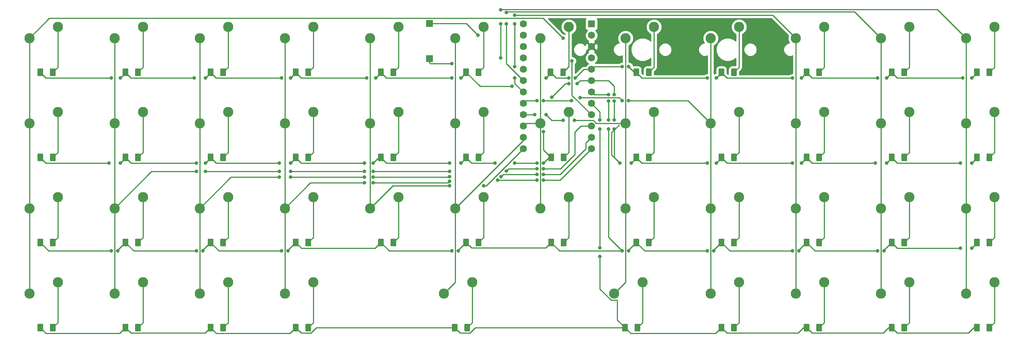
<source format=gbr>
G04 #@! TF.GenerationSoftware,KiCad,Pcbnew,(5.0.1-3-g963ef8bb5)*
G04 #@! TF.CreationDate,2019-04-11T19:17:33+08:00*
G04 #@! TF.ProjectId,keyboard_arduino,6B6579626F6172645F61726475696E6F,a*
G04 #@! TF.SameCoordinates,Original*
G04 #@! TF.FileFunction,Copper,L2,Bot,Signal*
G04 #@! TF.FilePolarity,Positive*
%FSLAX46Y46*%
G04 Gerber Fmt 4.6, Leading zero omitted, Abs format (unit mm)*
G04 Created by KiCad (PCBNEW (5.0.1-3-g963ef8bb5)) date 2019年04月11日 星期四 07:17:33*
%MOMM*%
%LPD*%
G01*
G04 APERTURE LIST*
G04 #@! TA.AperFunction,ComponentPad*
%ADD10C,2.286000*%
G04 #@! TD*
G04 #@! TA.AperFunction,ComponentPad*
%ADD11R,1.600000X1.600000*%
G04 #@! TD*
G04 #@! TA.AperFunction,ComponentPad*
%ADD12C,1.600000*%
G04 #@! TD*
G04 #@! TA.AperFunction,Conductor*
%ADD13C,0.100000*%
G04 #@! TD*
G04 #@! TA.AperFunction,SMDPad,CuDef*
%ADD14C,1.250000*%
G04 #@! TD*
G04 #@! TA.AperFunction,SMDPad,CuDef*
%ADD15R,1.500000X1.500000*%
G04 #@! TD*
G04 #@! TA.AperFunction,ViaPad*
%ADD16C,0.800000*%
G04 #@! TD*
G04 #@! TA.AperFunction,Conductor*
%ADD17C,0.250000*%
G04 #@! TD*
G04 #@! TA.AperFunction,Conductor*
%ADD18C,0.254000*%
G04 #@! TD*
G04 APERTURE END LIST*
D10*
G04 #@! TO.P,K26,2*
G04 #@! TO.N,/col6*
X137795000Y-60325000D03*
G04 #@! TO.P,K26,1*
G04 #@! TO.N,Net-(D26-Pad1)*
X144145000Y-57785000D03*
G04 #@! TD*
D11*
G04 #@! TO.P,UProMicro1,1*
G04 #@! TO.N,Net-(UProMicro1-Pad1)*
X168275000Y-38100000D03*
D12*
G04 #@! TO.P,UProMicro1,2*
G04 #@! TO.N,Net-(UProMicro1-Pad2)*
X168275000Y-40640000D03*
G04 #@! TO.P,UProMicro1,3*
G04 #@! TO.N,GND*
X168275000Y-43180000D03*
G04 #@! TO.P,UProMicro1,4*
G04 #@! TO.N,Net-(UProMicro1-Pad4)*
X168275000Y-45720000D03*
G04 #@! TO.P,UProMicro1,5*
G04 #@! TO.N,/row1*
X168275000Y-48260000D03*
G04 #@! TO.P,UProMicro1,6*
G04 #@! TO.N,/row2*
X168275000Y-50800000D03*
G04 #@! TO.P,UProMicro1,7*
G04 #@! TO.N,/row3*
X168275000Y-53340000D03*
G04 #@! TO.P,UProMicro1,8*
G04 #@! TO.N,/row4*
X168275000Y-55880000D03*
G04 #@! TO.P,UProMicro1,9*
G04 #@! TO.N,/col1*
X168275000Y-58420000D03*
G04 #@! TO.P,UProMicro1,10*
G04 #@! TO.N,/col2*
X168275000Y-60960000D03*
G04 #@! TO.P,UProMicro1,11*
G04 #@! TO.N,/col3*
X168275000Y-63500000D03*
G04 #@! TO.P,UProMicro1,12*
G04 #@! TO.N,/col4*
X168275000Y-66040000D03*
G04 #@! TO.P,UProMicro1,13*
G04 #@! TO.N,/col5*
X153035000Y-66040000D03*
G04 #@! TO.P,UProMicro1,14*
G04 #@! TO.N,/col6*
X153035000Y-63500000D03*
G04 #@! TO.P,UProMicro1,15*
G04 #@! TO.N,/col7*
X153035000Y-60960000D03*
G04 #@! TO.P,UProMicro1,16*
G04 #@! TO.N,/col8*
X153035000Y-58420000D03*
G04 #@! TO.P,UProMicro1,17*
G04 #@! TO.N,/col9*
X153035000Y-55880000D03*
G04 #@! TO.P,UProMicro1,18*
G04 #@! TO.N,/col10*
X153035000Y-53340000D03*
G04 #@! TO.P,UProMicro1,19*
G04 #@! TO.N,/col11*
X153035000Y-50800000D03*
G04 #@! TO.P,UProMicro1,20*
G04 #@! TO.N,/col12*
X153035000Y-48260000D03*
G04 #@! TO.P,UProMicro1,21*
G04 #@! TO.N,Net-(UProMicro1-Pad21)*
X153035000Y-45720000D03*
G04 #@! TO.P,UProMicro1,22*
G04 #@! TO.N,Net-(SW1-Pad2)*
X153035000Y-43180000D03*
G04 #@! TO.P,UProMicro1,23*
G04 #@! TO.N,Net-(SW1-Pad1)*
X153035000Y-40640000D03*
G04 #@! TO.P,UProMicro1,24*
G04 #@! TO.N,Net-(UProMicro1-Pad24)*
X153035000Y-38100000D03*
G04 #@! TD*
D13*
G04 #@! TO.N,/row1*
G04 #@! TO.C,D11*
G36*
X45354504Y-48021204D02*
X45378773Y-48024804D01*
X45402571Y-48030765D01*
X45425671Y-48039030D01*
X45447849Y-48049520D01*
X45468893Y-48062133D01*
X45488598Y-48076747D01*
X45506777Y-48093223D01*
X45523253Y-48111402D01*
X45537867Y-48131107D01*
X45550480Y-48152151D01*
X45560970Y-48174329D01*
X45569235Y-48197429D01*
X45575196Y-48221227D01*
X45578796Y-48245496D01*
X45580000Y-48270000D01*
X45580000Y-49520000D01*
X45578796Y-49544504D01*
X45575196Y-49568773D01*
X45569235Y-49592571D01*
X45560970Y-49615671D01*
X45550480Y-49637849D01*
X45537867Y-49658893D01*
X45523253Y-49678598D01*
X45506777Y-49696777D01*
X45488598Y-49713253D01*
X45468893Y-49727867D01*
X45447849Y-49740480D01*
X45425671Y-49750970D01*
X45402571Y-49759235D01*
X45378773Y-49765196D01*
X45354504Y-49768796D01*
X45330000Y-49770000D01*
X44580000Y-49770000D01*
X44555496Y-49768796D01*
X44531227Y-49765196D01*
X44507429Y-49759235D01*
X44484329Y-49750970D01*
X44462151Y-49740480D01*
X44441107Y-49727867D01*
X44421402Y-49713253D01*
X44403223Y-49696777D01*
X44386747Y-49678598D01*
X44372133Y-49658893D01*
X44359520Y-49637849D01*
X44349030Y-49615671D01*
X44340765Y-49592571D01*
X44334804Y-49568773D01*
X44331204Y-49544504D01*
X44330000Y-49520000D01*
X44330000Y-48270000D01*
X44331204Y-48245496D01*
X44334804Y-48221227D01*
X44340765Y-48197429D01*
X44349030Y-48174329D01*
X44359520Y-48152151D01*
X44372133Y-48131107D01*
X44386747Y-48111402D01*
X44403223Y-48093223D01*
X44421402Y-48076747D01*
X44441107Y-48062133D01*
X44462151Y-48049520D01*
X44484329Y-48039030D01*
X44507429Y-48030765D01*
X44531227Y-48024804D01*
X44555496Y-48021204D01*
X44580000Y-48020000D01*
X45330000Y-48020000D01*
X45354504Y-48021204D01*
X45354504Y-48021204D01*
G37*
D14*
G04 #@! TD*
G04 #@! TO.P,D11,2*
G04 #@! TO.N,/row1*
X44955000Y-48895000D03*
D13*
G04 #@! TO.N,Net-(D11-Pad1)*
G04 #@! TO.C,D11*
G36*
X48154504Y-48021204D02*
X48178773Y-48024804D01*
X48202571Y-48030765D01*
X48225671Y-48039030D01*
X48247849Y-48049520D01*
X48268893Y-48062133D01*
X48288598Y-48076747D01*
X48306777Y-48093223D01*
X48323253Y-48111402D01*
X48337867Y-48131107D01*
X48350480Y-48152151D01*
X48360970Y-48174329D01*
X48369235Y-48197429D01*
X48375196Y-48221227D01*
X48378796Y-48245496D01*
X48380000Y-48270000D01*
X48380000Y-49520000D01*
X48378796Y-49544504D01*
X48375196Y-49568773D01*
X48369235Y-49592571D01*
X48360970Y-49615671D01*
X48350480Y-49637849D01*
X48337867Y-49658893D01*
X48323253Y-49678598D01*
X48306777Y-49696777D01*
X48288598Y-49713253D01*
X48268893Y-49727867D01*
X48247849Y-49740480D01*
X48225671Y-49750970D01*
X48202571Y-49759235D01*
X48178773Y-49765196D01*
X48154504Y-49768796D01*
X48130000Y-49770000D01*
X47380000Y-49770000D01*
X47355496Y-49768796D01*
X47331227Y-49765196D01*
X47307429Y-49759235D01*
X47284329Y-49750970D01*
X47262151Y-49740480D01*
X47241107Y-49727867D01*
X47221402Y-49713253D01*
X47203223Y-49696777D01*
X47186747Y-49678598D01*
X47172133Y-49658893D01*
X47159520Y-49637849D01*
X47149030Y-49615671D01*
X47140765Y-49592571D01*
X47134804Y-49568773D01*
X47131204Y-49544504D01*
X47130000Y-49520000D01*
X47130000Y-48270000D01*
X47131204Y-48245496D01*
X47134804Y-48221227D01*
X47140765Y-48197429D01*
X47149030Y-48174329D01*
X47159520Y-48152151D01*
X47172133Y-48131107D01*
X47186747Y-48111402D01*
X47203223Y-48093223D01*
X47221402Y-48076747D01*
X47241107Y-48062133D01*
X47262151Y-48049520D01*
X47284329Y-48039030D01*
X47307429Y-48030765D01*
X47331227Y-48024804D01*
X47355496Y-48021204D01*
X47380000Y-48020000D01*
X48130000Y-48020000D01*
X48154504Y-48021204D01*
X48154504Y-48021204D01*
G37*
D14*
G04 #@! TD*
G04 #@! TO.P,D11,1*
G04 #@! TO.N,Net-(D11-Pad1)*
X47755000Y-48895000D03*
D13*
G04 #@! TO.N,/row1*
G04 #@! TO.C,D12*
G36*
X64404504Y-48021204D02*
X64428773Y-48024804D01*
X64452571Y-48030765D01*
X64475671Y-48039030D01*
X64497849Y-48049520D01*
X64518893Y-48062133D01*
X64538598Y-48076747D01*
X64556777Y-48093223D01*
X64573253Y-48111402D01*
X64587867Y-48131107D01*
X64600480Y-48152151D01*
X64610970Y-48174329D01*
X64619235Y-48197429D01*
X64625196Y-48221227D01*
X64628796Y-48245496D01*
X64630000Y-48270000D01*
X64630000Y-49520000D01*
X64628796Y-49544504D01*
X64625196Y-49568773D01*
X64619235Y-49592571D01*
X64610970Y-49615671D01*
X64600480Y-49637849D01*
X64587867Y-49658893D01*
X64573253Y-49678598D01*
X64556777Y-49696777D01*
X64538598Y-49713253D01*
X64518893Y-49727867D01*
X64497849Y-49740480D01*
X64475671Y-49750970D01*
X64452571Y-49759235D01*
X64428773Y-49765196D01*
X64404504Y-49768796D01*
X64380000Y-49770000D01*
X63630000Y-49770000D01*
X63605496Y-49768796D01*
X63581227Y-49765196D01*
X63557429Y-49759235D01*
X63534329Y-49750970D01*
X63512151Y-49740480D01*
X63491107Y-49727867D01*
X63471402Y-49713253D01*
X63453223Y-49696777D01*
X63436747Y-49678598D01*
X63422133Y-49658893D01*
X63409520Y-49637849D01*
X63399030Y-49615671D01*
X63390765Y-49592571D01*
X63384804Y-49568773D01*
X63381204Y-49544504D01*
X63380000Y-49520000D01*
X63380000Y-48270000D01*
X63381204Y-48245496D01*
X63384804Y-48221227D01*
X63390765Y-48197429D01*
X63399030Y-48174329D01*
X63409520Y-48152151D01*
X63422133Y-48131107D01*
X63436747Y-48111402D01*
X63453223Y-48093223D01*
X63471402Y-48076747D01*
X63491107Y-48062133D01*
X63512151Y-48049520D01*
X63534329Y-48039030D01*
X63557429Y-48030765D01*
X63581227Y-48024804D01*
X63605496Y-48021204D01*
X63630000Y-48020000D01*
X64380000Y-48020000D01*
X64404504Y-48021204D01*
X64404504Y-48021204D01*
G37*
D14*
G04 #@! TD*
G04 #@! TO.P,D12,2*
G04 #@! TO.N,/row1*
X64005000Y-48895000D03*
D13*
G04 #@! TO.N,Net-(D12-Pad1)*
G04 #@! TO.C,D12*
G36*
X67204504Y-48021204D02*
X67228773Y-48024804D01*
X67252571Y-48030765D01*
X67275671Y-48039030D01*
X67297849Y-48049520D01*
X67318893Y-48062133D01*
X67338598Y-48076747D01*
X67356777Y-48093223D01*
X67373253Y-48111402D01*
X67387867Y-48131107D01*
X67400480Y-48152151D01*
X67410970Y-48174329D01*
X67419235Y-48197429D01*
X67425196Y-48221227D01*
X67428796Y-48245496D01*
X67430000Y-48270000D01*
X67430000Y-49520000D01*
X67428796Y-49544504D01*
X67425196Y-49568773D01*
X67419235Y-49592571D01*
X67410970Y-49615671D01*
X67400480Y-49637849D01*
X67387867Y-49658893D01*
X67373253Y-49678598D01*
X67356777Y-49696777D01*
X67338598Y-49713253D01*
X67318893Y-49727867D01*
X67297849Y-49740480D01*
X67275671Y-49750970D01*
X67252571Y-49759235D01*
X67228773Y-49765196D01*
X67204504Y-49768796D01*
X67180000Y-49770000D01*
X66430000Y-49770000D01*
X66405496Y-49768796D01*
X66381227Y-49765196D01*
X66357429Y-49759235D01*
X66334329Y-49750970D01*
X66312151Y-49740480D01*
X66291107Y-49727867D01*
X66271402Y-49713253D01*
X66253223Y-49696777D01*
X66236747Y-49678598D01*
X66222133Y-49658893D01*
X66209520Y-49637849D01*
X66199030Y-49615671D01*
X66190765Y-49592571D01*
X66184804Y-49568773D01*
X66181204Y-49544504D01*
X66180000Y-49520000D01*
X66180000Y-48270000D01*
X66181204Y-48245496D01*
X66184804Y-48221227D01*
X66190765Y-48197429D01*
X66199030Y-48174329D01*
X66209520Y-48152151D01*
X66222133Y-48131107D01*
X66236747Y-48111402D01*
X66253223Y-48093223D01*
X66271402Y-48076747D01*
X66291107Y-48062133D01*
X66312151Y-48049520D01*
X66334329Y-48039030D01*
X66357429Y-48030765D01*
X66381227Y-48024804D01*
X66405496Y-48021204D01*
X66430000Y-48020000D01*
X67180000Y-48020000D01*
X67204504Y-48021204D01*
X67204504Y-48021204D01*
G37*
D14*
G04 #@! TD*
G04 #@! TO.P,D12,1*
G04 #@! TO.N,Net-(D12-Pad1)*
X66805000Y-48895000D03*
D13*
G04 #@! TO.N,/row1*
G04 #@! TO.C,D13*
G36*
X83454504Y-48021204D02*
X83478773Y-48024804D01*
X83502571Y-48030765D01*
X83525671Y-48039030D01*
X83547849Y-48049520D01*
X83568893Y-48062133D01*
X83588598Y-48076747D01*
X83606777Y-48093223D01*
X83623253Y-48111402D01*
X83637867Y-48131107D01*
X83650480Y-48152151D01*
X83660970Y-48174329D01*
X83669235Y-48197429D01*
X83675196Y-48221227D01*
X83678796Y-48245496D01*
X83680000Y-48270000D01*
X83680000Y-49520000D01*
X83678796Y-49544504D01*
X83675196Y-49568773D01*
X83669235Y-49592571D01*
X83660970Y-49615671D01*
X83650480Y-49637849D01*
X83637867Y-49658893D01*
X83623253Y-49678598D01*
X83606777Y-49696777D01*
X83588598Y-49713253D01*
X83568893Y-49727867D01*
X83547849Y-49740480D01*
X83525671Y-49750970D01*
X83502571Y-49759235D01*
X83478773Y-49765196D01*
X83454504Y-49768796D01*
X83430000Y-49770000D01*
X82680000Y-49770000D01*
X82655496Y-49768796D01*
X82631227Y-49765196D01*
X82607429Y-49759235D01*
X82584329Y-49750970D01*
X82562151Y-49740480D01*
X82541107Y-49727867D01*
X82521402Y-49713253D01*
X82503223Y-49696777D01*
X82486747Y-49678598D01*
X82472133Y-49658893D01*
X82459520Y-49637849D01*
X82449030Y-49615671D01*
X82440765Y-49592571D01*
X82434804Y-49568773D01*
X82431204Y-49544504D01*
X82430000Y-49520000D01*
X82430000Y-48270000D01*
X82431204Y-48245496D01*
X82434804Y-48221227D01*
X82440765Y-48197429D01*
X82449030Y-48174329D01*
X82459520Y-48152151D01*
X82472133Y-48131107D01*
X82486747Y-48111402D01*
X82503223Y-48093223D01*
X82521402Y-48076747D01*
X82541107Y-48062133D01*
X82562151Y-48049520D01*
X82584329Y-48039030D01*
X82607429Y-48030765D01*
X82631227Y-48024804D01*
X82655496Y-48021204D01*
X82680000Y-48020000D01*
X83430000Y-48020000D01*
X83454504Y-48021204D01*
X83454504Y-48021204D01*
G37*
D14*
G04 #@! TD*
G04 #@! TO.P,D13,2*
G04 #@! TO.N,/row1*
X83055000Y-48895000D03*
D13*
G04 #@! TO.N,Net-(D13-Pad1)*
G04 #@! TO.C,D13*
G36*
X86254504Y-48021204D02*
X86278773Y-48024804D01*
X86302571Y-48030765D01*
X86325671Y-48039030D01*
X86347849Y-48049520D01*
X86368893Y-48062133D01*
X86388598Y-48076747D01*
X86406777Y-48093223D01*
X86423253Y-48111402D01*
X86437867Y-48131107D01*
X86450480Y-48152151D01*
X86460970Y-48174329D01*
X86469235Y-48197429D01*
X86475196Y-48221227D01*
X86478796Y-48245496D01*
X86480000Y-48270000D01*
X86480000Y-49520000D01*
X86478796Y-49544504D01*
X86475196Y-49568773D01*
X86469235Y-49592571D01*
X86460970Y-49615671D01*
X86450480Y-49637849D01*
X86437867Y-49658893D01*
X86423253Y-49678598D01*
X86406777Y-49696777D01*
X86388598Y-49713253D01*
X86368893Y-49727867D01*
X86347849Y-49740480D01*
X86325671Y-49750970D01*
X86302571Y-49759235D01*
X86278773Y-49765196D01*
X86254504Y-49768796D01*
X86230000Y-49770000D01*
X85480000Y-49770000D01*
X85455496Y-49768796D01*
X85431227Y-49765196D01*
X85407429Y-49759235D01*
X85384329Y-49750970D01*
X85362151Y-49740480D01*
X85341107Y-49727867D01*
X85321402Y-49713253D01*
X85303223Y-49696777D01*
X85286747Y-49678598D01*
X85272133Y-49658893D01*
X85259520Y-49637849D01*
X85249030Y-49615671D01*
X85240765Y-49592571D01*
X85234804Y-49568773D01*
X85231204Y-49544504D01*
X85230000Y-49520000D01*
X85230000Y-48270000D01*
X85231204Y-48245496D01*
X85234804Y-48221227D01*
X85240765Y-48197429D01*
X85249030Y-48174329D01*
X85259520Y-48152151D01*
X85272133Y-48131107D01*
X85286747Y-48111402D01*
X85303223Y-48093223D01*
X85321402Y-48076747D01*
X85341107Y-48062133D01*
X85362151Y-48049520D01*
X85384329Y-48039030D01*
X85407429Y-48030765D01*
X85431227Y-48024804D01*
X85455496Y-48021204D01*
X85480000Y-48020000D01*
X86230000Y-48020000D01*
X86254504Y-48021204D01*
X86254504Y-48021204D01*
G37*
D14*
G04 #@! TD*
G04 #@! TO.P,D13,1*
G04 #@! TO.N,Net-(D13-Pad1)*
X85855000Y-48895000D03*
D13*
G04 #@! TO.N,/row1*
G04 #@! TO.C,D14*
G36*
X102504504Y-48021204D02*
X102528773Y-48024804D01*
X102552571Y-48030765D01*
X102575671Y-48039030D01*
X102597849Y-48049520D01*
X102618893Y-48062133D01*
X102638598Y-48076747D01*
X102656777Y-48093223D01*
X102673253Y-48111402D01*
X102687867Y-48131107D01*
X102700480Y-48152151D01*
X102710970Y-48174329D01*
X102719235Y-48197429D01*
X102725196Y-48221227D01*
X102728796Y-48245496D01*
X102730000Y-48270000D01*
X102730000Y-49520000D01*
X102728796Y-49544504D01*
X102725196Y-49568773D01*
X102719235Y-49592571D01*
X102710970Y-49615671D01*
X102700480Y-49637849D01*
X102687867Y-49658893D01*
X102673253Y-49678598D01*
X102656777Y-49696777D01*
X102638598Y-49713253D01*
X102618893Y-49727867D01*
X102597849Y-49740480D01*
X102575671Y-49750970D01*
X102552571Y-49759235D01*
X102528773Y-49765196D01*
X102504504Y-49768796D01*
X102480000Y-49770000D01*
X101730000Y-49770000D01*
X101705496Y-49768796D01*
X101681227Y-49765196D01*
X101657429Y-49759235D01*
X101634329Y-49750970D01*
X101612151Y-49740480D01*
X101591107Y-49727867D01*
X101571402Y-49713253D01*
X101553223Y-49696777D01*
X101536747Y-49678598D01*
X101522133Y-49658893D01*
X101509520Y-49637849D01*
X101499030Y-49615671D01*
X101490765Y-49592571D01*
X101484804Y-49568773D01*
X101481204Y-49544504D01*
X101480000Y-49520000D01*
X101480000Y-48270000D01*
X101481204Y-48245496D01*
X101484804Y-48221227D01*
X101490765Y-48197429D01*
X101499030Y-48174329D01*
X101509520Y-48152151D01*
X101522133Y-48131107D01*
X101536747Y-48111402D01*
X101553223Y-48093223D01*
X101571402Y-48076747D01*
X101591107Y-48062133D01*
X101612151Y-48049520D01*
X101634329Y-48039030D01*
X101657429Y-48030765D01*
X101681227Y-48024804D01*
X101705496Y-48021204D01*
X101730000Y-48020000D01*
X102480000Y-48020000D01*
X102504504Y-48021204D01*
X102504504Y-48021204D01*
G37*
D14*
G04 #@! TD*
G04 #@! TO.P,D14,2*
G04 #@! TO.N,/row1*
X102105000Y-48895000D03*
D13*
G04 #@! TO.N,Net-(D14-Pad1)*
G04 #@! TO.C,D14*
G36*
X105304504Y-48021204D02*
X105328773Y-48024804D01*
X105352571Y-48030765D01*
X105375671Y-48039030D01*
X105397849Y-48049520D01*
X105418893Y-48062133D01*
X105438598Y-48076747D01*
X105456777Y-48093223D01*
X105473253Y-48111402D01*
X105487867Y-48131107D01*
X105500480Y-48152151D01*
X105510970Y-48174329D01*
X105519235Y-48197429D01*
X105525196Y-48221227D01*
X105528796Y-48245496D01*
X105530000Y-48270000D01*
X105530000Y-49520000D01*
X105528796Y-49544504D01*
X105525196Y-49568773D01*
X105519235Y-49592571D01*
X105510970Y-49615671D01*
X105500480Y-49637849D01*
X105487867Y-49658893D01*
X105473253Y-49678598D01*
X105456777Y-49696777D01*
X105438598Y-49713253D01*
X105418893Y-49727867D01*
X105397849Y-49740480D01*
X105375671Y-49750970D01*
X105352571Y-49759235D01*
X105328773Y-49765196D01*
X105304504Y-49768796D01*
X105280000Y-49770000D01*
X104530000Y-49770000D01*
X104505496Y-49768796D01*
X104481227Y-49765196D01*
X104457429Y-49759235D01*
X104434329Y-49750970D01*
X104412151Y-49740480D01*
X104391107Y-49727867D01*
X104371402Y-49713253D01*
X104353223Y-49696777D01*
X104336747Y-49678598D01*
X104322133Y-49658893D01*
X104309520Y-49637849D01*
X104299030Y-49615671D01*
X104290765Y-49592571D01*
X104284804Y-49568773D01*
X104281204Y-49544504D01*
X104280000Y-49520000D01*
X104280000Y-48270000D01*
X104281204Y-48245496D01*
X104284804Y-48221227D01*
X104290765Y-48197429D01*
X104299030Y-48174329D01*
X104309520Y-48152151D01*
X104322133Y-48131107D01*
X104336747Y-48111402D01*
X104353223Y-48093223D01*
X104371402Y-48076747D01*
X104391107Y-48062133D01*
X104412151Y-48049520D01*
X104434329Y-48039030D01*
X104457429Y-48030765D01*
X104481227Y-48024804D01*
X104505496Y-48021204D01*
X104530000Y-48020000D01*
X105280000Y-48020000D01*
X105304504Y-48021204D01*
X105304504Y-48021204D01*
G37*
D14*
G04 #@! TD*
G04 #@! TO.P,D14,1*
G04 #@! TO.N,Net-(D14-Pad1)*
X104905000Y-48895000D03*
D13*
G04 #@! TO.N,/row1*
G04 #@! TO.C,D15*
G36*
X121554504Y-48021204D02*
X121578773Y-48024804D01*
X121602571Y-48030765D01*
X121625671Y-48039030D01*
X121647849Y-48049520D01*
X121668893Y-48062133D01*
X121688598Y-48076747D01*
X121706777Y-48093223D01*
X121723253Y-48111402D01*
X121737867Y-48131107D01*
X121750480Y-48152151D01*
X121760970Y-48174329D01*
X121769235Y-48197429D01*
X121775196Y-48221227D01*
X121778796Y-48245496D01*
X121780000Y-48270000D01*
X121780000Y-49520000D01*
X121778796Y-49544504D01*
X121775196Y-49568773D01*
X121769235Y-49592571D01*
X121760970Y-49615671D01*
X121750480Y-49637849D01*
X121737867Y-49658893D01*
X121723253Y-49678598D01*
X121706777Y-49696777D01*
X121688598Y-49713253D01*
X121668893Y-49727867D01*
X121647849Y-49740480D01*
X121625671Y-49750970D01*
X121602571Y-49759235D01*
X121578773Y-49765196D01*
X121554504Y-49768796D01*
X121530000Y-49770000D01*
X120780000Y-49770000D01*
X120755496Y-49768796D01*
X120731227Y-49765196D01*
X120707429Y-49759235D01*
X120684329Y-49750970D01*
X120662151Y-49740480D01*
X120641107Y-49727867D01*
X120621402Y-49713253D01*
X120603223Y-49696777D01*
X120586747Y-49678598D01*
X120572133Y-49658893D01*
X120559520Y-49637849D01*
X120549030Y-49615671D01*
X120540765Y-49592571D01*
X120534804Y-49568773D01*
X120531204Y-49544504D01*
X120530000Y-49520000D01*
X120530000Y-48270000D01*
X120531204Y-48245496D01*
X120534804Y-48221227D01*
X120540765Y-48197429D01*
X120549030Y-48174329D01*
X120559520Y-48152151D01*
X120572133Y-48131107D01*
X120586747Y-48111402D01*
X120603223Y-48093223D01*
X120621402Y-48076747D01*
X120641107Y-48062133D01*
X120662151Y-48049520D01*
X120684329Y-48039030D01*
X120707429Y-48030765D01*
X120731227Y-48024804D01*
X120755496Y-48021204D01*
X120780000Y-48020000D01*
X121530000Y-48020000D01*
X121554504Y-48021204D01*
X121554504Y-48021204D01*
G37*
D14*
G04 #@! TD*
G04 #@! TO.P,D15,2*
G04 #@! TO.N,/row1*
X121155000Y-48895000D03*
D13*
G04 #@! TO.N,Net-(D15-Pad1)*
G04 #@! TO.C,D15*
G36*
X124354504Y-48021204D02*
X124378773Y-48024804D01*
X124402571Y-48030765D01*
X124425671Y-48039030D01*
X124447849Y-48049520D01*
X124468893Y-48062133D01*
X124488598Y-48076747D01*
X124506777Y-48093223D01*
X124523253Y-48111402D01*
X124537867Y-48131107D01*
X124550480Y-48152151D01*
X124560970Y-48174329D01*
X124569235Y-48197429D01*
X124575196Y-48221227D01*
X124578796Y-48245496D01*
X124580000Y-48270000D01*
X124580000Y-49520000D01*
X124578796Y-49544504D01*
X124575196Y-49568773D01*
X124569235Y-49592571D01*
X124560970Y-49615671D01*
X124550480Y-49637849D01*
X124537867Y-49658893D01*
X124523253Y-49678598D01*
X124506777Y-49696777D01*
X124488598Y-49713253D01*
X124468893Y-49727867D01*
X124447849Y-49740480D01*
X124425671Y-49750970D01*
X124402571Y-49759235D01*
X124378773Y-49765196D01*
X124354504Y-49768796D01*
X124330000Y-49770000D01*
X123580000Y-49770000D01*
X123555496Y-49768796D01*
X123531227Y-49765196D01*
X123507429Y-49759235D01*
X123484329Y-49750970D01*
X123462151Y-49740480D01*
X123441107Y-49727867D01*
X123421402Y-49713253D01*
X123403223Y-49696777D01*
X123386747Y-49678598D01*
X123372133Y-49658893D01*
X123359520Y-49637849D01*
X123349030Y-49615671D01*
X123340765Y-49592571D01*
X123334804Y-49568773D01*
X123331204Y-49544504D01*
X123330000Y-49520000D01*
X123330000Y-48270000D01*
X123331204Y-48245496D01*
X123334804Y-48221227D01*
X123340765Y-48197429D01*
X123349030Y-48174329D01*
X123359520Y-48152151D01*
X123372133Y-48131107D01*
X123386747Y-48111402D01*
X123403223Y-48093223D01*
X123421402Y-48076747D01*
X123441107Y-48062133D01*
X123462151Y-48049520D01*
X123484329Y-48039030D01*
X123507429Y-48030765D01*
X123531227Y-48024804D01*
X123555496Y-48021204D01*
X123580000Y-48020000D01*
X124330000Y-48020000D01*
X124354504Y-48021204D01*
X124354504Y-48021204D01*
G37*
D14*
G04 #@! TD*
G04 #@! TO.P,D15,1*
G04 #@! TO.N,Net-(D15-Pad1)*
X123955000Y-48895000D03*
D13*
G04 #@! TO.N,/row1*
G04 #@! TO.C,D16*
G36*
X140604504Y-48021204D02*
X140628773Y-48024804D01*
X140652571Y-48030765D01*
X140675671Y-48039030D01*
X140697849Y-48049520D01*
X140718893Y-48062133D01*
X140738598Y-48076747D01*
X140756777Y-48093223D01*
X140773253Y-48111402D01*
X140787867Y-48131107D01*
X140800480Y-48152151D01*
X140810970Y-48174329D01*
X140819235Y-48197429D01*
X140825196Y-48221227D01*
X140828796Y-48245496D01*
X140830000Y-48270000D01*
X140830000Y-49520000D01*
X140828796Y-49544504D01*
X140825196Y-49568773D01*
X140819235Y-49592571D01*
X140810970Y-49615671D01*
X140800480Y-49637849D01*
X140787867Y-49658893D01*
X140773253Y-49678598D01*
X140756777Y-49696777D01*
X140738598Y-49713253D01*
X140718893Y-49727867D01*
X140697849Y-49740480D01*
X140675671Y-49750970D01*
X140652571Y-49759235D01*
X140628773Y-49765196D01*
X140604504Y-49768796D01*
X140580000Y-49770000D01*
X139830000Y-49770000D01*
X139805496Y-49768796D01*
X139781227Y-49765196D01*
X139757429Y-49759235D01*
X139734329Y-49750970D01*
X139712151Y-49740480D01*
X139691107Y-49727867D01*
X139671402Y-49713253D01*
X139653223Y-49696777D01*
X139636747Y-49678598D01*
X139622133Y-49658893D01*
X139609520Y-49637849D01*
X139599030Y-49615671D01*
X139590765Y-49592571D01*
X139584804Y-49568773D01*
X139581204Y-49544504D01*
X139580000Y-49520000D01*
X139580000Y-48270000D01*
X139581204Y-48245496D01*
X139584804Y-48221227D01*
X139590765Y-48197429D01*
X139599030Y-48174329D01*
X139609520Y-48152151D01*
X139622133Y-48131107D01*
X139636747Y-48111402D01*
X139653223Y-48093223D01*
X139671402Y-48076747D01*
X139691107Y-48062133D01*
X139712151Y-48049520D01*
X139734329Y-48039030D01*
X139757429Y-48030765D01*
X139781227Y-48024804D01*
X139805496Y-48021204D01*
X139830000Y-48020000D01*
X140580000Y-48020000D01*
X140604504Y-48021204D01*
X140604504Y-48021204D01*
G37*
D14*
G04 #@! TD*
G04 #@! TO.P,D16,2*
G04 #@! TO.N,/row1*
X140205000Y-48895000D03*
D13*
G04 #@! TO.N,Net-(D16-Pad1)*
G04 #@! TO.C,D16*
G36*
X143404504Y-48021204D02*
X143428773Y-48024804D01*
X143452571Y-48030765D01*
X143475671Y-48039030D01*
X143497849Y-48049520D01*
X143518893Y-48062133D01*
X143538598Y-48076747D01*
X143556777Y-48093223D01*
X143573253Y-48111402D01*
X143587867Y-48131107D01*
X143600480Y-48152151D01*
X143610970Y-48174329D01*
X143619235Y-48197429D01*
X143625196Y-48221227D01*
X143628796Y-48245496D01*
X143630000Y-48270000D01*
X143630000Y-49520000D01*
X143628796Y-49544504D01*
X143625196Y-49568773D01*
X143619235Y-49592571D01*
X143610970Y-49615671D01*
X143600480Y-49637849D01*
X143587867Y-49658893D01*
X143573253Y-49678598D01*
X143556777Y-49696777D01*
X143538598Y-49713253D01*
X143518893Y-49727867D01*
X143497849Y-49740480D01*
X143475671Y-49750970D01*
X143452571Y-49759235D01*
X143428773Y-49765196D01*
X143404504Y-49768796D01*
X143380000Y-49770000D01*
X142630000Y-49770000D01*
X142605496Y-49768796D01*
X142581227Y-49765196D01*
X142557429Y-49759235D01*
X142534329Y-49750970D01*
X142512151Y-49740480D01*
X142491107Y-49727867D01*
X142471402Y-49713253D01*
X142453223Y-49696777D01*
X142436747Y-49678598D01*
X142422133Y-49658893D01*
X142409520Y-49637849D01*
X142399030Y-49615671D01*
X142390765Y-49592571D01*
X142384804Y-49568773D01*
X142381204Y-49544504D01*
X142380000Y-49520000D01*
X142380000Y-48270000D01*
X142381204Y-48245496D01*
X142384804Y-48221227D01*
X142390765Y-48197429D01*
X142399030Y-48174329D01*
X142409520Y-48152151D01*
X142422133Y-48131107D01*
X142436747Y-48111402D01*
X142453223Y-48093223D01*
X142471402Y-48076747D01*
X142491107Y-48062133D01*
X142512151Y-48049520D01*
X142534329Y-48039030D01*
X142557429Y-48030765D01*
X142581227Y-48024804D01*
X142605496Y-48021204D01*
X142630000Y-48020000D01*
X143380000Y-48020000D01*
X143404504Y-48021204D01*
X143404504Y-48021204D01*
G37*
D14*
G04 #@! TD*
G04 #@! TO.P,D16,1*
G04 #@! TO.N,Net-(D16-Pad1)*
X143005000Y-48895000D03*
D13*
G04 #@! TO.N,/row1*
G04 #@! TO.C,D17*
G36*
X159524504Y-48021204D02*
X159548773Y-48024804D01*
X159572571Y-48030765D01*
X159595671Y-48039030D01*
X159617849Y-48049520D01*
X159638893Y-48062133D01*
X159658598Y-48076747D01*
X159676777Y-48093223D01*
X159693253Y-48111402D01*
X159707867Y-48131107D01*
X159720480Y-48152151D01*
X159730970Y-48174329D01*
X159739235Y-48197429D01*
X159745196Y-48221227D01*
X159748796Y-48245496D01*
X159750000Y-48270000D01*
X159750000Y-49520000D01*
X159748796Y-49544504D01*
X159745196Y-49568773D01*
X159739235Y-49592571D01*
X159730970Y-49615671D01*
X159720480Y-49637849D01*
X159707867Y-49658893D01*
X159693253Y-49678598D01*
X159676777Y-49696777D01*
X159658598Y-49713253D01*
X159638893Y-49727867D01*
X159617849Y-49740480D01*
X159595671Y-49750970D01*
X159572571Y-49759235D01*
X159548773Y-49765196D01*
X159524504Y-49768796D01*
X159500000Y-49770000D01*
X158750000Y-49770000D01*
X158725496Y-49768796D01*
X158701227Y-49765196D01*
X158677429Y-49759235D01*
X158654329Y-49750970D01*
X158632151Y-49740480D01*
X158611107Y-49727867D01*
X158591402Y-49713253D01*
X158573223Y-49696777D01*
X158556747Y-49678598D01*
X158542133Y-49658893D01*
X158529520Y-49637849D01*
X158519030Y-49615671D01*
X158510765Y-49592571D01*
X158504804Y-49568773D01*
X158501204Y-49544504D01*
X158500000Y-49520000D01*
X158500000Y-48270000D01*
X158501204Y-48245496D01*
X158504804Y-48221227D01*
X158510765Y-48197429D01*
X158519030Y-48174329D01*
X158529520Y-48152151D01*
X158542133Y-48131107D01*
X158556747Y-48111402D01*
X158573223Y-48093223D01*
X158591402Y-48076747D01*
X158611107Y-48062133D01*
X158632151Y-48049520D01*
X158654329Y-48039030D01*
X158677429Y-48030765D01*
X158701227Y-48024804D01*
X158725496Y-48021204D01*
X158750000Y-48020000D01*
X159500000Y-48020000D01*
X159524504Y-48021204D01*
X159524504Y-48021204D01*
G37*
D14*
G04 #@! TD*
G04 #@! TO.P,D17,2*
G04 #@! TO.N,/row1*
X159125000Y-48895000D03*
D13*
G04 #@! TO.N,Net-(D17-Pad1)*
G04 #@! TO.C,D17*
G36*
X162324504Y-48021204D02*
X162348773Y-48024804D01*
X162372571Y-48030765D01*
X162395671Y-48039030D01*
X162417849Y-48049520D01*
X162438893Y-48062133D01*
X162458598Y-48076747D01*
X162476777Y-48093223D01*
X162493253Y-48111402D01*
X162507867Y-48131107D01*
X162520480Y-48152151D01*
X162530970Y-48174329D01*
X162539235Y-48197429D01*
X162545196Y-48221227D01*
X162548796Y-48245496D01*
X162550000Y-48270000D01*
X162550000Y-49520000D01*
X162548796Y-49544504D01*
X162545196Y-49568773D01*
X162539235Y-49592571D01*
X162530970Y-49615671D01*
X162520480Y-49637849D01*
X162507867Y-49658893D01*
X162493253Y-49678598D01*
X162476777Y-49696777D01*
X162458598Y-49713253D01*
X162438893Y-49727867D01*
X162417849Y-49740480D01*
X162395671Y-49750970D01*
X162372571Y-49759235D01*
X162348773Y-49765196D01*
X162324504Y-49768796D01*
X162300000Y-49770000D01*
X161550000Y-49770000D01*
X161525496Y-49768796D01*
X161501227Y-49765196D01*
X161477429Y-49759235D01*
X161454329Y-49750970D01*
X161432151Y-49740480D01*
X161411107Y-49727867D01*
X161391402Y-49713253D01*
X161373223Y-49696777D01*
X161356747Y-49678598D01*
X161342133Y-49658893D01*
X161329520Y-49637849D01*
X161319030Y-49615671D01*
X161310765Y-49592571D01*
X161304804Y-49568773D01*
X161301204Y-49544504D01*
X161300000Y-49520000D01*
X161300000Y-48270000D01*
X161301204Y-48245496D01*
X161304804Y-48221227D01*
X161310765Y-48197429D01*
X161319030Y-48174329D01*
X161329520Y-48152151D01*
X161342133Y-48131107D01*
X161356747Y-48111402D01*
X161373223Y-48093223D01*
X161391402Y-48076747D01*
X161411107Y-48062133D01*
X161432151Y-48049520D01*
X161454329Y-48039030D01*
X161477429Y-48030765D01*
X161501227Y-48024804D01*
X161525496Y-48021204D01*
X161550000Y-48020000D01*
X162300000Y-48020000D01*
X162324504Y-48021204D01*
X162324504Y-48021204D01*
G37*
D14*
G04 #@! TD*
G04 #@! TO.P,D17,1*
G04 #@! TO.N,Net-(D17-Pad1)*
X161925000Y-48895000D03*
D13*
G04 #@! TO.N,/row1*
G04 #@! TO.C,D18*
G36*
X178704504Y-48021204D02*
X178728773Y-48024804D01*
X178752571Y-48030765D01*
X178775671Y-48039030D01*
X178797849Y-48049520D01*
X178818893Y-48062133D01*
X178838598Y-48076747D01*
X178856777Y-48093223D01*
X178873253Y-48111402D01*
X178887867Y-48131107D01*
X178900480Y-48152151D01*
X178910970Y-48174329D01*
X178919235Y-48197429D01*
X178925196Y-48221227D01*
X178928796Y-48245496D01*
X178930000Y-48270000D01*
X178930000Y-49520000D01*
X178928796Y-49544504D01*
X178925196Y-49568773D01*
X178919235Y-49592571D01*
X178910970Y-49615671D01*
X178900480Y-49637849D01*
X178887867Y-49658893D01*
X178873253Y-49678598D01*
X178856777Y-49696777D01*
X178838598Y-49713253D01*
X178818893Y-49727867D01*
X178797849Y-49740480D01*
X178775671Y-49750970D01*
X178752571Y-49759235D01*
X178728773Y-49765196D01*
X178704504Y-49768796D01*
X178680000Y-49770000D01*
X177930000Y-49770000D01*
X177905496Y-49768796D01*
X177881227Y-49765196D01*
X177857429Y-49759235D01*
X177834329Y-49750970D01*
X177812151Y-49740480D01*
X177791107Y-49727867D01*
X177771402Y-49713253D01*
X177753223Y-49696777D01*
X177736747Y-49678598D01*
X177722133Y-49658893D01*
X177709520Y-49637849D01*
X177699030Y-49615671D01*
X177690765Y-49592571D01*
X177684804Y-49568773D01*
X177681204Y-49544504D01*
X177680000Y-49520000D01*
X177680000Y-48270000D01*
X177681204Y-48245496D01*
X177684804Y-48221227D01*
X177690765Y-48197429D01*
X177699030Y-48174329D01*
X177709520Y-48152151D01*
X177722133Y-48131107D01*
X177736747Y-48111402D01*
X177753223Y-48093223D01*
X177771402Y-48076747D01*
X177791107Y-48062133D01*
X177812151Y-48049520D01*
X177834329Y-48039030D01*
X177857429Y-48030765D01*
X177881227Y-48024804D01*
X177905496Y-48021204D01*
X177930000Y-48020000D01*
X178680000Y-48020000D01*
X178704504Y-48021204D01*
X178704504Y-48021204D01*
G37*
D14*
G04 #@! TD*
G04 #@! TO.P,D18,2*
G04 #@! TO.N,/row1*
X178305000Y-48895000D03*
D13*
G04 #@! TO.N,Net-(D18-Pad1)*
G04 #@! TO.C,D18*
G36*
X181504504Y-48021204D02*
X181528773Y-48024804D01*
X181552571Y-48030765D01*
X181575671Y-48039030D01*
X181597849Y-48049520D01*
X181618893Y-48062133D01*
X181638598Y-48076747D01*
X181656777Y-48093223D01*
X181673253Y-48111402D01*
X181687867Y-48131107D01*
X181700480Y-48152151D01*
X181710970Y-48174329D01*
X181719235Y-48197429D01*
X181725196Y-48221227D01*
X181728796Y-48245496D01*
X181730000Y-48270000D01*
X181730000Y-49520000D01*
X181728796Y-49544504D01*
X181725196Y-49568773D01*
X181719235Y-49592571D01*
X181710970Y-49615671D01*
X181700480Y-49637849D01*
X181687867Y-49658893D01*
X181673253Y-49678598D01*
X181656777Y-49696777D01*
X181638598Y-49713253D01*
X181618893Y-49727867D01*
X181597849Y-49740480D01*
X181575671Y-49750970D01*
X181552571Y-49759235D01*
X181528773Y-49765196D01*
X181504504Y-49768796D01*
X181480000Y-49770000D01*
X180730000Y-49770000D01*
X180705496Y-49768796D01*
X180681227Y-49765196D01*
X180657429Y-49759235D01*
X180634329Y-49750970D01*
X180612151Y-49740480D01*
X180591107Y-49727867D01*
X180571402Y-49713253D01*
X180553223Y-49696777D01*
X180536747Y-49678598D01*
X180522133Y-49658893D01*
X180509520Y-49637849D01*
X180499030Y-49615671D01*
X180490765Y-49592571D01*
X180484804Y-49568773D01*
X180481204Y-49544504D01*
X180480000Y-49520000D01*
X180480000Y-48270000D01*
X180481204Y-48245496D01*
X180484804Y-48221227D01*
X180490765Y-48197429D01*
X180499030Y-48174329D01*
X180509520Y-48152151D01*
X180522133Y-48131107D01*
X180536747Y-48111402D01*
X180553223Y-48093223D01*
X180571402Y-48076747D01*
X180591107Y-48062133D01*
X180612151Y-48049520D01*
X180634329Y-48039030D01*
X180657429Y-48030765D01*
X180681227Y-48024804D01*
X180705496Y-48021204D01*
X180730000Y-48020000D01*
X181480000Y-48020000D01*
X181504504Y-48021204D01*
X181504504Y-48021204D01*
G37*
D14*
G04 #@! TD*
G04 #@! TO.P,D18,1*
G04 #@! TO.N,Net-(D18-Pad1)*
X181105000Y-48895000D03*
D13*
G04 #@! TO.N,/row1*
G04 #@! TO.C,D19*
G36*
X197754504Y-48021204D02*
X197778773Y-48024804D01*
X197802571Y-48030765D01*
X197825671Y-48039030D01*
X197847849Y-48049520D01*
X197868893Y-48062133D01*
X197888598Y-48076747D01*
X197906777Y-48093223D01*
X197923253Y-48111402D01*
X197937867Y-48131107D01*
X197950480Y-48152151D01*
X197960970Y-48174329D01*
X197969235Y-48197429D01*
X197975196Y-48221227D01*
X197978796Y-48245496D01*
X197980000Y-48270000D01*
X197980000Y-49520000D01*
X197978796Y-49544504D01*
X197975196Y-49568773D01*
X197969235Y-49592571D01*
X197960970Y-49615671D01*
X197950480Y-49637849D01*
X197937867Y-49658893D01*
X197923253Y-49678598D01*
X197906777Y-49696777D01*
X197888598Y-49713253D01*
X197868893Y-49727867D01*
X197847849Y-49740480D01*
X197825671Y-49750970D01*
X197802571Y-49759235D01*
X197778773Y-49765196D01*
X197754504Y-49768796D01*
X197730000Y-49770000D01*
X196980000Y-49770000D01*
X196955496Y-49768796D01*
X196931227Y-49765196D01*
X196907429Y-49759235D01*
X196884329Y-49750970D01*
X196862151Y-49740480D01*
X196841107Y-49727867D01*
X196821402Y-49713253D01*
X196803223Y-49696777D01*
X196786747Y-49678598D01*
X196772133Y-49658893D01*
X196759520Y-49637849D01*
X196749030Y-49615671D01*
X196740765Y-49592571D01*
X196734804Y-49568773D01*
X196731204Y-49544504D01*
X196730000Y-49520000D01*
X196730000Y-48270000D01*
X196731204Y-48245496D01*
X196734804Y-48221227D01*
X196740765Y-48197429D01*
X196749030Y-48174329D01*
X196759520Y-48152151D01*
X196772133Y-48131107D01*
X196786747Y-48111402D01*
X196803223Y-48093223D01*
X196821402Y-48076747D01*
X196841107Y-48062133D01*
X196862151Y-48049520D01*
X196884329Y-48039030D01*
X196907429Y-48030765D01*
X196931227Y-48024804D01*
X196955496Y-48021204D01*
X196980000Y-48020000D01*
X197730000Y-48020000D01*
X197754504Y-48021204D01*
X197754504Y-48021204D01*
G37*
D14*
G04 #@! TD*
G04 #@! TO.P,D19,2*
G04 #@! TO.N,/row1*
X197355000Y-48895000D03*
D13*
G04 #@! TO.N,Net-(D19-Pad1)*
G04 #@! TO.C,D19*
G36*
X200554504Y-48021204D02*
X200578773Y-48024804D01*
X200602571Y-48030765D01*
X200625671Y-48039030D01*
X200647849Y-48049520D01*
X200668893Y-48062133D01*
X200688598Y-48076747D01*
X200706777Y-48093223D01*
X200723253Y-48111402D01*
X200737867Y-48131107D01*
X200750480Y-48152151D01*
X200760970Y-48174329D01*
X200769235Y-48197429D01*
X200775196Y-48221227D01*
X200778796Y-48245496D01*
X200780000Y-48270000D01*
X200780000Y-49520000D01*
X200778796Y-49544504D01*
X200775196Y-49568773D01*
X200769235Y-49592571D01*
X200760970Y-49615671D01*
X200750480Y-49637849D01*
X200737867Y-49658893D01*
X200723253Y-49678598D01*
X200706777Y-49696777D01*
X200688598Y-49713253D01*
X200668893Y-49727867D01*
X200647849Y-49740480D01*
X200625671Y-49750970D01*
X200602571Y-49759235D01*
X200578773Y-49765196D01*
X200554504Y-49768796D01*
X200530000Y-49770000D01*
X199780000Y-49770000D01*
X199755496Y-49768796D01*
X199731227Y-49765196D01*
X199707429Y-49759235D01*
X199684329Y-49750970D01*
X199662151Y-49740480D01*
X199641107Y-49727867D01*
X199621402Y-49713253D01*
X199603223Y-49696777D01*
X199586747Y-49678598D01*
X199572133Y-49658893D01*
X199559520Y-49637849D01*
X199549030Y-49615671D01*
X199540765Y-49592571D01*
X199534804Y-49568773D01*
X199531204Y-49544504D01*
X199530000Y-49520000D01*
X199530000Y-48270000D01*
X199531204Y-48245496D01*
X199534804Y-48221227D01*
X199540765Y-48197429D01*
X199549030Y-48174329D01*
X199559520Y-48152151D01*
X199572133Y-48131107D01*
X199586747Y-48111402D01*
X199603223Y-48093223D01*
X199621402Y-48076747D01*
X199641107Y-48062133D01*
X199662151Y-48049520D01*
X199684329Y-48039030D01*
X199707429Y-48030765D01*
X199731227Y-48024804D01*
X199755496Y-48021204D01*
X199780000Y-48020000D01*
X200530000Y-48020000D01*
X200554504Y-48021204D01*
X200554504Y-48021204D01*
G37*
D14*
G04 #@! TD*
G04 #@! TO.P,D19,1*
G04 #@! TO.N,Net-(D19-Pad1)*
X200155000Y-48895000D03*
D13*
G04 #@! TO.N,/row2*
G04 #@! TO.C,D21*
G36*
X45354504Y-67071204D02*
X45378773Y-67074804D01*
X45402571Y-67080765D01*
X45425671Y-67089030D01*
X45447849Y-67099520D01*
X45468893Y-67112133D01*
X45488598Y-67126747D01*
X45506777Y-67143223D01*
X45523253Y-67161402D01*
X45537867Y-67181107D01*
X45550480Y-67202151D01*
X45560970Y-67224329D01*
X45569235Y-67247429D01*
X45575196Y-67271227D01*
X45578796Y-67295496D01*
X45580000Y-67320000D01*
X45580000Y-68570000D01*
X45578796Y-68594504D01*
X45575196Y-68618773D01*
X45569235Y-68642571D01*
X45560970Y-68665671D01*
X45550480Y-68687849D01*
X45537867Y-68708893D01*
X45523253Y-68728598D01*
X45506777Y-68746777D01*
X45488598Y-68763253D01*
X45468893Y-68777867D01*
X45447849Y-68790480D01*
X45425671Y-68800970D01*
X45402571Y-68809235D01*
X45378773Y-68815196D01*
X45354504Y-68818796D01*
X45330000Y-68820000D01*
X44580000Y-68820000D01*
X44555496Y-68818796D01*
X44531227Y-68815196D01*
X44507429Y-68809235D01*
X44484329Y-68800970D01*
X44462151Y-68790480D01*
X44441107Y-68777867D01*
X44421402Y-68763253D01*
X44403223Y-68746777D01*
X44386747Y-68728598D01*
X44372133Y-68708893D01*
X44359520Y-68687849D01*
X44349030Y-68665671D01*
X44340765Y-68642571D01*
X44334804Y-68618773D01*
X44331204Y-68594504D01*
X44330000Y-68570000D01*
X44330000Y-67320000D01*
X44331204Y-67295496D01*
X44334804Y-67271227D01*
X44340765Y-67247429D01*
X44349030Y-67224329D01*
X44359520Y-67202151D01*
X44372133Y-67181107D01*
X44386747Y-67161402D01*
X44403223Y-67143223D01*
X44421402Y-67126747D01*
X44441107Y-67112133D01*
X44462151Y-67099520D01*
X44484329Y-67089030D01*
X44507429Y-67080765D01*
X44531227Y-67074804D01*
X44555496Y-67071204D01*
X44580000Y-67070000D01*
X45330000Y-67070000D01*
X45354504Y-67071204D01*
X45354504Y-67071204D01*
G37*
D14*
G04 #@! TD*
G04 #@! TO.P,D21,2*
G04 #@! TO.N,/row2*
X44955000Y-67945000D03*
D13*
G04 #@! TO.N,Net-(D21-Pad1)*
G04 #@! TO.C,D21*
G36*
X48154504Y-67071204D02*
X48178773Y-67074804D01*
X48202571Y-67080765D01*
X48225671Y-67089030D01*
X48247849Y-67099520D01*
X48268893Y-67112133D01*
X48288598Y-67126747D01*
X48306777Y-67143223D01*
X48323253Y-67161402D01*
X48337867Y-67181107D01*
X48350480Y-67202151D01*
X48360970Y-67224329D01*
X48369235Y-67247429D01*
X48375196Y-67271227D01*
X48378796Y-67295496D01*
X48380000Y-67320000D01*
X48380000Y-68570000D01*
X48378796Y-68594504D01*
X48375196Y-68618773D01*
X48369235Y-68642571D01*
X48360970Y-68665671D01*
X48350480Y-68687849D01*
X48337867Y-68708893D01*
X48323253Y-68728598D01*
X48306777Y-68746777D01*
X48288598Y-68763253D01*
X48268893Y-68777867D01*
X48247849Y-68790480D01*
X48225671Y-68800970D01*
X48202571Y-68809235D01*
X48178773Y-68815196D01*
X48154504Y-68818796D01*
X48130000Y-68820000D01*
X47380000Y-68820000D01*
X47355496Y-68818796D01*
X47331227Y-68815196D01*
X47307429Y-68809235D01*
X47284329Y-68800970D01*
X47262151Y-68790480D01*
X47241107Y-68777867D01*
X47221402Y-68763253D01*
X47203223Y-68746777D01*
X47186747Y-68728598D01*
X47172133Y-68708893D01*
X47159520Y-68687849D01*
X47149030Y-68665671D01*
X47140765Y-68642571D01*
X47134804Y-68618773D01*
X47131204Y-68594504D01*
X47130000Y-68570000D01*
X47130000Y-67320000D01*
X47131204Y-67295496D01*
X47134804Y-67271227D01*
X47140765Y-67247429D01*
X47149030Y-67224329D01*
X47159520Y-67202151D01*
X47172133Y-67181107D01*
X47186747Y-67161402D01*
X47203223Y-67143223D01*
X47221402Y-67126747D01*
X47241107Y-67112133D01*
X47262151Y-67099520D01*
X47284329Y-67089030D01*
X47307429Y-67080765D01*
X47331227Y-67074804D01*
X47355496Y-67071204D01*
X47380000Y-67070000D01*
X48130000Y-67070000D01*
X48154504Y-67071204D01*
X48154504Y-67071204D01*
G37*
D14*
G04 #@! TD*
G04 #@! TO.P,D21,1*
G04 #@! TO.N,Net-(D21-Pad1)*
X47755000Y-67945000D03*
D13*
G04 #@! TO.N,/row2*
G04 #@! TO.C,D22*
G36*
X64404504Y-67071204D02*
X64428773Y-67074804D01*
X64452571Y-67080765D01*
X64475671Y-67089030D01*
X64497849Y-67099520D01*
X64518893Y-67112133D01*
X64538598Y-67126747D01*
X64556777Y-67143223D01*
X64573253Y-67161402D01*
X64587867Y-67181107D01*
X64600480Y-67202151D01*
X64610970Y-67224329D01*
X64619235Y-67247429D01*
X64625196Y-67271227D01*
X64628796Y-67295496D01*
X64630000Y-67320000D01*
X64630000Y-68570000D01*
X64628796Y-68594504D01*
X64625196Y-68618773D01*
X64619235Y-68642571D01*
X64610970Y-68665671D01*
X64600480Y-68687849D01*
X64587867Y-68708893D01*
X64573253Y-68728598D01*
X64556777Y-68746777D01*
X64538598Y-68763253D01*
X64518893Y-68777867D01*
X64497849Y-68790480D01*
X64475671Y-68800970D01*
X64452571Y-68809235D01*
X64428773Y-68815196D01*
X64404504Y-68818796D01*
X64380000Y-68820000D01*
X63630000Y-68820000D01*
X63605496Y-68818796D01*
X63581227Y-68815196D01*
X63557429Y-68809235D01*
X63534329Y-68800970D01*
X63512151Y-68790480D01*
X63491107Y-68777867D01*
X63471402Y-68763253D01*
X63453223Y-68746777D01*
X63436747Y-68728598D01*
X63422133Y-68708893D01*
X63409520Y-68687849D01*
X63399030Y-68665671D01*
X63390765Y-68642571D01*
X63384804Y-68618773D01*
X63381204Y-68594504D01*
X63380000Y-68570000D01*
X63380000Y-67320000D01*
X63381204Y-67295496D01*
X63384804Y-67271227D01*
X63390765Y-67247429D01*
X63399030Y-67224329D01*
X63409520Y-67202151D01*
X63422133Y-67181107D01*
X63436747Y-67161402D01*
X63453223Y-67143223D01*
X63471402Y-67126747D01*
X63491107Y-67112133D01*
X63512151Y-67099520D01*
X63534329Y-67089030D01*
X63557429Y-67080765D01*
X63581227Y-67074804D01*
X63605496Y-67071204D01*
X63630000Y-67070000D01*
X64380000Y-67070000D01*
X64404504Y-67071204D01*
X64404504Y-67071204D01*
G37*
D14*
G04 #@! TD*
G04 #@! TO.P,D22,2*
G04 #@! TO.N,/row2*
X64005000Y-67945000D03*
D13*
G04 #@! TO.N,Net-(D22-Pad1)*
G04 #@! TO.C,D22*
G36*
X67204504Y-67071204D02*
X67228773Y-67074804D01*
X67252571Y-67080765D01*
X67275671Y-67089030D01*
X67297849Y-67099520D01*
X67318893Y-67112133D01*
X67338598Y-67126747D01*
X67356777Y-67143223D01*
X67373253Y-67161402D01*
X67387867Y-67181107D01*
X67400480Y-67202151D01*
X67410970Y-67224329D01*
X67419235Y-67247429D01*
X67425196Y-67271227D01*
X67428796Y-67295496D01*
X67430000Y-67320000D01*
X67430000Y-68570000D01*
X67428796Y-68594504D01*
X67425196Y-68618773D01*
X67419235Y-68642571D01*
X67410970Y-68665671D01*
X67400480Y-68687849D01*
X67387867Y-68708893D01*
X67373253Y-68728598D01*
X67356777Y-68746777D01*
X67338598Y-68763253D01*
X67318893Y-68777867D01*
X67297849Y-68790480D01*
X67275671Y-68800970D01*
X67252571Y-68809235D01*
X67228773Y-68815196D01*
X67204504Y-68818796D01*
X67180000Y-68820000D01*
X66430000Y-68820000D01*
X66405496Y-68818796D01*
X66381227Y-68815196D01*
X66357429Y-68809235D01*
X66334329Y-68800970D01*
X66312151Y-68790480D01*
X66291107Y-68777867D01*
X66271402Y-68763253D01*
X66253223Y-68746777D01*
X66236747Y-68728598D01*
X66222133Y-68708893D01*
X66209520Y-68687849D01*
X66199030Y-68665671D01*
X66190765Y-68642571D01*
X66184804Y-68618773D01*
X66181204Y-68594504D01*
X66180000Y-68570000D01*
X66180000Y-67320000D01*
X66181204Y-67295496D01*
X66184804Y-67271227D01*
X66190765Y-67247429D01*
X66199030Y-67224329D01*
X66209520Y-67202151D01*
X66222133Y-67181107D01*
X66236747Y-67161402D01*
X66253223Y-67143223D01*
X66271402Y-67126747D01*
X66291107Y-67112133D01*
X66312151Y-67099520D01*
X66334329Y-67089030D01*
X66357429Y-67080765D01*
X66381227Y-67074804D01*
X66405496Y-67071204D01*
X66430000Y-67070000D01*
X67180000Y-67070000D01*
X67204504Y-67071204D01*
X67204504Y-67071204D01*
G37*
D14*
G04 #@! TD*
G04 #@! TO.P,D22,1*
G04 #@! TO.N,Net-(D22-Pad1)*
X66805000Y-67945000D03*
D13*
G04 #@! TO.N,/row2*
G04 #@! TO.C,D23*
G36*
X83454504Y-67071204D02*
X83478773Y-67074804D01*
X83502571Y-67080765D01*
X83525671Y-67089030D01*
X83547849Y-67099520D01*
X83568893Y-67112133D01*
X83588598Y-67126747D01*
X83606777Y-67143223D01*
X83623253Y-67161402D01*
X83637867Y-67181107D01*
X83650480Y-67202151D01*
X83660970Y-67224329D01*
X83669235Y-67247429D01*
X83675196Y-67271227D01*
X83678796Y-67295496D01*
X83680000Y-67320000D01*
X83680000Y-68570000D01*
X83678796Y-68594504D01*
X83675196Y-68618773D01*
X83669235Y-68642571D01*
X83660970Y-68665671D01*
X83650480Y-68687849D01*
X83637867Y-68708893D01*
X83623253Y-68728598D01*
X83606777Y-68746777D01*
X83588598Y-68763253D01*
X83568893Y-68777867D01*
X83547849Y-68790480D01*
X83525671Y-68800970D01*
X83502571Y-68809235D01*
X83478773Y-68815196D01*
X83454504Y-68818796D01*
X83430000Y-68820000D01*
X82680000Y-68820000D01*
X82655496Y-68818796D01*
X82631227Y-68815196D01*
X82607429Y-68809235D01*
X82584329Y-68800970D01*
X82562151Y-68790480D01*
X82541107Y-68777867D01*
X82521402Y-68763253D01*
X82503223Y-68746777D01*
X82486747Y-68728598D01*
X82472133Y-68708893D01*
X82459520Y-68687849D01*
X82449030Y-68665671D01*
X82440765Y-68642571D01*
X82434804Y-68618773D01*
X82431204Y-68594504D01*
X82430000Y-68570000D01*
X82430000Y-67320000D01*
X82431204Y-67295496D01*
X82434804Y-67271227D01*
X82440765Y-67247429D01*
X82449030Y-67224329D01*
X82459520Y-67202151D01*
X82472133Y-67181107D01*
X82486747Y-67161402D01*
X82503223Y-67143223D01*
X82521402Y-67126747D01*
X82541107Y-67112133D01*
X82562151Y-67099520D01*
X82584329Y-67089030D01*
X82607429Y-67080765D01*
X82631227Y-67074804D01*
X82655496Y-67071204D01*
X82680000Y-67070000D01*
X83430000Y-67070000D01*
X83454504Y-67071204D01*
X83454504Y-67071204D01*
G37*
D14*
G04 #@! TD*
G04 #@! TO.P,D23,2*
G04 #@! TO.N,/row2*
X83055000Y-67945000D03*
D13*
G04 #@! TO.N,Net-(D23-Pad1)*
G04 #@! TO.C,D23*
G36*
X86254504Y-67071204D02*
X86278773Y-67074804D01*
X86302571Y-67080765D01*
X86325671Y-67089030D01*
X86347849Y-67099520D01*
X86368893Y-67112133D01*
X86388598Y-67126747D01*
X86406777Y-67143223D01*
X86423253Y-67161402D01*
X86437867Y-67181107D01*
X86450480Y-67202151D01*
X86460970Y-67224329D01*
X86469235Y-67247429D01*
X86475196Y-67271227D01*
X86478796Y-67295496D01*
X86480000Y-67320000D01*
X86480000Y-68570000D01*
X86478796Y-68594504D01*
X86475196Y-68618773D01*
X86469235Y-68642571D01*
X86460970Y-68665671D01*
X86450480Y-68687849D01*
X86437867Y-68708893D01*
X86423253Y-68728598D01*
X86406777Y-68746777D01*
X86388598Y-68763253D01*
X86368893Y-68777867D01*
X86347849Y-68790480D01*
X86325671Y-68800970D01*
X86302571Y-68809235D01*
X86278773Y-68815196D01*
X86254504Y-68818796D01*
X86230000Y-68820000D01*
X85480000Y-68820000D01*
X85455496Y-68818796D01*
X85431227Y-68815196D01*
X85407429Y-68809235D01*
X85384329Y-68800970D01*
X85362151Y-68790480D01*
X85341107Y-68777867D01*
X85321402Y-68763253D01*
X85303223Y-68746777D01*
X85286747Y-68728598D01*
X85272133Y-68708893D01*
X85259520Y-68687849D01*
X85249030Y-68665671D01*
X85240765Y-68642571D01*
X85234804Y-68618773D01*
X85231204Y-68594504D01*
X85230000Y-68570000D01*
X85230000Y-67320000D01*
X85231204Y-67295496D01*
X85234804Y-67271227D01*
X85240765Y-67247429D01*
X85249030Y-67224329D01*
X85259520Y-67202151D01*
X85272133Y-67181107D01*
X85286747Y-67161402D01*
X85303223Y-67143223D01*
X85321402Y-67126747D01*
X85341107Y-67112133D01*
X85362151Y-67099520D01*
X85384329Y-67089030D01*
X85407429Y-67080765D01*
X85431227Y-67074804D01*
X85455496Y-67071204D01*
X85480000Y-67070000D01*
X86230000Y-67070000D01*
X86254504Y-67071204D01*
X86254504Y-67071204D01*
G37*
D14*
G04 #@! TD*
G04 #@! TO.P,D23,1*
G04 #@! TO.N,Net-(D23-Pad1)*
X85855000Y-67945000D03*
D13*
G04 #@! TO.N,/row2*
G04 #@! TO.C,D24*
G36*
X102504504Y-67071204D02*
X102528773Y-67074804D01*
X102552571Y-67080765D01*
X102575671Y-67089030D01*
X102597849Y-67099520D01*
X102618893Y-67112133D01*
X102638598Y-67126747D01*
X102656777Y-67143223D01*
X102673253Y-67161402D01*
X102687867Y-67181107D01*
X102700480Y-67202151D01*
X102710970Y-67224329D01*
X102719235Y-67247429D01*
X102725196Y-67271227D01*
X102728796Y-67295496D01*
X102730000Y-67320000D01*
X102730000Y-68570000D01*
X102728796Y-68594504D01*
X102725196Y-68618773D01*
X102719235Y-68642571D01*
X102710970Y-68665671D01*
X102700480Y-68687849D01*
X102687867Y-68708893D01*
X102673253Y-68728598D01*
X102656777Y-68746777D01*
X102638598Y-68763253D01*
X102618893Y-68777867D01*
X102597849Y-68790480D01*
X102575671Y-68800970D01*
X102552571Y-68809235D01*
X102528773Y-68815196D01*
X102504504Y-68818796D01*
X102480000Y-68820000D01*
X101730000Y-68820000D01*
X101705496Y-68818796D01*
X101681227Y-68815196D01*
X101657429Y-68809235D01*
X101634329Y-68800970D01*
X101612151Y-68790480D01*
X101591107Y-68777867D01*
X101571402Y-68763253D01*
X101553223Y-68746777D01*
X101536747Y-68728598D01*
X101522133Y-68708893D01*
X101509520Y-68687849D01*
X101499030Y-68665671D01*
X101490765Y-68642571D01*
X101484804Y-68618773D01*
X101481204Y-68594504D01*
X101480000Y-68570000D01*
X101480000Y-67320000D01*
X101481204Y-67295496D01*
X101484804Y-67271227D01*
X101490765Y-67247429D01*
X101499030Y-67224329D01*
X101509520Y-67202151D01*
X101522133Y-67181107D01*
X101536747Y-67161402D01*
X101553223Y-67143223D01*
X101571402Y-67126747D01*
X101591107Y-67112133D01*
X101612151Y-67099520D01*
X101634329Y-67089030D01*
X101657429Y-67080765D01*
X101681227Y-67074804D01*
X101705496Y-67071204D01*
X101730000Y-67070000D01*
X102480000Y-67070000D01*
X102504504Y-67071204D01*
X102504504Y-67071204D01*
G37*
D14*
G04 #@! TD*
G04 #@! TO.P,D24,2*
G04 #@! TO.N,/row2*
X102105000Y-67945000D03*
D13*
G04 #@! TO.N,Net-(D24-Pad1)*
G04 #@! TO.C,D24*
G36*
X105304504Y-67071204D02*
X105328773Y-67074804D01*
X105352571Y-67080765D01*
X105375671Y-67089030D01*
X105397849Y-67099520D01*
X105418893Y-67112133D01*
X105438598Y-67126747D01*
X105456777Y-67143223D01*
X105473253Y-67161402D01*
X105487867Y-67181107D01*
X105500480Y-67202151D01*
X105510970Y-67224329D01*
X105519235Y-67247429D01*
X105525196Y-67271227D01*
X105528796Y-67295496D01*
X105530000Y-67320000D01*
X105530000Y-68570000D01*
X105528796Y-68594504D01*
X105525196Y-68618773D01*
X105519235Y-68642571D01*
X105510970Y-68665671D01*
X105500480Y-68687849D01*
X105487867Y-68708893D01*
X105473253Y-68728598D01*
X105456777Y-68746777D01*
X105438598Y-68763253D01*
X105418893Y-68777867D01*
X105397849Y-68790480D01*
X105375671Y-68800970D01*
X105352571Y-68809235D01*
X105328773Y-68815196D01*
X105304504Y-68818796D01*
X105280000Y-68820000D01*
X104530000Y-68820000D01*
X104505496Y-68818796D01*
X104481227Y-68815196D01*
X104457429Y-68809235D01*
X104434329Y-68800970D01*
X104412151Y-68790480D01*
X104391107Y-68777867D01*
X104371402Y-68763253D01*
X104353223Y-68746777D01*
X104336747Y-68728598D01*
X104322133Y-68708893D01*
X104309520Y-68687849D01*
X104299030Y-68665671D01*
X104290765Y-68642571D01*
X104284804Y-68618773D01*
X104281204Y-68594504D01*
X104280000Y-68570000D01*
X104280000Y-67320000D01*
X104281204Y-67295496D01*
X104284804Y-67271227D01*
X104290765Y-67247429D01*
X104299030Y-67224329D01*
X104309520Y-67202151D01*
X104322133Y-67181107D01*
X104336747Y-67161402D01*
X104353223Y-67143223D01*
X104371402Y-67126747D01*
X104391107Y-67112133D01*
X104412151Y-67099520D01*
X104434329Y-67089030D01*
X104457429Y-67080765D01*
X104481227Y-67074804D01*
X104505496Y-67071204D01*
X104530000Y-67070000D01*
X105280000Y-67070000D01*
X105304504Y-67071204D01*
X105304504Y-67071204D01*
G37*
D14*
G04 #@! TD*
G04 #@! TO.P,D24,1*
G04 #@! TO.N,Net-(D24-Pad1)*
X104905000Y-67945000D03*
D13*
G04 #@! TO.N,/row2*
G04 #@! TO.C,D25*
G36*
X121554504Y-67071204D02*
X121578773Y-67074804D01*
X121602571Y-67080765D01*
X121625671Y-67089030D01*
X121647849Y-67099520D01*
X121668893Y-67112133D01*
X121688598Y-67126747D01*
X121706777Y-67143223D01*
X121723253Y-67161402D01*
X121737867Y-67181107D01*
X121750480Y-67202151D01*
X121760970Y-67224329D01*
X121769235Y-67247429D01*
X121775196Y-67271227D01*
X121778796Y-67295496D01*
X121780000Y-67320000D01*
X121780000Y-68570000D01*
X121778796Y-68594504D01*
X121775196Y-68618773D01*
X121769235Y-68642571D01*
X121760970Y-68665671D01*
X121750480Y-68687849D01*
X121737867Y-68708893D01*
X121723253Y-68728598D01*
X121706777Y-68746777D01*
X121688598Y-68763253D01*
X121668893Y-68777867D01*
X121647849Y-68790480D01*
X121625671Y-68800970D01*
X121602571Y-68809235D01*
X121578773Y-68815196D01*
X121554504Y-68818796D01*
X121530000Y-68820000D01*
X120780000Y-68820000D01*
X120755496Y-68818796D01*
X120731227Y-68815196D01*
X120707429Y-68809235D01*
X120684329Y-68800970D01*
X120662151Y-68790480D01*
X120641107Y-68777867D01*
X120621402Y-68763253D01*
X120603223Y-68746777D01*
X120586747Y-68728598D01*
X120572133Y-68708893D01*
X120559520Y-68687849D01*
X120549030Y-68665671D01*
X120540765Y-68642571D01*
X120534804Y-68618773D01*
X120531204Y-68594504D01*
X120530000Y-68570000D01*
X120530000Y-67320000D01*
X120531204Y-67295496D01*
X120534804Y-67271227D01*
X120540765Y-67247429D01*
X120549030Y-67224329D01*
X120559520Y-67202151D01*
X120572133Y-67181107D01*
X120586747Y-67161402D01*
X120603223Y-67143223D01*
X120621402Y-67126747D01*
X120641107Y-67112133D01*
X120662151Y-67099520D01*
X120684329Y-67089030D01*
X120707429Y-67080765D01*
X120731227Y-67074804D01*
X120755496Y-67071204D01*
X120780000Y-67070000D01*
X121530000Y-67070000D01*
X121554504Y-67071204D01*
X121554504Y-67071204D01*
G37*
D14*
G04 #@! TD*
G04 #@! TO.P,D25,2*
G04 #@! TO.N,/row2*
X121155000Y-67945000D03*
D13*
G04 #@! TO.N,Net-(D25-Pad1)*
G04 #@! TO.C,D25*
G36*
X124354504Y-67071204D02*
X124378773Y-67074804D01*
X124402571Y-67080765D01*
X124425671Y-67089030D01*
X124447849Y-67099520D01*
X124468893Y-67112133D01*
X124488598Y-67126747D01*
X124506777Y-67143223D01*
X124523253Y-67161402D01*
X124537867Y-67181107D01*
X124550480Y-67202151D01*
X124560970Y-67224329D01*
X124569235Y-67247429D01*
X124575196Y-67271227D01*
X124578796Y-67295496D01*
X124580000Y-67320000D01*
X124580000Y-68570000D01*
X124578796Y-68594504D01*
X124575196Y-68618773D01*
X124569235Y-68642571D01*
X124560970Y-68665671D01*
X124550480Y-68687849D01*
X124537867Y-68708893D01*
X124523253Y-68728598D01*
X124506777Y-68746777D01*
X124488598Y-68763253D01*
X124468893Y-68777867D01*
X124447849Y-68790480D01*
X124425671Y-68800970D01*
X124402571Y-68809235D01*
X124378773Y-68815196D01*
X124354504Y-68818796D01*
X124330000Y-68820000D01*
X123580000Y-68820000D01*
X123555496Y-68818796D01*
X123531227Y-68815196D01*
X123507429Y-68809235D01*
X123484329Y-68800970D01*
X123462151Y-68790480D01*
X123441107Y-68777867D01*
X123421402Y-68763253D01*
X123403223Y-68746777D01*
X123386747Y-68728598D01*
X123372133Y-68708893D01*
X123359520Y-68687849D01*
X123349030Y-68665671D01*
X123340765Y-68642571D01*
X123334804Y-68618773D01*
X123331204Y-68594504D01*
X123330000Y-68570000D01*
X123330000Y-67320000D01*
X123331204Y-67295496D01*
X123334804Y-67271227D01*
X123340765Y-67247429D01*
X123349030Y-67224329D01*
X123359520Y-67202151D01*
X123372133Y-67181107D01*
X123386747Y-67161402D01*
X123403223Y-67143223D01*
X123421402Y-67126747D01*
X123441107Y-67112133D01*
X123462151Y-67099520D01*
X123484329Y-67089030D01*
X123507429Y-67080765D01*
X123531227Y-67074804D01*
X123555496Y-67071204D01*
X123580000Y-67070000D01*
X124330000Y-67070000D01*
X124354504Y-67071204D01*
X124354504Y-67071204D01*
G37*
D14*
G04 #@! TD*
G04 #@! TO.P,D25,1*
G04 #@! TO.N,Net-(D25-Pad1)*
X123955000Y-67945000D03*
D13*
G04 #@! TO.N,/row2*
G04 #@! TO.C,D26*
G36*
X140604504Y-67071204D02*
X140628773Y-67074804D01*
X140652571Y-67080765D01*
X140675671Y-67089030D01*
X140697849Y-67099520D01*
X140718893Y-67112133D01*
X140738598Y-67126747D01*
X140756777Y-67143223D01*
X140773253Y-67161402D01*
X140787867Y-67181107D01*
X140800480Y-67202151D01*
X140810970Y-67224329D01*
X140819235Y-67247429D01*
X140825196Y-67271227D01*
X140828796Y-67295496D01*
X140830000Y-67320000D01*
X140830000Y-68570000D01*
X140828796Y-68594504D01*
X140825196Y-68618773D01*
X140819235Y-68642571D01*
X140810970Y-68665671D01*
X140800480Y-68687849D01*
X140787867Y-68708893D01*
X140773253Y-68728598D01*
X140756777Y-68746777D01*
X140738598Y-68763253D01*
X140718893Y-68777867D01*
X140697849Y-68790480D01*
X140675671Y-68800970D01*
X140652571Y-68809235D01*
X140628773Y-68815196D01*
X140604504Y-68818796D01*
X140580000Y-68820000D01*
X139830000Y-68820000D01*
X139805496Y-68818796D01*
X139781227Y-68815196D01*
X139757429Y-68809235D01*
X139734329Y-68800970D01*
X139712151Y-68790480D01*
X139691107Y-68777867D01*
X139671402Y-68763253D01*
X139653223Y-68746777D01*
X139636747Y-68728598D01*
X139622133Y-68708893D01*
X139609520Y-68687849D01*
X139599030Y-68665671D01*
X139590765Y-68642571D01*
X139584804Y-68618773D01*
X139581204Y-68594504D01*
X139580000Y-68570000D01*
X139580000Y-67320000D01*
X139581204Y-67295496D01*
X139584804Y-67271227D01*
X139590765Y-67247429D01*
X139599030Y-67224329D01*
X139609520Y-67202151D01*
X139622133Y-67181107D01*
X139636747Y-67161402D01*
X139653223Y-67143223D01*
X139671402Y-67126747D01*
X139691107Y-67112133D01*
X139712151Y-67099520D01*
X139734329Y-67089030D01*
X139757429Y-67080765D01*
X139781227Y-67074804D01*
X139805496Y-67071204D01*
X139830000Y-67070000D01*
X140580000Y-67070000D01*
X140604504Y-67071204D01*
X140604504Y-67071204D01*
G37*
D14*
G04 #@! TD*
G04 #@! TO.P,D26,2*
G04 #@! TO.N,/row2*
X140205000Y-67945000D03*
D13*
G04 #@! TO.N,Net-(D26-Pad1)*
G04 #@! TO.C,D26*
G36*
X143404504Y-67071204D02*
X143428773Y-67074804D01*
X143452571Y-67080765D01*
X143475671Y-67089030D01*
X143497849Y-67099520D01*
X143518893Y-67112133D01*
X143538598Y-67126747D01*
X143556777Y-67143223D01*
X143573253Y-67161402D01*
X143587867Y-67181107D01*
X143600480Y-67202151D01*
X143610970Y-67224329D01*
X143619235Y-67247429D01*
X143625196Y-67271227D01*
X143628796Y-67295496D01*
X143630000Y-67320000D01*
X143630000Y-68570000D01*
X143628796Y-68594504D01*
X143625196Y-68618773D01*
X143619235Y-68642571D01*
X143610970Y-68665671D01*
X143600480Y-68687849D01*
X143587867Y-68708893D01*
X143573253Y-68728598D01*
X143556777Y-68746777D01*
X143538598Y-68763253D01*
X143518893Y-68777867D01*
X143497849Y-68790480D01*
X143475671Y-68800970D01*
X143452571Y-68809235D01*
X143428773Y-68815196D01*
X143404504Y-68818796D01*
X143380000Y-68820000D01*
X142630000Y-68820000D01*
X142605496Y-68818796D01*
X142581227Y-68815196D01*
X142557429Y-68809235D01*
X142534329Y-68800970D01*
X142512151Y-68790480D01*
X142491107Y-68777867D01*
X142471402Y-68763253D01*
X142453223Y-68746777D01*
X142436747Y-68728598D01*
X142422133Y-68708893D01*
X142409520Y-68687849D01*
X142399030Y-68665671D01*
X142390765Y-68642571D01*
X142384804Y-68618773D01*
X142381204Y-68594504D01*
X142380000Y-68570000D01*
X142380000Y-67320000D01*
X142381204Y-67295496D01*
X142384804Y-67271227D01*
X142390765Y-67247429D01*
X142399030Y-67224329D01*
X142409520Y-67202151D01*
X142422133Y-67181107D01*
X142436747Y-67161402D01*
X142453223Y-67143223D01*
X142471402Y-67126747D01*
X142491107Y-67112133D01*
X142512151Y-67099520D01*
X142534329Y-67089030D01*
X142557429Y-67080765D01*
X142581227Y-67074804D01*
X142605496Y-67071204D01*
X142630000Y-67070000D01*
X143380000Y-67070000D01*
X143404504Y-67071204D01*
X143404504Y-67071204D01*
G37*
D14*
G04 #@! TD*
G04 #@! TO.P,D26,1*
G04 #@! TO.N,Net-(D26-Pad1)*
X143005000Y-67945000D03*
D13*
G04 #@! TO.N,/row2*
G04 #@! TO.C,D27*
G36*
X159654504Y-67071204D02*
X159678773Y-67074804D01*
X159702571Y-67080765D01*
X159725671Y-67089030D01*
X159747849Y-67099520D01*
X159768893Y-67112133D01*
X159788598Y-67126747D01*
X159806777Y-67143223D01*
X159823253Y-67161402D01*
X159837867Y-67181107D01*
X159850480Y-67202151D01*
X159860970Y-67224329D01*
X159869235Y-67247429D01*
X159875196Y-67271227D01*
X159878796Y-67295496D01*
X159880000Y-67320000D01*
X159880000Y-68570000D01*
X159878796Y-68594504D01*
X159875196Y-68618773D01*
X159869235Y-68642571D01*
X159860970Y-68665671D01*
X159850480Y-68687849D01*
X159837867Y-68708893D01*
X159823253Y-68728598D01*
X159806777Y-68746777D01*
X159788598Y-68763253D01*
X159768893Y-68777867D01*
X159747849Y-68790480D01*
X159725671Y-68800970D01*
X159702571Y-68809235D01*
X159678773Y-68815196D01*
X159654504Y-68818796D01*
X159630000Y-68820000D01*
X158880000Y-68820000D01*
X158855496Y-68818796D01*
X158831227Y-68815196D01*
X158807429Y-68809235D01*
X158784329Y-68800970D01*
X158762151Y-68790480D01*
X158741107Y-68777867D01*
X158721402Y-68763253D01*
X158703223Y-68746777D01*
X158686747Y-68728598D01*
X158672133Y-68708893D01*
X158659520Y-68687849D01*
X158649030Y-68665671D01*
X158640765Y-68642571D01*
X158634804Y-68618773D01*
X158631204Y-68594504D01*
X158630000Y-68570000D01*
X158630000Y-67320000D01*
X158631204Y-67295496D01*
X158634804Y-67271227D01*
X158640765Y-67247429D01*
X158649030Y-67224329D01*
X158659520Y-67202151D01*
X158672133Y-67181107D01*
X158686747Y-67161402D01*
X158703223Y-67143223D01*
X158721402Y-67126747D01*
X158741107Y-67112133D01*
X158762151Y-67099520D01*
X158784329Y-67089030D01*
X158807429Y-67080765D01*
X158831227Y-67074804D01*
X158855496Y-67071204D01*
X158880000Y-67070000D01*
X159630000Y-67070000D01*
X159654504Y-67071204D01*
X159654504Y-67071204D01*
G37*
D14*
G04 #@! TD*
G04 #@! TO.P,D27,2*
G04 #@! TO.N,/row2*
X159255000Y-67945000D03*
D13*
G04 #@! TO.N,Net-(D27-Pad1)*
G04 #@! TO.C,D27*
G36*
X162454504Y-67071204D02*
X162478773Y-67074804D01*
X162502571Y-67080765D01*
X162525671Y-67089030D01*
X162547849Y-67099520D01*
X162568893Y-67112133D01*
X162588598Y-67126747D01*
X162606777Y-67143223D01*
X162623253Y-67161402D01*
X162637867Y-67181107D01*
X162650480Y-67202151D01*
X162660970Y-67224329D01*
X162669235Y-67247429D01*
X162675196Y-67271227D01*
X162678796Y-67295496D01*
X162680000Y-67320000D01*
X162680000Y-68570000D01*
X162678796Y-68594504D01*
X162675196Y-68618773D01*
X162669235Y-68642571D01*
X162660970Y-68665671D01*
X162650480Y-68687849D01*
X162637867Y-68708893D01*
X162623253Y-68728598D01*
X162606777Y-68746777D01*
X162588598Y-68763253D01*
X162568893Y-68777867D01*
X162547849Y-68790480D01*
X162525671Y-68800970D01*
X162502571Y-68809235D01*
X162478773Y-68815196D01*
X162454504Y-68818796D01*
X162430000Y-68820000D01*
X161680000Y-68820000D01*
X161655496Y-68818796D01*
X161631227Y-68815196D01*
X161607429Y-68809235D01*
X161584329Y-68800970D01*
X161562151Y-68790480D01*
X161541107Y-68777867D01*
X161521402Y-68763253D01*
X161503223Y-68746777D01*
X161486747Y-68728598D01*
X161472133Y-68708893D01*
X161459520Y-68687849D01*
X161449030Y-68665671D01*
X161440765Y-68642571D01*
X161434804Y-68618773D01*
X161431204Y-68594504D01*
X161430000Y-68570000D01*
X161430000Y-67320000D01*
X161431204Y-67295496D01*
X161434804Y-67271227D01*
X161440765Y-67247429D01*
X161449030Y-67224329D01*
X161459520Y-67202151D01*
X161472133Y-67181107D01*
X161486747Y-67161402D01*
X161503223Y-67143223D01*
X161521402Y-67126747D01*
X161541107Y-67112133D01*
X161562151Y-67099520D01*
X161584329Y-67089030D01*
X161607429Y-67080765D01*
X161631227Y-67074804D01*
X161655496Y-67071204D01*
X161680000Y-67070000D01*
X162430000Y-67070000D01*
X162454504Y-67071204D01*
X162454504Y-67071204D01*
G37*
D14*
G04 #@! TD*
G04 #@! TO.P,D27,1*
G04 #@! TO.N,Net-(D27-Pad1)*
X162055000Y-67945000D03*
D13*
G04 #@! TO.N,/row2*
G04 #@! TO.C,D28*
G36*
X178704504Y-67071204D02*
X178728773Y-67074804D01*
X178752571Y-67080765D01*
X178775671Y-67089030D01*
X178797849Y-67099520D01*
X178818893Y-67112133D01*
X178838598Y-67126747D01*
X178856777Y-67143223D01*
X178873253Y-67161402D01*
X178887867Y-67181107D01*
X178900480Y-67202151D01*
X178910970Y-67224329D01*
X178919235Y-67247429D01*
X178925196Y-67271227D01*
X178928796Y-67295496D01*
X178930000Y-67320000D01*
X178930000Y-68570000D01*
X178928796Y-68594504D01*
X178925196Y-68618773D01*
X178919235Y-68642571D01*
X178910970Y-68665671D01*
X178900480Y-68687849D01*
X178887867Y-68708893D01*
X178873253Y-68728598D01*
X178856777Y-68746777D01*
X178838598Y-68763253D01*
X178818893Y-68777867D01*
X178797849Y-68790480D01*
X178775671Y-68800970D01*
X178752571Y-68809235D01*
X178728773Y-68815196D01*
X178704504Y-68818796D01*
X178680000Y-68820000D01*
X177930000Y-68820000D01*
X177905496Y-68818796D01*
X177881227Y-68815196D01*
X177857429Y-68809235D01*
X177834329Y-68800970D01*
X177812151Y-68790480D01*
X177791107Y-68777867D01*
X177771402Y-68763253D01*
X177753223Y-68746777D01*
X177736747Y-68728598D01*
X177722133Y-68708893D01*
X177709520Y-68687849D01*
X177699030Y-68665671D01*
X177690765Y-68642571D01*
X177684804Y-68618773D01*
X177681204Y-68594504D01*
X177680000Y-68570000D01*
X177680000Y-67320000D01*
X177681204Y-67295496D01*
X177684804Y-67271227D01*
X177690765Y-67247429D01*
X177699030Y-67224329D01*
X177709520Y-67202151D01*
X177722133Y-67181107D01*
X177736747Y-67161402D01*
X177753223Y-67143223D01*
X177771402Y-67126747D01*
X177791107Y-67112133D01*
X177812151Y-67099520D01*
X177834329Y-67089030D01*
X177857429Y-67080765D01*
X177881227Y-67074804D01*
X177905496Y-67071204D01*
X177930000Y-67070000D01*
X178680000Y-67070000D01*
X178704504Y-67071204D01*
X178704504Y-67071204D01*
G37*
D14*
G04 #@! TD*
G04 #@! TO.P,D28,2*
G04 #@! TO.N,/row2*
X178305000Y-67945000D03*
D13*
G04 #@! TO.N,Net-(D28-Pad1)*
G04 #@! TO.C,D28*
G36*
X181504504Y-67071204D02*
X181528773Y-67074804D01*
X181552571Y-67080765D01*
X181575671Y-67089030D01*
X181597849Y-67099520D01*
X181618893Y-67112133D01*
X181638598Y-67126747D01*
X181656777Y-67143223D01*
X181673253Y-67161402D01*
X181687867Y-67181107D01*
X181700480Y-67202151D01*
X181710970Y-67224329D01*
X181719235Y-67247429D01*
X181725196Y-67271227D01*
X181728796Y-67295496D01*
X181730000Y-67320000D01*
X181730000Y-68570000D01*
X181728796Y-68594504D01*
X181725196Y-68618773D01*
X181719235Y-68642571D01*
X181710970Y-68665671D01*
X181700480Y-68687849D01*
X181687867Y-68708893D01*
X181673253Y-68728598D01*
X181656777Y-68746777D01*
X181638598Y-68763253D01*
X181618893Y-68777867D01*
X181597849Y-68790480D01*
X181575671Y-68800970D01*
X181552571Y-68809235D01*
X181528773Y-68815196D01*
X181504504Y-68818796D01*
X181480000Y-68820000D01*
X180730000Y-68820000D01*
X180705496Y-68818796D01*
X180681227Y-68815196D01*
X180657429Y-68809235D01*
X180634329Y-68800970D01*
X180612151Y-68790480D01*
X180591107Y-68777867D01*
X180571402Y-68763253D01*
X180553223Y-68746777D01*
X180536747Y-68728598D01*
X180522133Y-68708893D01*
X180509520Y-68687849D01*
X180499030Y-68665671D01*
X180490765Y-68642571D01*
X180484804Y-68618773D01*
X180481204Y-68594504D01*
X180480000Y-68570000D01*
X180480000Y-67320000D01*
X180481204Y-67295496D01*
X180484804Y-67271227D01*
X180490765Y-67247429D01*
X180499030Y-67224329D01*
X180509520Y-67202151D01*
X180522133Y-67181107D01*
X180536747Y-67161402D01*
X180553223Y-67143223D01*
X180571402Y-67126747D01*
X180591107Y-67112133D01*
X180612151Y-67099520D01*
X180634329Y-67089030D01*
X180657429Y-67080765D01*
X180681227Y-67074804D01*
X180705496Y-67071204D01*
X180730000Y-67070000D01*
X181480000Y-67070000D01*
X181504504Y-67071204D01*
X181504504Y-67071204D01*
G37*
D14*
G04 #@! TD*
G04 #@! TO.P,D28,1*
G04 #@! TO.N,Net-(D28-Pad1)*
X181105000Y-67945000D03*
D13*
G04 #@! TO.N,/row2*
G04 #@! TO.C,D29*
G36*
X197754504Y-67071204D02*
X197778773Y-67074804D01*
X197802571Y-67080765D01*
X197825671Y-67089030D01*
X197847849Y-67099520D01*
X197868893Y-67112133D01*
X197888598Y-67126747D01*
X197906777Y-67143223D01*
X197923253Y-67161402D01*
X197937867Y-67181107D01*
X197950480Y-67202151D01*
X197960970Y-67224329D01*
X197969235Y-67247429D01*
X197975196Y-67271227D01*
X197978796Y-67295496D01*
X197980000Y-67320000D01*
X197980000Y-68570000D01*
X197978796Y-68594504D01*
X197975196Y-68618773D01*
X197969235Y-68642571D01*
X197960970Y-68665671D01*
X197950480Y-68687849D01*
X197937867Y-68708893D01*
X197923253Y-68728598D01*
X197906777Y-68746777D01*
X197888598Y-68763253D01*
X197868893Y-68777867D01*
X197847849Y-68790480D01*
X197825671Y-68800970D01*
X197802571Y-68809235D01*
X197778773Y-68815196D01*
X197754504Y-68818796D01*
X197730000Y-68820000D01*
X196980000Y-68820000D01*
X196955496Y-68818796D01*
X196931227Y-68815196D01*
X196907429Y-68809235D01*
X196884329Y-68800970D01*
X196862151Y-68790480D01*
X196841107Y-68777867D01*
X196821402Y-68763253D01*
X196803223Y-68746777D01*
X196786747Y-68728598D01*
X196772133Y-68708893D01*
X196759520Y-68687849D01*
X196749030Y-68665671D01*
X196740765Y-68642571D01*
X196734804Y-68618773D01*
X196731204Y-68594504D01*
X196730000Y-68570000D01*
X196730000Y-67320000D01*
X196731204Y-67295496D01*
X196734804Y-67271227D01*
X196740765Y-67247429D01*
X196749030Y-67224329D01*
X196759520Y-67202151D01*
X196772133Y-67181107D01*
X196786747Y-67161402D01*
X196803223Y-67143223D01*
X196821402Y-67126747D01*
X196841107Y-67112133D01*
X196862151Y-67099520D01*
X196884329Y-67089030D01*
X196907429Y-67080765D01*
X196931227Y-67074804D01*
X196955496Y-67071204D01*
X196980000Y-67070000D01*
X197730000Y-67070000D01*
X197754504Y-67071204D01*
X197754504Y-67071204D01*
G37*
D14*
G04 #@! TD*
G04 #@! TO.P,D29,2*
G04 #@! TO.N,/row2*
X197355000Y-67945000D03*
D13*
G04 #@! TO.N,Net-(D29-Pad1)*
G04 #@! TO.C,D29*
G36*
X200554504Y-67071204D02*
X200578773Y-67074804D01*
X200602571Y-67080765D01*
X200625671Y-67089030D01*
X200647849Y-67099520D01*
X200668893Y-67112133D01*
X200688598Y-67126747D01*
X200706777Y-67143223D01*
X200723253Y-67161402D01*
X200737867Y-67181107D01*
X200750480Y-67202151D01*
X200760970Y-67224329D01*
X200769235Y-67247429D01*
X200775196Y-67271227D01*
X200778796Y-67295496D01*
X200780000Y-67320000D01*
X200780000Y-68570000D01*
X200778796Y-68594504D01*
X200775196Y-68618773D01*
X200769235Y-68642571D01*
X200760970Y-68665671D01*
X200750480Y-68687849D01*
X200737867Y-68708893D01*
X200723253Y-68728598D01*
X200706777Y-68746777D01*
X200688598Y-68763253D01*
X200668893Y-68777867D01*
X200647849Y-68790480D01*
X200625671Y-68800970D01*
X200602571Y-68809235D01*
X200578773Y-68815196D01*
X200554504Y-68818796D01*
X200530000Y-68820000D01*
X199780000Y-68820000D01*
X199755496Y-68818796D01*
X199731227Y-68815196D01*
X199707429Y-68809235D01*
X199684329Y-68800970D01*
X199662151Y-68790480D01*
X199641107Y-68777867D01*
X199621402Y-68763253D01*
X199603223Y-68746777D01*
X199586747Y-68728598D01*
X199572133Y-68708893D01*
X199559520Y-68687849D01*
X199549030Y-68665671D01*
X199540765Y-68642571D01*
X199534804Y-68618773D01*
X199531204Y-68594504D01*
X199530000Y-68570000D01*
X199530000Y-67320000D01*
X199531204Y-67295496D01*
X199534804Y-67271227D01*
X199540765Y-67247429D01*
X199549030Y-67224329D01*
X199559520Y-67202151D01*
X199572133Y-67181107D01*
X199586747Y-67161402D01*
X199603223Y-67143223D01*
X199621402Y-67126747D01*
X199641107Y-67112133D01*
X199662151Y-67099520D01*
X199684329Y-67089030D01*
X199707429Y-67080765D01*
X199731227Y-67074804D01*
X199755496Y-67071204D01*
X199780000Y-67070000D01*
X200530000Y-67070000D01*
X200554504Y-67071204D01*
X200554504Y-67071204D01*
G37*
D14*
G04 #@! TD*
G04 #@! TO.P,D29,1*
G04 #@! TO.N,Net-(D29-Pad1)*
X200155000Y-67945000D03*
D13*
G04 #@! TO.N,Net-(D31-Pad1)*
G04 #@! TO.C,D31*
G36*
X48154504Y-86121204D02*
X48178773Y-86124804D01*
X48202571Y-86130765D01*
X48225671Y-86139030D01*
X48247849Y-86149520D01*
X48268893Y-86162133D01*
X48288598Y-86176747D01*
X48306777Y-86193223D01*
X48323253Y-86211402D01*
X48337867Y-86231107D01*
X48350480Y-86252151D01*
X48360970Y-86274329D01*
X48369235Y-86297429D01*
X48375196Y-86321227D01*
X48378796Y-86345496D01*
X48380000Y-86370000D01*
X48380000Y-87620000D01*
X48378796Y-87644504D01*
X48375196Y-87668773D01*
X48369235Y-87692571D01*
X48360970Y-87715671D01*
X48350480Y-87737849D01*
X48337867Y-87758893D01*
X48323253Y-87778598D01*
X48306777Y-87796777D01*
X48288598Y-87813253D01*
X48268893Y-87827867D01*
X48247849Y-87840480D01*
X48225671Y-87850970D01*
X48202571Y-87859235D01*
X48178773Y-87865196D01*
X48154504Y-87868796D01*
X48130000Y-87870000D01*
X47380000Y-87870000D01*
X47355496Y-87868796D01*
X47331227Y-87865196D01*
X47307429Y-87859235D01*
X47284329Y-87850970D01*
X47262151Y-87840480D01*
X47241107Y-87827867D01*
X47221402Y-87813253D01*
X47203223Y-87796777D01*
X47186747Y-87778598D01*
X47172133Y-87758893D01*
X47159520Y-87737849D01*
X47149030Y-87715671D01*
X47140765Y-87692571D01*
X47134804Y-87668773D01*
X47131204Y-87644504D01*
X47130000Y-87620000D01*
X47130000Y-86370000D01*
X47131204Y-86345496D01*
X47134804Y-86321227D01*
X47140765Y-86297429D01*
X47149030Y-86274329D01*
X47159520Y-86252151D01*
X47172133Y-86231107D01*
X47186747Y-86211402D01*
X47203223Y-86193223D01*
X47221402Y-86176747D01*
X47241107Y-86162133D01*
X47262151Y-86149520D01*
X47284329Y-86139030D01*
X47307429Y-86130765D01*
X47331227Y-86124804D01*
X47355496Y-86121204D01*
X47380000Y-86120000D01*
X48130000Y-86120000D01*
X48154504Y-86121204D01*
X48154504Y-86121204D01*
G37*
D14*
G04 #@! TD*
G04 #@! TO.P,D31,1*
G04 #@! TO.N,Net-(D31-Pad1)*
X47755000Y-86995000D03*
D13*
G04 #@! TO.N,/row3*
G04 #@! TO.C,D31*
G36*
X45354504Y-86121204D02*
X45378773Y-86124804D01*
X45402571Y-86130765D01*
X45425671Y-86139030D01*
X45447849Y-86149520D01*
X45468893Y-86162133D01*
X45488598Y-86176747D01*
X45506777Y-86193223D01*
X45523253Y-86211402D01*
X45537867Y-86231107D01*
X45550480Y-86252151D01*
X45560970Y-86274329D01*
X45569235Y-86297429D01*
X45575196Y-86321227D01*
X45578796Y-86345496D01*
X45580000Y-86370000D01*
X45580000Y-87620000D01*
X45578796Y-87644504D01*
X45575196Y-87668773D01*
X45569235Y-87692571D01*
X45560970Y-87715671D01*
X45550480Y-87737849D01*
X45537867Y-87758893D01*
X45523253Y-87778598D01*
X45506777Y-87796777D01*
X45488598Y-87813253D01*
X45468893Y-87827867D01*
X45447849Y-87840480D01*
X45425671Y-87850970D01*
X45402571Y-87859235D01*
X45378773Y-87865196D01*
X45354504Y-87868796D01*
X45330000Y-87870000D01*
X44580000Y-87870000D01*
X44555496Y-87868796D01*
X44531227Y-87865196D01*
X44507429Y-87859235D01*
X44484329Y-87850970D01*
X44462151Y-87840480D01*
X44441107Y-87827867D01*
X44421402Y-87813253D01*
X44403223Y-87796777D01*
X44386747Y-87778598D01*
X44372133Y-87758893D01*
X44359520Y-87737849D01*
X44349030Y-87715671D01*
X44340765Y-87692571D01*
X44334804Y-87668773D01*
X44331204Y-87644504D01*
X44330000Y-87620000D01*
X44330000Y-86370000D01*
X44331204Y-86345496D01*
X44334804Y-86321227D01*
X44340765Y-86297429D01*
X44349030Y-86274329D01*
X44359520Y-86252151D01*
X44372133Y-86231107D01*
X44386747Y-86211402D01*
X44403223Y-86193223D01*
X44421402Y-86176747D01*
X44441107Y-86162133D01*
X44462151Y-86149520D01*
X44484329Y-86139030D01*
X44507429Y-86130765D01*
X44531227Y-86124804D01*
X44555496Y-86121204D01*
X44580000Y-86120000D01*
X45330000Y-86120000D01*
X45354504Y-86121204D01*
X45354504Y-86121204D01*
G37*
D14*
G04 #@! TD*
G04 #@! TO.P,D31,2*
G04 #@! TO.N,/row3*
X44955000Y-86995000D03*
D13*
G04 #@! TO.N,Net-(D32-Pad1)*
G04 #@! TO.C,D32*
G36*
X67204504Y-86121204D02*
X67228773Y-86124804D01*
X67252571Y-86130765D01*
X67275671Y-86139030D01*
X67297849Y-86149520D01*
X67318893Y-86162133D01*
X67338598Y-86176747D01*
X67356777Y-86193223D01*
X67373253Y-86211402D01*
X67387867Y-86231107D01*
X67400480Y-86252151D01*
X67410970Y-86274329D01*
X67419235Y-86297429D01*
X67425196Y-86321227D01*
X67428796Y-86345496D01*
X67430000Y-86370000D01*
X67430000Y-87620000D01*
X67428796Y-87644504D01*
X67425196Y-87668773D01*
X67419235Y-87692571D01*
X67410970Y-87715671D01*
X67400480Y-87737849D01*
X67387867Y-87758893D01*
X67373253Y-87778598D01*
X67356777Y-87796777D01*
X67338598Y-87813253D01*
X67318893Y-87827867D01*
X67297849Y-87840480D01*
X67275671Y-87850970D01*
X67252571Y-87859235D01*
X67228773Y-87865196D01*
X67204504Y-87868796D01*
X67180000Y-87870000D01*
X66430000Y-87870000D01*
X66405496Y-87868796D01*
X66381227Y-87865196D01*
X66357429Y-87859235D01*
X66334329Y-87850970D01*
X66312151Y-87840480D01*
X66291107Y-87827867D01*
X66271402Y-87813253D01*
X66253223Y-87796777D01*
X66236747Y-87778598D01*
X66222133Y-87758893D01*
X66209520Y-87737849D01*
X66199030Y-87715671D01*
X66190765Y-87692571D01*
X66184804Y-87668773D01*
X66181204Y-87644504D01*
X66180000Y-87620000D01*
X66180000Y-86370000D01*
X66181204Y-86345496D01*
X66184804Y-86321227D01*
X66190765Y-86297429D01*
X66199030Y-86274329D01*
X66209520Y-86252151D01*
X66222133Y-86231107D01*
X66236747Y-86211402D01*
X66253223Y-86193223D01*
X66271402Y-86176747D01*
X66291107Y-86162133D01*
X66312151Y-86149520D01*
X66334329Y-86139030D01*
X66357429Y-86130765D01*
X66381227Y-86124804D01*
X66405496Y-86121204D01*
X66430000Y-86120000D01*
X67180000Y-86120000D01*
X67204504Y-86121204D01*
X67204504Y-86121204D01*
G37*
D14*
G04 #@! TD*
G04 #@! TO.P,D32,1*
G04 #@! TO.N,Net-(D32-Pad1)*
X66805000Y-86995000D03*
D13*
G04 #@! TO.N,/row3*
G04 #@! TO.C,D32*
G36*
X64404504Y-86121204D02*
X64428773Y-86124804D01*
X64452571Y-86130765D01*
X64475671Y-86139030D01*
X64497849Y-86149520D01*
X64518893Y-86162133D01*
X64538598Y-86176747D01*
X64556777Y-86193223D01*
X64573253Y-86211402D01*
X64587867Y-86231107D01*
X64600480Y-86252151D01*
X64610970Y-86274329D01*
X64619235Y-86297429D01*
X64625196Y-86321227D01*
X64628796Y-86345496D01*
X64630000Y-86370000D01*
X64630000Y-87620000D01*
X64628796Y-87644504D01*
X64625196Y-87668773D01*
X64619235Y-87692571D01*
X64610970Y-87715671D01*
X64600480Y-87737849D01*
X64587867Y-87758893D01*
X64573253Y-87778598D01*
X64556777Y-87796777D01*
X64538598Y-87813253D01*
X64518893Y-87827867D01*
X64497849Y-87840480D01*
X64475671Y-87850970D01*
X64452571Y-87859235D01*
X64428773Y-87865196D01*
X64404504Y-87868796D01*
X64380000Y-87870000D01*
X63630000Y-87870000D01*
X63605496Y-87868796D01*
X63581227Y-87865196D01*
X63557429Y-87859235D01*
X63534329Y-87850970D01*
X63512151Y-87840480D01*
X63491107Y-87827867D01*
X63471402Y-87813253D01*
X63453223Y-87796777D01*
X63436747Y-87778598D01*
X63422133Y-87758893D01*
X63409520Y-87737849D01*
X63399030Y-87715671D01*
X63390765Y-87692571D01*
X63384804Y-87668773D01*
X63381204Y-87644504D01*
X63380000Y-87620000D01*
X63380000Y-86370000D01*
X63381204Y-86345496D01*
X63384804Y-86321227D01*
X63390765Y-86297429D01*
X63399030Y-86274329D01*
X63409520Y-86252151D01*
X63422133Y-86231107D01*
X63436747Y-86211402D01*
X63453223Y-86193223D01*
X63471402Y-86176747D01*
X63491107Y-86162133D01*
X63512151Y-86149520D01*
X63534329Y-86139030D01*
X63557429Y-86130765D01*
X63581227Y-86124804D01*
X63605496Y-86121204D01*
X63630000Y-86120000D01*
X64380000Y-86120000D01*
X64404504Y-86121204D01*
X64404504Y-86121204D01*
G37*
D14*
G04 #@! TD*
G04 #@! TO.P,D32,2*
G04 #@! TO.N,/row3*
X64005000Y-86995000D03*
D13*
G04 #@! TO.N,Net-(D33-Pad1)*
G04 #@! TO.C,D33*
G36*
X86254504Y-86121204D02*
X86278773Y-86124804D01*
X86302571Y-86130765D01*
X86325671Y-86139030D01*
X86347849Y-86149520D01*
X86368893Y-86162133D01*
X86388598Y-86176747D01*
X86406777Y-86193223D01*
X86423253Y-86211402D01*
X86437867Y-86231107D01*
X86450480Y-86252151D01*
X86460970Y-86274329D01*
X86469235Y-86297429D01*
X86475196Y-86321227D01*
X86478796Y-86345496D01*
X86480000Y-86370000D01*
X86480000Y-87620000D01*
X86478796Y-87644504D01*
X86475196Y-87668773D01*
X86469235Y-87692571D01*
X86460970Y-87715671D01*
X86450480Y-87737849D01*
X86437867Y-87758893D01*
X86423253Y-87778598D01*
X86406777Y-87796777D01*
X86388598Y-87813253D01*
X86368893Y-87827867D01*
X86347849Y-87840480D01*
X86325671Y-87850970D01*
X86302571Y-87859235D01*
X86278773Y-87865196D01*
X86254504Y-87868796D01*
X86230000Y-87870000D01*
X85480000Y-87870000D01*
X85455496Y-87868796D01*
X85431227Y-87865196D01*
X85407429Y-87859235D01*
X85384329Y-87850970D01*
X85362151Y-87840480D01*
X85341107Y-87827867D01*
X85321402Y-87813253D01*
X85303223Y-87796777D01*
X85286747Y-87778598D01*
X85272133Y-87758893D01*
X85259520Y-87737849D01*
X85249030Y-87715671D01*
X85240765Y-87692571D01*
X85234804Y-87668773D01*
X85231204Y-87644504D01*
X85230000Y-87620000D01*
X85230000Y-86370000D01*
X85231204Y-86345496D01*
X85234804Y-86321227D01*
X85240765Y-86297429D01*
X85249030Y-86274329D01*
X85259520Y-86252151D01*
X85272133Y-86231107D01*
X85286747Y-86211402D01*
X85303223Y-86193223D01*
X85321402Y-86176747D01*
X85341107Y-86162133D01*
X85362151Y-86149520D01*
X85384329Y-86139030D01*
X85407429Y-86130765D01*
X85431227Y-86124804D01*
X85455496Y-86121204D01*
X85480000Y-86120000D01*
X86230000Y-86120000D01*
X86254504Y-86121204D01*
X86254504Y-86121204D01*
G37*
D14*
G04 #@! TD*
G04 #@! TO.P,D33,1*
G04 #@! TO.N,Net-(D33-Pad1)*
X85855000Y-86995000D03*
D13*
G04 #@! TO.N,/row3*
G04 #@! TO.C,D33*
G36*
X83454504Y-86121204D02*
X83478773Y-86124804D01*
X83502571Y-86130765D01*
X83525671Y-86139030D01*
X83547849Y-86149520D01*
X83568893Y-86162133D01*
X83588598Y-86176747D01*
X83606777Y-86193223D01*
X83623253Y-86211402D01*
X83637867Y-86231107D01*
X83650480Y-86252151D01*
X83660970Y-86274329D01*
X83669235Y-86297429D01*
X83675196Y-86321227D01*
X83678796Y-86345496D01*
X83680000Y-86370000D01*
X83680000Y-87620000D01*
X83678796Y-87644504D01*
X83675196Y-87668773D01*
X83669235Y-87692571D01*
X83660970Y-87715671D01*
X83650480Y-87737849D01*
X83637867Y-87758893D01*
X83623253Y-87778598D01*
X83606777Y-87796777D01*
X83588598Y-87813253D01*
X83568893Y-87827867D01*
X83547849Y-87840480D01*
X83525671Y-87850970D01*
X83502571Y-87859235D01*
X83478773Y-87865196D01*
X83454504Y-87868796D01*
X83430000Y-87870000D01*
X82680000Y-87870000D01*
X82655496Y-87868796D01*
X82631227Y-87865196D01*
X82607429Y-87859235D01*
X82584329Y-87850970D01*
X82562151Y-87840480D01*
X82541107Y-87827867D01*
X82521402Y-87813253D01*
X82503223Y-87796777D01*
X82486747Y-87778598D01*
X82472133Y-87758893D01*
X82459520Y-87737849D01*
X82449030Y-87715671D01*
X82440765Y-87692571D01*
X82434804Y-87668773D01*
X82431204Y-87644504D01*
X82430000Y-87620000D01*
X82430000Y-86370000D01*
X82431204Y-86345496D01*
X82434804Y-86321227D01*
X82440765Y-86297429D01*
X82449030Y-86274329D01*
X82459520Y-86252151D01*
X82472133Y-86231107D01*
X82486747Y-86211402D01*
X82503223Y-86193223D01*
X82521402Y-86176747D01*
X82541107Y-86162133D01*
X82562151Y-86149520D01*
X82584329Y-86139030D01*
X82607429Y-86130765D01*
X82631227Y-86124804D01*
X82655496Y-86121204D01*
X82680000Y-86120000D01*
X83430000Y-86120000D01*
X83454504Y-86121204D01*
X83454504Y-86121204D01*
G37*
D14*
G04 #@! TD*
G04 #@! TO.P,D33,2*
G04 #@! TO.N,/row3*
X83055000Y-86995000D03*
D13*
G04 #@! TO.N,Net-(D34-Pad1)*
G04 #@! TO.C,D34*
G36*
X105304504Y-86121204D02*
X105328773Y-86124804D01*
X105352571Y-86130765D01*
X105375671Y-86139030D01*
X105397849Y-86149520D01*
X105418893Y-86162133D01*
X105438598Y-86176747D01*
X105456777Y-86193223D01*
X105473253Y-86211402D01*
X105487867Y-86231107D01*
X105500480Y-86252151D01*
X105510970Y-86274329D01*
X105519235Y-86297429D01*
X105525196Y-86321227D01*
X105528796Y-86345496D01*
X105530000Y-86370000D01*
X105530000Y-87620000D01*
X105528796Y-87644504D01*
X105525196Y-87668773D01*
X105519235Y-87692571D01*
X105510970Y-87715671D01*
X105500480Y-87737849D01*
X105487867Y-87758893D01*
X105473253Y-87778598D01*
X105456777Y-87796777D01*
X105438598Y-87813253D01*
X105418893Y-87827867D01*
X105397849Y-87840480D01*
X105375671Y-87850970D01*
X105352571Y-87859235D01*
X105328773Y-87865196D01*
X105304504Y-87868796D01*
X105280000Y-87870000D01*
X104530000Y-87870000D01*
X104505496Y-87868796D01*
X104481227Y-87865196D01*
X104457429Y-87859235D01*
X104434329Y-87850970D01*
X104412151Y-87840480D01*
X104391107Y-87827867D01*
X104371402Y-87813253D01*
X104353223Y-87796777D01*
X104336747Y-87778598D01*
X104322133Y-87758893D01*
X104309520Y-87737849D01*
X104299030Y-87715671D01*
X104290765Y-87692571D01*
X104284804Y-87668773D01*
X104281204Y-87644504D01*
X104280000Y-87620000D01*
X104280000Y-86370000D01*
X104281204Y-86345496D01*
X104284804Y-86321227D01*
X104290765Y-86297429D01*
X104299030Y-86274329D01*
X104309520Y-86252151D01*
X104322133Y-86231107D01*
X104336747Y-86211402D01*
X104353223Y-86193223D01*
X104371402Y-86176747D01*
X104391107Y-86162133D01*
X104412151Y-86149520D01*
X104434329Y-86139030D01*
X104457429Y-86130765D01*
X104481227Y-86124804D01*
X104505496Y-86121204D01*
X104530000Y-86120000D01*
X105280000Y-86120000D01*
X105304504Y-86121204D01*
X105304504Y-86121204D01*
G37*
D14*
G04 #@! TD*
G04 #@! TO.P,D34,1*
G04 #@! TO.N,Net-(D34-Pad1)*
X104905000Y-86995000D03*
D13*
G04 #@! TO.N,/row3*
G04 #@! TO.C,D34*
G36*
X102504504Y-86121204D02*
X102528773Y-86124804D01*
X102552571Y-86130765D01*
X102575671Y-86139030D01*
X102597849Y-86149520D01*
X102618893Y-86162133D01*
X102638598Y-86176747D01*
X102656777Y-86193223D01*
X102673253Y-86211402D01*
X102687867Y-86231107D01*
X102700480Y-86252151D01*
X102710970Y-86274329D01*
X102719235Y-86297429D01*
X102725196Y-86321227D01*
X102728796Y-86345496D01*
X102730000Y-86370000D01*
X102730000Y-87620000D01*
X102728796Y-87644504D01*
X102725196Y-87668773D01*
X102719235Y-87692571D01*
X102710970Y-87715671D01*
X102700480Y-87737849D01*
X102687867Y-87758893D01*
X102673253Y-87778598D01*
X102656777Y-87796777D01*
X102638598Y-87813253D01*
X102618893Y-87827867D01*
X102597849Y-87840480D01*
X102575671Y-87850970D01*
X102552571Y-87859235D01*
X102528773Y-87865196D01*
X102504504Y-87868796D01*
X102480000Y-87870000D01*
X101730000Y-87870000D01*
X101705496Y-87868796D01*
X101681227Y-87865196D01*
X101657429Y-87859235D01*
X101634329Y-87850970D01*
X101612151Y-87840480D01*
X101591107Y-87827867D01*
X101571402Y-87813253D01*
X101553223Y-87796777D01*
X101536747Y-87778598D01*
X101522133Y-87758893D01*
X101509520Y-87737849D01*
X101499030Y-87715671D01*
X101490765Y-87692571D01*
X101484804Y-87668773D01*
X101481204Y-87644504D01*
X101480000Y-87620000D01*
X101480000Y-86370000D01*
X101481204Y-86345496D01*
X101484804Y-86321227D01*
X101490765Y-86297429D01*
X101499030Y-86274329D01*
X101509520Y-86252151D01*
X101522133Y-86231107D01*
X101536747Y-86211402D01*
X101553223Y-86193223D01*
X101571402Y-86176747D01*
X101591107Y-86162133D01*
X101612151Y-86149520D01*
X101634329Y-86139030D01*
X101657429Y-86130765D01*
X101681227Y-86124804D01*
X101705496Y-86121204D01*
X101730000Y-86120000D01*
X102480000Y-86120000D01*
X102504504Y-86121204D01*
X102504504Y-86121204D01*
G37*
D14*
G04 #@! TD*
G04 #@! TO.P,D34,2*
G04 #@! TO.N,/row3*
X102105000Y-86995000D03*
D13*
G04 #@! TO.N,Net-(D35-Pad1)*
G04 #@! TO.C,D35*
G36*
X124354504Y-86121204D02*
X124378773Y-86124804D01*
X124402571Y-86130765D01*
X124425671Y-86139030D01*
X124447849Y-86149520D01*
X124468893Y-86162133D01*
X124488598Y-86176747D01*
X124506777Y-86193223D01*
X124523253Y-86211402D01*
X124537867Y-86231107D01*
X124550480Y-86252151D01*
X124560970Y-86274329D01*
X124569235Y-86297429D01*
X124575196Y-86321227D01*
X124578796Y-86345496D01*
X124580000Y-86370000D01*
X124580000Y-87620000D01*
X124578796Y-87644504D01*
X124575196Y-87668773D01*
X124569235Y-87692571D01*
X124560970Y-87715671D01*
X124550480Y-87737849D01*
X124537867Y-87758893D01*
X124523253Y-87778598D01*
X124506777Y-87796777D01*
X124488598Y-87813253D01*
X124468893Y-87827867D01*
X124447849Y-87840480D01*
X124425671Y-87850970D01*
X124402571Y-87859235D01*
X124378773Y-87865196D01*
X124354504Y-87868796D01*
X124330000Y-87870000D01*
X123580000Y-87870000D01*
X123555496Y-87868796D01*
X123531227Y-87865196D01*
X123507429Y-87859235D01*
X123484329Y-87850970D01*
X123462151Y-87840480D01*
X123441107Y-87827867D01*
X123421402Y-87813253D01*
X123403223Y-87796777D01*
X123386747Y-87778598D01*
X123372133Y-87758893D01*
X123359520Y-87737849D01*
X123349030Y-87715671D01*
X123340765Y-87692571D01*
X123334804Y-87668773D01*
X123331204Y-87644504D01*
X123330000Y-87620000D01*
X123330000Y-86370000D01*
X123331204Y-86345496D01*
X123334804Y-86321227D01*
X123340765Y-86297429D01*
X123349030Y-86274329D01*
X123359520Y-86252151D01*
X123372133Y-86231107D01*
X123386747Y-86211402D01*
X123403223Y-86193223D01*
X123421402Y-86176747D01*
X123441107Y-86162133D01*
X123462151Y-86149520D01*
X123484329Y-86139030D01*
X123507429Y-86130765D01*
X123531227Y-86124804D01*
X123555496Y-86121204D01*
X123580000Y-86120000D01*
X124330000Y-86120000D01*
X124354504Y-86121204D01*
X124354504Y-86121204D01*
G37*
D14*
G04 #@! TD*
G04 #@! TO.P,D35,1*
G04 #@! TO.N,Net-(D35-Pad1)*
X123955000Y-86995000D03*
D13*
G04 #@! TO.N,/row3*
G04 #@! TO.C,D35*
G36*
X121554504Y-86121204D02*
X121578773Y-86124804D01*
X121602571Y-86130765D01*
X121625671Y-86139030D01*
X121647849Y-86149520D01*
X121668893Y-86162133D01*
X121688598Y-86176747D01*
X121706777Y-86193223D01*
X121723253Y-86211402D01*
X121737867Y-86231107D01*
X121750480Y-86252151D01*
X121760970Y-86274329D01*
X121769235Y-86297429D01*
X121775196Y-86321227D01*
X121778796Y-86345496D01*
X121780000Y-86370000D01*
X121780000Y-87620000D01*
X121778796Y-87644504D01*
X121775196Y-87668773D01*
X121769235Y-87692571D01*
X121760970Y-87715671D01*
X121750480Y-87737849D01*
X121737867Y-87758893D01*
X121723253Y-87778598D01*
X121706777Y-87796777D01*
X121688598Y-87813253D01*
X121668893Y-87827867D01*
X121647849Y-87840480D01*
X121625671Y-87850970D01*
X121602571Y-87859235D01*
X121578773Y-87865196D01*
X121554504Y-87868796D01*
X121530000Y-87870000D01*
X120780000Y-87870000D01*
X120755496Y-87868796D01*
X120731227Y-87865196D01*
X120707429Y-87859235D01*
X120684329Y-87850970D01*
X120662151Y-87840480D01*
X120641107Y-87827867D01*
X120621402Y-87813253D01*
X120603223Y-87796777D01*
X120586747Y-87778598D01*
X120572133Y-87758893D01*
X120559520Y-87737849D01*
X120549030Y-87715671D01*
X120540765Y-87692571D01*
X120534804Y-87668773D01*
X120531204Y-87644504D01*
X120530000Y-87620000D01*
X120530000Y-86370000D01*
X120531204Y-86345496D01*
X120534804Y-86321227D01*
X120540765Y-86297429D01*
X120549030Y-86274329D01*
X120559520Y-86252151D01*
X120572133Y-86231107D01*
X120586747Y-86211402D01*
X120603223Y-86193223D01*
X120621402Y-86176747D01*
X120641107Y-86162133D01*
X120662151Y-86149520D01*
X120684329Y-86139030D01*
X120707429Y-86130765D01*
X120731227Y-86124804D01*
X120755496Y-86121204D01*
X120780000Y-86120000D01*
X121530000Y-86120000D01*
X121554504Y-86121204D01*
X121554504Y-86121204D01*
G37*
D14*
G04 #@! TD*
G04 #@! TO.P,D35,2*
G04 #@! TO.N,/row3*
X121155000Y-86995000D03*
D13*
G04 #@! TO.N,Net-(D36-Pad1)*
G04 #@! TO.C,D36*
G36*
X143404504Y-86121204D02*
X143428773Y-86124804D01*
X143452571Y-86130765D01*
X143475671Y-86139030D01*
X143497849Y-86149520D01*
X143518893Y-86162133D01*
X143538598Y-86176747D01*
X143556777Y-86193223D01*
X143573253Y-86211402D01*
X143587867Y-86231107D01*
X143600480Y-86252151D01*
X143610970Y-86274329D01*
X143619235Y-86297429D01*
X143625196Y-86321227D01*
X143628796Y-86345496D01*
X143630000Y-86370000D01*
X143630000Y-87620000D01*
X143628796Y-87644504D01*
X143625196Y-87668773D01*
X143619235Y-87692571D01*
X143610970Y-87715671D01*
X143600480Y-87737849D01*
X143587867Y-87758893D01*
X143573253Y-87778598D01*
X143556777Y-87796777D01*
X143538598Y-87813253D01*
X143518893Y-87827867D01*
X143497849Y-87840480D01*
X143475671Y-87850970D01*
X143452571Y-87859235D01*
X143428773Y-87865196D01*
X143404504Y-87868796D01*
X143380000Y-87870000D01*
X142630000Y-87870000D01*
X142605496Y-87868796D01*
X142581227Y-87865196D01*
X142557429Y-87859235D01*
X142534329Y-87850970D01*
X142512151Y-87840480D01*
X142491107Y-87827867D01*
X142471402Y-87813253D01*
X142453223Y-87796777D01*
X142436747Y-87778598D01*
X142422133Y-87758893D01*
X142409520Y-87737849D01*
X142399030Y-87715671D01*
X142390765Y-87692571D01*
X142384804Y-87668773D01*
X142381204Y-87644504D01*
X142380000Y-87620000D01*
X142380000Y-86370000D01*
X142381204Y-86345496D01*
X142384804Y-86321227D01*
X142390765Y-86297429D01*
X142399030Y-86274329D01*
X142409520Y-86252151D01*
X142422133Y-86231107D01*
X142436747Y-86211402D01*
X142453223Y-86193223D01*
X142471402Y-86176747D01*
X142491107Y-86162133D01*
X142512151Y-86149520D01*
X142534329Y-86139030D01*
X142557429Y-86130765D01*
X142581227Y-86124804D01*
X142605496Y-86121204D01*
X142630000Y-86120000D01*
X143380000Y-86120000D01*
X143404504Y-86121204D01*
X143404504Y-86121204D01*
G37*
D14*
G04 #@! TD*
G04 #@! TO.P,D36,1*
G04 #@! TO.N,Net-(D36-Pad1)*
X143005000Y-86995000D03*
D13*
G04 #@! TO.N,/row3*
G04 #@! TO.C,D36*
G36*
X140604504Y-86121204D02*
X140628773Y-86124804D01*
X140652571Y-86130765D01*
X140675671Y-86139030D01*
X140697849Y-86149520D01*
X140718893Y-86162133D01*
X140738598Y-86176747D01*
X140756777Y-86193223D01*
X140773253Y-86211402D01*
X140787867Y-86231107D01*
X140800480Y-86252151D01*
X140810970Y-86274329D01*
X140819235Y-86297429D01*
X140825196Y-86321227D01*
X140828796Y-86345496D01*
X140830000Y-86370000D01*
X140830000Y-87620000D01*
X140828796Y-87644504D01*
X140825196Y-87668773D01*
X140819235Y-87692571D01*
X140810970Y-87715671D01*
X140800480Y-87737849D01*
X140787867Y-87758893D01*
X140773253Y-87778598D01*
X140756777Y-87796777D01*
X140738598Y-87813253D01*
X140718893Y-87827867D01*
X140697849Y-87840480D01*
X140675671Y-87850970D01*
X140652571Y-87859235D01*
X140628773Y-87865196D01*
X140604504Y-87868796D01*
X140580000Y-87870000D01*
X139830000Y-87870000D01*
X139805496Y-87868796D01*
X139781227Y-87865196D01*
X139757429Y-87859235D01*
X139734329Y-87850970D01*
X139712151Y-87840480D01*
X139691107Y-87827867D01*
X139671402Y-87813253D01*
X139653223Y-87796777D01*
X139636747Y-87778598D01*
X139622133Y-87758893D01*
X139609520Y-87737849D01*
X139599030Y-87715671D01*
X139590765Y-87692571D01*
X139584804Y-87668773D01*
X139581204Y-87644504D01*
X139580000Y-87620000D01*
X139580000Y-86370000D01*
X139581204Y-86345496D01*
X139584804Y-86321227D01*
X139590765Y-86297429D01*
X139599030Y-86274329D01*
X139609520Y-86252151D01*
X139622133Y-86231107D01*
X139636747Y-86211402D01*
X139653223Y-86193223D01*
X139671402Y-86176747D01*
X139691107Y-86162133D01*
X139712151Y-86149520D01*
X139734329Y-86139030D01*
X139757429Y-86130765D01*
X139781227Y-86124804D01*
X139805496Y-86121204D01*
X139830000Y-86120000D01*
X140580000Y-86120000D01*
X140604504Y-86121204D01*
X140604504Y-86121204D01*
G37*
D14*
G04 #@! TD*
G04 #@! TO.P,D36,2*
G04 #@! TO.N,/row3*
X140205000Y-86995000D03*
D13*
G04 #@! TO.N,Net-(D37-Pad1)*
G04 #@! TO.C,D37*
G36*
X162454504Y-86121204D02*
X162478773Y-86124804D01*
X162502571Y-86130765D01*
X162525671Y-86139030D01*
X162547849Y-86149520D01*
X162568893Y-86162133D01*
X162588598Y-86176747D01*
X162606777Y-86193223D01*
X162623253Y-86211402D01*
X162637867Y-86231107D01*
X162650480Y-86252151D01*
X162660970Y-86274329D01*
X162669235Y-86297429D01*
X162675196Y-86321227D01*
X162678796Y-86345496D01*
X162680000Y-86370000D01*
X162680000Y-87620000D01*
X162678796Y-87644504D01*
X162675196Y-87668773D01*
X162669235Y-87692571D01*
X162660970Y-87715671D01*
X162650480Y-87737849D01*
X162637867Y-87758893D01*
X162623253Y-87778598D01*
X162606777Y-87796777D01*
X162588598Y-87813253D01*
X162568893Y-87827867D01*
X162547849Y-87840480D01*
X162525671Y-87850970D01*
X162502571Y-87859235D01*
X162478773Y-87865196D01*
X162454504Y-87868796D01*
X162430000Y-87870000D01*
X161680000Y-87870000D01*
X161655496Y-87868796D01*
X161631227Y-87865196D01*
X161607429Y-87859235D01*
X161584329Y-87850970D01*
X161562151Y-87840480D01*
X161541107Y-87827867D01*
X161521402Y-87813253D01*
X161503223Y-87796777D01*
X161486747Y-87778598D01*
X161472133Y-87758893D01*
X161459520Y-87737849D01*
X161449030Y-87715671D01*
X161440765Y-87692571D01*
X161434804Y-87668773D01*
X161431204Y-87644504D01*
X161430000Y-87620000D01*
X161430000Y-86370000D01*
X161431204Y-86345496D01*
X161434804Y-86321227D01*
X161440765Y-86297429D01*
X161449030Y-86274329D01*
X161459520Y-86252151D01*
X161472133Y-86231107D01*
X161486747Y-86211402D01*
X161503223Y-86193223D01*
X161521402Y-86176747D01*
X161541107Y-86162133D01*
X161562151Y-86149520D01*
X161584329Y-86139030D01*
X161607429Y-86130765D01*
X161631227Y-86124804D01*
X161655496Y-86121204D01*
X161680000Y-86120000D01*
X162430000Y-86120000D01*
X162454504Y-86121204D01*
X162454504Y-86121204D01*
G37*
D14*
G04 #@! TD*
G04 #@! TO.P,D37,1*
G04 #@! TO.N,Net-(D37-Pad1)*
X162055000Y-86995000D03*
D13*
G04 #@! TO.N,/row3*
G04 #@! TO.C,D37*
G36*
X159654504Y-86121204D02*
X159678773Y-86124804D01*
X159702571Y-86130765D01*
X159725671Y-86139030D01*
X159747849Y-86149520D01*
X159768893Y-86162133D01*
X159788598Y-86176747D01*
X159806777Y-86193223D01*
X159823253Y-86211402D01*
X159837867Y-86231107D01*
X159850480Y-86252151D01*
X159860970Y-86274329D01*
X159869235Y-86297429D01*
X159875196Y-86321227D01*
X159878796Y-86345496D01*
X159880000Y-86370000D01*
X159880000Y-87620000D01*
X159878796Y-87644504D01*
X159875196Y-87668773D01*
X159869235Y-87692571D01*
X159860970Y-87715671D01*
X159850480Y-87737849D01*
X159837867Y-87758893D01*
X159823253Y-87778598D01*
X159806777Y-87796777D01*
X159788598Y-87813253D01*
X159768893Y-87827867D01*
X159747849Y-87840480D01*
X159725671Y-87850970D01*
X159702571Y-87859235D01*
X159678773Y-87865196D01*
X159654504Y-87868796D01*
X159630000Y-87870000D01*
X158880000Y-87870000D01*
X158855496Y-87868796D01*
X158831227Y-87865196D01*
X158807429Y-87859235D01*
X158784329Y-87850970D01*
X158762151Y-87840480D01*
X158741107Y-87827867D01*
X158721402Y-87813253D01*
X158703223Y-87796777D01*
X158686747Y-87778598D01*
X158672133Y-87758893D01*
X158659520Y-87737849D01*
X158649030Y-87715671D01*
X158640765Y-87692571D01*
X158634804Y-87668773D01*
X158631204Y-87644504D01*
X158630000Y-87620000D01*
X158630000Y-86370000D01*
X158631204Y-86345496D01*
X158634804Y-86321227D01*
X158640765Y-86297429D01*
X158649030Y-86274329D01*
X158659520Y-86252151D01*
X158672133Y-86231107D01*
X158686747Y-86211402D01*
X158703223Y-86193223D01*
X158721402Y-86176747D01*
X158741107Y-86162133D01*
X158762151Y-86149520D01*
X158784329Y-86139030D01*
X158807429Y-86130765D01*
X158831227Y-86124804D01*
X158855496Y-86121204D01*
X158880000Y-86120000D01*
X159630000Y-86120000D01*
X159654504Y-86121204D01*
X159654504Y-86121204D01*
G37*
D14*
G04 #@! TD*
G04 #@! TO.P,D37,2*
G04 #@! TO.N,/row3*
X159255000Y-86995000D03*
D13*
G04 #@! TO.N,Net-(D38-Pad1)*
G04 #@! TO.C,D38*
G36*
X181504504Y-86121204D02*
X181528773Y-86124804D01*
X181552571Y-86130765D01*
X181575671Y-86139030D01*
X181597849Y-86149520D01*
X181618893Y-86162133D01*
X181638598Y-86176747D01*
X181656777Y-86193223D01*
X181673253Y-86211402D01*
X181687867Y-86231107D01*
X181700480Y-86252151D01*
X181710970Y-86274329D01*
X181719235Y-86297429D01*
X181725196Y-86321227D01*
X181728796Y-86345496D01*
X181730000Y-86370000D01*
X181730000Y-87620000D01*
X181728796Y-87644504D01*
X181725196Y-87668773D01*
X181719235Y-87692571D01*
X181710970Y-87715671D01*
X181700480Y-87737849D01*
X181687867Y-87758893D01*
X181673253Y-87778598D01*
X181656777Y-87796777D01*
X181638598Y-87813253D01*
X181618893Y-87827867D01*
X181597849Y-87840480D01*
X181575671Y-87850970D01*
X181552571Y-87859235D01*
X181528773Y-87865196D01*
X181504504Y-87868796D01*
X181480000Y-87870000D01*
X180730000Y-87870000D01*
X180705496Y-87868796D01*
X180681227Y-87865196D01*
X180657429Y-87859235D01*
X180634329Y-87850970D01*
X180612151Y-87840480D01*
X180591107Y-87827867D01*
X180571402Y-87813253D01*
X180553223Y-87796777D01*
X180536747Y-87778598D01*
X180522133Y-87758893D01*
X180509520Y-87737849D01*
X180499030Y-87715671D01*
X180490765Y-87692571D01*
X180484804Y-87668773D01*
X180481204Y-87644504D01*
X180480000Y-87620000D01*
X180480000Y-86370000D01*
X180481204Y-86345496D01*
X180484804Y-86321227D01*
X180490765Y-86297429D01*
X180499030Y-86274329D01*
X180509520Y-86252151D01*
X180522133Y-86231107D01*
X180536747Y-86211402D01*
X180553223Y-86193223D01*
X180571402Y-86176747D01*
X180591107Y-86162133D01*
X180612151Y-86149520D01*
X180634329Y-86139030D01*
X180657429Y-86130765D01*
X180681227Y-86124804D01*
X180705496Y-86121204D01*
X180730000Y-86120000D01*
X181480000Y-86120000D01*
X181504504Y-86121204D01*
X181504504Y-86121204D01*
G37*
D14*
G04 #@! TD*
G04 #@! TO.P,D38,1*
G04 #@! TO.N,Net-(D38-Pad1)*
X181105000Y-86995000D03*
D13*
G04 #@! TO.N,/row3*
G04 #@! TO.C,D38*
G36*
X178704504Y-86121204D02*
X178728773Y-86124804D01*
X178752571Y-86130765D01*
X178775671Y-86139030D01*
X178797849Y-86149520D01*
X178818893Y-86162133D01*
X178838598Y-86176747D01*
X178856777Y-86193223D01*
X178873253Y-86211402D01*
X178887867Y-86231107D01*
X178900480Y-86252151D01*
X178910970Y-86274329D01*
X178919235Y-86297429D01*
X178925196Y-86321227D01*
X178928796Y-86345496D01*
X178930000Y-86370000D01*
X178930000Y-87620000D01*
X178928796Y-87644504D01*
X178925196Y-87668773D01*
X178919235Y-87692571D01*
X178910970Y-87715671D01*
X178900480Y-87737849D01*
X178887867Y-87758893D01*
X178873253Y-87778598D01*
X178856777Y-87796777D01*
X178838598Y-87813253D01*
X178818893Y-87827867D01*
X178797849Y-87840480D01*
X178775671Y-87850970D01*
X178752571Y-87859235D01*
X178728773Y-87865196D01*
X178704504Y-87868796D01*
X178680000Y-87870000D01*
X177930000Y-87870000D01*
X177905496Y-87868796D01*
X177881227Y-87865196D01*
X177857429Y-87859235D01*
X177834329Y-87850970D01*
X177812151Y-87840480D01*
X177791107Y-87827867D01*
X177771402Y-87813253D01*
X177753223Y-87796777D01*
X177736747Y-87778598D01*
X177722133Y-87758893D01*
X177709520Y-87737849D01*
X177699030Y-87715671D01*
X177690765Y-87692571D01*
X177684804Y-87668773D01*
X177681204Y-87644504D01*
X177680000Y-87620000D01*
X177680000Y-86370000D01*
X177681204Y-86345496D01*
X177684804Y-86321227D01*
X177690765Y-86297429D01*
X177699030Y-86274329D01*
X177709520Y-86252151D01*
X177722133Y-86231107D01*
X177736747Y-86211402D01*
X177753223Y-86193223D01*
X177771402Y-86176747D01*
X177791107Y-86162133D01*
X177812151Y-86149520D01*
X177834329Y-86139030D01*
X177857429Y-86130765D01*
X177881227Y-86124804D01*
X177905496Y-86121204D01*
X177930000Y-86120000D01*
X178680000Y-86120000D01*
X178704504Y-86121204D01*
X178704504Y-86121204D01*
G37*
D14*
G04 #@! TD*
G04 #@! TO.P,D38,2*
G04 #@! TO.N,/row3*
X178305000Y-86995000D03*
D13*
G04 #@! TO.N,Net-(D39-Pad1)*
G04 #@! TO.C,D39*
G36*
X200554504Y-86121204D02*
X200578773Y-86124804D01*
X200602571Y-86130765D01*
X200625671Y-86139030D01*
X200647849Y-86149520D01*
X200668893Y-86162133D01*
X200688598Y-86176747D01*
X200706777Y-86193223D01*
X200723253Y-86211402D01*
X200737867Y-86231107D01*
X200750480Y-86252151D01*
X200760970Y-86274329D01*
X200769235Y-86297429D01*
X200775196Y-86321227D01*
X200778796Y-86345496D01*
X200780000Y-86370000D01*
X200780000Y-87620000D01*
X200778796Y-87644504D01*
X200775196Y-87668773D01*
X200769235Y-87692571D01*
X200760970Y-87715671D01*
X200750480Y-87737849D01*
X200737867Y-87758893D01*
X200723253Y-87778598D01*
X200706777Y-87796777D01*
X200688598Y-87813253D01*
X200668893Y-87827867D01*
X200647849Y-87840480D01*
X200625671Y-87850970D01*
X200602571Y-87859235D01*
X200578773Y-87865196D01*
X200554504Y-87868796D01*
X200530000Y-87870000D01*
X199780000Y-87870000D01*
X199755496Y-87868796D01*
X199731227Y-87865196D01*
X199707429Y-87859235D01*
X199684329Y-87850970D01*
X199662151Y-87840480D01*
X199641107Y-87827867D01*
X199621402Y-87813253D01*
X199603223Y-87796777D01*
X199586747Y-87778598D01*
X199572133Y-87758893D01*
X199559520Y-87737849D01*
X199549030Y-87715671D01*
X199540765Y-87692571D01*
X199534804Y-87668773D01*
X199531204Y-87644504D01*
X199530000Y-87620000D01*
X199530000Y-86370000D01*
X199531204Y-86345496D01*
X199534804Y-86321227D01*
X199540765Y-86297429D01*
X199549030Y-86274329D01*
X199559520Y-86252151D01*
X199572133Y-86231107D01*
X199586747Y-86211402D01*
X199603223Y-86193223D01*
X199621402Y-86176747D01*
X199641107Y-86162133D01*
X199662151Y-86149520D01*
X199684329Y-86139030D01*
X199707429Y-86130765D01*
X199731227Y-86124804D01*
X199755496Y-86121204D01*
X199780000Y-86120000D01*
X200530000Y-86120000D01*
X200554504Y-86121204D01*
X200554504Y-86121204D01*
G37*
D14*
G04 #@! TD*
G04 #@! TO.P,D39,1*
G04 #@! TO.N,Net-(D39-Pad1)*
X200155000Y-86995000D03*
D13*
G04 #@! TO.N,/row3*
G04 #@! TO.C,D39*
G36*
X197754504Y-86121204D02*
X197778773Y-86124804D01*
X197802571Y-86130765D01*
X197825671Y-86139030D01*
X197847849Y-86149520D01*
X197868893Y-86162133D01*
X197888598Y-86176747D01*
X197906777Y-86193223D01*
X197923253Y-86211402D01*
X197937867Y-86231107D01*
X197950480Y-86252151D01*
X197960970Y-86274329D01*
X197969235Y-86297429D01*
X197975196Y-86321227D01*
X197978796Y-86345496D01*
X197980000Y-86370000D01*
X197980000Y-87620000D01*
X197978796Y-87644504D01*
X197975196Y-87668773D01*
X197969235Y-87692571D01*
X197960970Y-87715671D01*
X197950480Y-87737849D01*
X197937867Y-87758893D01*
X197923253Y-87778598D01*
X197906777Y-87796777D01*
X197888598Y-87813253D01*
X197868893Y-87827867D01*
X197847849Y-87840480D01*
X197825671Y-87850970D01*
X197802571Y-87859235D01*
X197778773Y-87865196D01*
X197754504Y-87868796D01*
X197730000Y-87870000D01*
X196980000Y-87870000D01*
X196955496Y-87868796D01*
X196931227Y-87865196D01*
X196907429Y-87859235D01*
X196884329Y-87850970D01*
X196862151Y-87840480D01*
X196841107Y-87827867D01*
X196821402Y-87813253D01*
X196803223Y-87796777D01*
X196786747Y-87778598D01*
X196772133Y-87758893D01*
X196759520Y-87737849D01*
X196749030Y-87715671D01*
X196740765Y-87692571D01*
X196734804Y-87668773D01*
X196731204Y-87644504D01*
X196730000Y-87620000D01*
X196730000Y-86370000D01*
X196731204Y-86345496D01*
X196734804Y-86321227D01*
X196740765Y-86297429D01*
X196749030Y-86274329D01*
X196759520Y-86252151D01*
X196772133Y-86231107D01*
X196786747Y-86211402D01*
X196803223Y-86193223D01*
X196821402Y-86176747D01*
X196841107Y-86162133D01*
X196862151Y-86149520D01*
X196884329Y-86139030D01*
X196907429Y-86130765D01*
X196931227Y-86124804D01*
X196955496Y-86121204D01*
X196980000Y-86120000D01*
X197730000Y-86120000D01*
X197754504Y-86121204D01*
X197754504Y-86121204D01*
G37*
D14*
G04 #@! TD*
G04 #@! TO.P,D39,2*
G04 #@! TO.N,/row3*
X197355000Y-86995000D03*
D13*
G04 #@! TO.N,Net-(D41-Pad1)*
G04 #@! TO.C,D41*
G36*
X48154504Y-105171204D02*
X48178773Y-105174804D01*
X48202571Y-105180765D01*
X48225671Y-105189030D01*
X48247849Y-105199520D01*
X48268893Y-105212133D01*
X48288598Y-105226747D01*
X48306777Y-105243223D01*
X48323253Y-105261402D01*
X48337867Y-105281107D01*
X48350480Y-105302151D01*
X48360970Y-105324329D01*
X48369235Y-105347429D01*
X48375196Y-105371227D01*
X48378796Y-105395496D01*
X48380000Y-105420000D01*
X48380000Y-106670000D01*
X48378796Y-106694504D01*
X48375196Y-106718773D01*
X48369235Y-106742571D01*
X48360970Y-106765671D01*
X48350480Y-106787849D01*
X48337867Y-106808893D01*
X48323253Y-106828598D01*
X48306777Y-106846777D01*
X48288598Y-106863253D01*
X48268893Y-106877867D01*
X48247849Y-106890480D01*
X48225671Y-106900970D01*
X48202571Y-106909235D01*
X48178773Y-106915196D01*
X48154504Y-106918796D01*
X48130000Y-106920000D01*
X47380000Y-106920000D01*
X47355496Y-106918796D01*
X47331227Y-106915196D01*
X47307429Y-106909235D01*
X47284329Y-106900970D01*
X47262151Y-106890480D01*
X47241107Y-106877867D01*
X47221402Y-106863253D01*
X47203223Y-106846777D01*
X47186747Y-106828598D01*
X47172133Y-106808893D01*
X47159520Y-106787849D01*
X47149030Y-106765671D01*
X47140765Y-106742571D01*
X47134804Y-106718773D01*
X47131204Y-106694504D01*
X47130000Y-106670000D01*
X47130000Y-105420000D01*
X47131204Y-105395496D01*
X47134804Y-105371227D01*
X47140765Y-105347429D01*
X47149030Y-105324329D01*
X47159520Y-105302151D01*
X47172133Y-105281107D01*
X47186747Y-105261402D01*
X47203223Y-105243223D01*
X47221402Y-105226747D01*
X47241107Y-105212133D01*
X47262151Y-105199520D01*
X47284329Y-105189030D01*
X47307429Y-105180765D01*
X47331227Y-105174804D01*
X47355496Y-105171204D01*
X47380000Y-105170000D01*
X48130000Y-105170000D01*
X48154504Y-105171204D01*
X48154504Y-105171204D01*
G37*
D14*
G04 #@! TD*
G04 #@! TO.P,D41,1*
G04 #@! TO.N,Net-(D41-Pad1)*
X47755000Y-106045000D03*
D13*
G04 #@! TO.N,/row4*
G04 #@! TO.C,D41*
G36*
X45354504Y-105171204D02*
X45378773Y-105174804D01*
X45402571Y-105180765D01*
X45425671Y-105189030D01*
X45447849Y-105199520D01*
X45468893Y-105212133D01*
X45488598Y-105226747D01*
X45506777Y-105243223D01*
X45523253Y-105261402D01*
X45537867Y-105281107D01*
X45550480Y-105302151D01*
X45560970Y-105324329D01*
X45569235Y-105347429D01*
X45575196Y-105371227D01*
X45578796Y-105395496D01*
X45580000Y-105420000D01*
X45580000Y-106670000D01*
X45578796Y-106694504D01*
X45575196Y-106718773D01*
X45569235Y-106742571D01*
X45560970Y-106765671D01*
X45550480Y-106787849D01*
X45537867Y-106808893D01*
X45523253Y-106828598D01*
X45506777Y-106846777D01*
X45488598Y-106863253D01*
X45468893Y-106877867D01*
X45447849Y-106890480D01*
X45425671Y-106900970D01*
X45402571Y-106909235D01*
X45378773Y-106915196D01*
X45354504Y-106918796D01*
X45330000Y-106920000D01*
X44580000Y-106920000D01*
X44555496Y-106918796D01*
X44531227Y-106915196D01*
X44507429Y-106909235D01*
X44484329Y-106900970D01*
X44462151Y-106890480D01*
X44441107Y-106877867D01*
X44421402Y-106863253D01*
X44403223Y-106846777D01*
X44386747Y-106828598D01*
X44372133Y-106808893D01*
X44359520Y-106787849D01*
X44349030Y-106765671D01*
X44340765Y-106742571D01*
X44334804Y-106718773D01*
X44331204Y-106694504D01*
X44330000Y-106670000D01*
X44330000Y-105420000D01*
X44331204Y-105395496D01*
X44334804Y-105371227D01*
X44340765Y-105347429D01*
X44349030Y-105324329D01*
X44359520Y-105302151D01*
X44372133Y-105281107D01*
X44386747Y-105261402D01*
X44403223Y-105243223D01*
X44421402Y-105226747D01*
X44441107Y-105212133D01*
X44462151Y-105199520D01*
X44484329Y-105189030D01*
X44507429Y-105180765D01*
X44531227Y-105174804D01*
X44555496Y-105171204D01*
X44580000Y-105170000D01*
X45330000Y-105170000D01*
X45354504Y-105171204D01*
X45354504Y-105171204D01*
G37*
D14*
G04 #@! TD*
G04 #@! TO.P,D41,2*
G04 #@! TO.N,/row4*
X44955000Y-106045000D03*
D13*
G04 #@! TO.N,Net-(D42-Pad1)*
G04 #@! TO.C,D42*
G36*
X67204504Y-105171204D02*
X67228773Y-105174804D01*
X67252571Y-105180765D01*
X67275671Y-105189030D01*
X67297849Y-105199520D01*
X67318893Y-105212133D01*
X67338598Y-105226747D01*
X67356777Y-105243223D01*
X67373253Y-105261402D01*
X67387867Y-105281107D01*
X67400480Y-105302151D01*
X67410970Y-105324329D01*
X67419235Y-105347429D01*
X67425196Y-105371227D01*
X67428796Y-105395496D01*
X67430000Y-105420000D01*
X67430000Y-106670000D01*
X67428796Y-106694504D01*
X67425196Y-106718773D01*
X67419235Y-106742571D01*
X67410970Y-106765671D01*
X67400480Y-106787849D01*
X67387867Y-106808893D01*
X67373253Y-106828598D01*
X67356777Y-106846777D01*
X67338598Y-106863253D01*
X67318893Y-106877867D01*
X67297849Y-106890480D01*
X67275671Y-106900970D01*
X67252571Y-106909235D01*
X67228773Y-106915196D01*
X67204504Y-106918796D01*
X67180000Y-106920000D01*
X66430000Y-106920000D01*
X66405496Y-106918796D01*
X66381227Y-106915196D01*
X66357429Y-106909235D01*
X66334329Y-106900970D01*
X66312151Y-106890480D01*
X66291107Y-106877867D01*
X66271402Y-106863253D01*
X66253223Y-106846777D01*
X66236747Y-106828598D01*
X66222133Y-106808893D01*
X66209520Y-106787849D01*
X66199030Y-106765671D01*
X66190765Y-106742571D01*
X66184804Y-106718773D01*
X66181204Y-106694504D01*
X66180000Y-106670000D01*
X66180000Y-105420000D01*
X66181204Y-105395496D01*
X66184804Y-105371227D01*
X66190765Y-105347429D01*
X66199030Y-105324329D01*
X66209520Y-105302151D01*
X66222133Y-105281107D01*
X66236747Y-105261402D01*
X66253223Y-105243223D01*
X66271402Y-105226747D01*
X66291107Y-105212133D01*
X66312151Y-105199520D01*
X66334329Y-105189030D01*
X66357429Y-105180765D01*
X66381227Y-105174804D01*
X66405496Y-105171204D01*
X66430000Y-105170000D01*
X67180000Y-105170000D01*
X67204504Y-105171204D01*
X67204504Y-105171204D01*
G37*
D14*
G04 #@! TD*
G04 #@! TO.P,D42,1*
G04 #@! TO.N,Net-(D42-Pad1)*
X66805000Y-106045000D03*
D13*
G04 #@! TO.N,/row4*
G04 #@! TO.C,D42*
G36*
X64404504Y-105171204D02*
X64428773Y-105174804D01*
X64452571Y-105180765D01*
X64475671Y-105189030D01*
X64497849Y-105199520D01*
X64518893Y-105212133D01*
X64538598Y-105226747D01*
X64556777Y-105243223D01*
X64573253Y-105261402D01*
X64587867Y-105281107D01*
X64600480Y-105302151D01*
X64610970Y-105324329D01*
X64619235Y-105347429D01*
X64625196Y-105371227D01*
X64628796Y-105395496D01*
X64630000Y-105420000D01*
X64630000Y-106670000D01*
X64628796Y-106694504D01*
X64625196Y-106718773D01*
X64619235Y-106742571D01*
X64610970Y-106765671D01*
X64600480Y-106787849D01*
X64587867Y-106808893D01*
X64573253Y-106828598D01*
X64556777Y-106846777D01*
X64538598Y-106863253D01*
X64518893Y-106877867D01*
X64497849Y-106890480D01*
X64475671Y-106900970D01*
X64452571Y-106909235D01*
X64428773Y-106915196D01*
X64404504Y-106918796D01*
X64380000Y-106920000D01*
X63630000Y-106920000D01*
X63605496Y-106918796D01*
X63581227Y-106915196D01*
X63557429Y-106909235D01*
X63534329Y-106900970D01*
X63512151Y-106890480D01*
X63491107Y-106877867D01*
X63471402Y-106863253D01*
X63453223Y-106846777D01*
X63436747Y-106828598D01*
X63422133Y-106808893D01*
X63409520Y-106787849D01*
X63399030Y-106765671D01*
X63390765Y-106742571D01*
X63384804Y-106718773D01*
X63381204Y-106694504D01*
X63380000Y-106670000D01*
X63380000Y-105420000D01*
X63381204Y-105395496D01*
X63384804Y-105371227D01*
X63390765Y-105347429D01*
X63399030Y-105324329D01*
X63409520Y-105302151D01*
X63422133Y-105281107D01*
X63436747Y-105261402D01*
X63453223Y-105243223D01*
X63471402Y-105226747D01*
X63491107Y-105212133D01*
X63512151Y-105199520D01*
X63534329Y-105189030D01*
X63557429Y-105180765D01*
X63581227Y-105174804D01*
X63605496Y-105171204D01*
X63630000Y-105170000D01*
X64380000Y-105170000D01*
X64404504Y-105171204D01*
X64404504Y-105171204D01*
G37*
D14*
G04 #@! TD*
G04 #@! TO.P,D42,2*
G04 #@! TO.N,/row4*
X64005000Y-106045000D03*
D13*
G04 #@! TO.N,Net-(D43-Pad1)*
G04 #@! TO.C,D43*
G36*
X86254504Y-105171204D02*
X86278773Y-105174804D01*
X86302571Y-105180765D01*
X86325671Y-105189030D01*
X86347849Y-105199520D01*
X86368893Y-105212133D01*
X86388598Y-105226747D01*
X86406777Y-105243223D01*
X86423253Y-105261402D01*
X86437867Y-105281107D01*
X86450480Y-105302151D01*
X86460970Y-105324329D01*
X86469235Y-105347429D01*
X86475196Y-105371227D01*
X86478796Y-105395496D01*
X86480000Y-105420000D01*
X86480000Y-106670000D01*
X86478796Y-106694504D01*
X86475196Y-106718773D01*
X86469235Y-106742571D01*
X86460970Y-106765671D01*
X86450480Y-106787849D01*
X86437867Y-106808893D01*
X86423253Y-106828598D01*
X86406777Y-106846777D01*
X86388598Y-106863253D01*
X86368893Y-106877867D01*
X86347849Y-106890480D01*
X86325671Y-106900970D01*
X86302571Y-106909235D01*
X86278773Y-106915196D01*
X86254504Y-106918796D01*
X86230000Y-106920000D01*
X85480000Y-106920000D01*
X85455496Y-106918796D01*
X85431227Y-106915196D01*
X85407429Y-106909235D01*
X85384329Y-106900970D01*
X85362151Y-106890480D01*
X85341107Y-106877867D01*
X85321402Y-106863253D01*
X85303223Y-106846777D01*
X85286747Y-106828598D01*
X85272133Y-106808893D01*
X85259520Y-106787849D01*
X85249030Y-106765671D01*
X85240765Y-106742571D01*
X85234804Y-106718773D01*
X85231204Y-106694504D01*
X85230000Y-106670000D01*
X85230000Y-105420000D01*
X85231204Y-105395496D01*
X85234804Y-105371227D01*
X85240765Y-105347429D01*
X85249030Y-105324329D01*
X85259520Y-105302151D01*
X85272133Y-105281107D01*
X85286747Y-105261402D01*
X85303223Y-105243223D01*
X85321402Y-105226747D01*
X85341107Y-105212133D01*
X85362151Y-105199520D01*
X85384329Y-105189030D01*
X85407429Y-105180765D01*
X85431227Y-105174804D01*
X85455496Y-105171204D01*
X85480000Y-105170000D01*
X86230000Y-105170000D01*
X86254504Y-105171204D01*
X86254504Y-105171204D01*
G37*
D14*
G04 #@! TD*
G04 #@! TO.P,D43,1*
G04 #@! TO.N,Net-(D43-Pad1)*
X85855000Y-106045000D03*
D13*
G04 #@! TO.N,/row4*
G04 #@! TO.C,D43*
G36*
X83454504Y-105171204D02*
X83478773Y-105174804D01*
X83502571Y-105180765D01*
X83525671Y-105189030D01*
X83547849Y-105199520D01*
X83568893Y-105212133D01*
X83588598Y-105226747D01*
X83606777Y-105243223D01*
X83623253Y-105261402D01*
X83637867Y-105281107D01*
X83650480Y-105302151D01*
X83660970Y-105324329D01*
X83669235Y-105347429D01*
X83675196Y-105371227D01*
X83678796Y-105395496D01*
X83680000Y-105420000D01*
X83680000Y-106670000D01*
X83678796Y-106694504D01*
X83675196Y-106718773D01*
X83669235Y-106742571D01*
X83660970Y-106765671D01*
X83650480Y-106787849D01*
X83637867Y-106808893D01*
X83623253Y-106828598D01*
X83606777Y-106846777D01*
X83588598Y-106863253D01*
X83568893Y-106877867D01*
X83547849Y-106890480D01*
X83525671Y-106900970D01*
X83502571Y-106909235D01*
X83478773Y-106915196D01*
X83454504Y-106918796D01*
X83430000Y-106920000D01*
X82680000Y-106920000D01*
X82655496Y-106918796D01*
X82631227Y-106915196D01*
X82607429Y-106909235D01*
X82584329Y-106900970D01*
X82562151Y-106890480D01*
X82541107Y-106877867D01*
X82521402Y-106863253D01*
X82503223Y-106846777D01*
X82486747Y-106828598D01*
X82472133Y-106808893D01*
X82459520Y-106787849D01*
X82449030Y-106765671D01*
X82440765Y-106742571D01*
X82434804Y-106718773D01*
X82431204Y-106694504D01*
X82430000Y-106670000D01*
X82430000Y-105420000D01*
X82431204Y-105395496D01*
X82434804Y-105371227D01*
X82440765Y-105347429D01*
X82449030Y-105324329D01*
X82459520Y-105302151D01*
X82472133Y-105281107D01*
X82486747Y-105261402D01*
X82503223Y-105243223D01*
X82521402Y-105226747D01*
X82541107Y-105212133D01*
X82562151Y-105199520D01*
X82584329Y-105189030D01*
X82607429Y-105180765D01*
X82631227Y-105174804D01*
X82655496Y-105171204D01*
X82680000Y-105170000D01*
X83430000Y-105170000D01*
X83454504Y-105171204D01*
X83454504Y-105171204D01*
G37*
D14*
G04 #@! TD*
G04 #@! TO.P,D43,2*
G04 #@! TO.N,/row4*
X83055000Y-106045000D03*
D13*
G04 #@! TO.N,Net-(D44-Pad1)*
G04 #@! TO.C,D44*
G36*
X105304504Y-105171204D02*
X105328773Y-105174804D01*
X105352571Y-105180765D01*
X105375671Y-105189030D01*
X105397849Y-105199520D01*
X105418893Y-105212133D01*
X105438598Y-105226747D01*
X105456777Y-105243223D01*
X105473253Y-105261402D01*
X105487867Y-105281107D01*
X105500480Y-105302151D01*
X105510970Y-105324329D01*
X105519235Y-105347429D01*
X105525196Y-105371227D01*
X105528796Y-105395496D01*
X105530000Y-105420000D01*
X105530000Y-106670000D01*
X105528796Y-106694504D01*
X105525196Y-106718773D01*
X105519235Y-106742571D01*
X105510970Y-106765671D01*
X105500480Y-106787849D01*
X105487867Y-106808893D01*
X105473253Y-106828598D01*
X105456777Y-106846777D01*
X105438598Y-106863253D01*
X105418893Y-106877867D01*
X105397849Y-106890480D01*
X105375671Y-106900970D01*
X105352571Y-106909235D01*
X105328773Y-106915196D01*
X105304504Y-106918796D01*
X105280000Y-106920000D01*
X104530000Y-106920000D01*
X104505496Y-106918796D01*
X104481227Y-106915196D01*
X104457429Y-106909235D01*
X104434329Y-106900970D01*
X104412151Y-106890480D01*
X104391107Y-106877867D01*
X104371402Y-106863253D01*
X104353223Y-106846777D01*
X104336747Y-106828598D01*
X104322133Y-106808893D01*
X104309520Y-106787849D01*
X104299030Y-106765671D01*
X104290765Y-106742571D01*
X104284804Y-106718773D01*
X104281204Y-106694504D01*
X104280000Y-106670000D01*
X104280000Y-105420000D01*
X104281204Y-105395496D01*
X104284804Y-105371227D01*
X104290765Y-105347429D01*
X104299030Y-105324329D01*
X104309520Y-105302151D01*
X104322133Y-105281107D01*
X104336747Y-105261402D01*
X104353223Y-105243223D01*
X104371402Y-105226747D01*
X104391107Y-105212133D01*
X104412151Y-105199520D01*
X104434329Y-105189030D01*
X104457429Y-105180765D01*
X104481227Y-105174804D01*
X104505496Y-105171204D01*
X104530000Y-105170000D01*
X105280000Y-105170000D01*
X105304504Y-105171204D01*
X105304504Y-105171204D01*
G37*
D14*
G04 #@! TD*
G04 #@! TO.P,D44,1*
G04 #@! TO.N,Net-(D44-Pad1)*
X104905000Y-106045000D03*
D13*
G04 #@! TO.N,/row4*
G04 #@! TO.C,D44*
G36*
X102504504Y-105171204D02*
X102528773Y-105174804D01*
X102552571Y-105180765D01*
X102575671Y-105189030D01*
X102597849Y-105199520D01*
X102618893Y-105212133D01*
X102638598Y-105226747D01*
X102656777Y-105243223D01*
X102673253Y-105261402D01*
X102687867Y-105281107D01*
X102700480Y-105302151D01*
X102710970Y-105324329D01*
X102719235Y-105347429D01*
X102725196Y-105371227D01*
X102728796Y-105395496D01*
X102730000Y-105420000D01*
X102730000Y-106670000D01*
X102728796Y-106694504D01*
X102725196Y-106718773D01*
X102719235Y-106742571D01*
X102710970Y-106765671D01*
X102700480Y-106787849D01*
X102687867Y-106808893D01*
X102673253Y-106828598D01*
X102656777Y-106846777D01*
X102638598Y-106863253D01*
X102618893Y-106877867D01*
X102597849Y-106890480D01*
X102575671Y-106900970D01*
X102552571Y-106909235D01*
X102528773Y-106915196D01*
X102504504Y-106918796D01*
X102480000Y-106920000D01*
X101730000Y-106920000D01*
X101705496Y-106918796D01*
X101681227Y-106915196D01*
X101657429Y-106909235D01*
X101634329Y-106900970D01*
X101612151Y-106890480D01*
X101591107Y-106877867D01*
X101571402Y-106863253D01*
X101553223Y-106846777D01*
X101536747Y-106828598D01*
X101522133Y-106808893D01*
X101509520Y-106787849D01*
X101499030Y-106765671D01*
X101490765Y-106742571D01*
X101484804Y-106718773D01*
X101481204Y-106694504D01*
X101480000Y-106670000D01*
X101480000Y-105420000D01*
X101481204Y-105395496D01*
X101484804Y-105371227D01*
X101490765Y-105347429D01*
X101499030Y-105324329D01*
X101509520Y-105302151D01*
X101522133Y-105281107D01*
X101536747Y-105261402D01*
X101553223Y-105243223D01*
X101571402Y-105226747D01*
X101591107Y-105212133D01*
X101612151Y-105199520D01*
X101634329Y-105189030D01*
X101657429Y-105180765D01*
X101681227Y-105174804D01*
X101705496Y-105171204D01*
X101730000Y-105170000D01*
X102480000Y-105170000D01*
X102504504Y-105171204D01*
X102504504Y-105171204D01*
G37*
D14*
G04 #@! TD*
G04 #@! TO.P,D44,2*
G04 #@! TO.N,/row4*
X102105000Y-106045000D03*
D13*
G04 #@! TO.N,Net-(D46-Pad1)*
G04 #@! TO.C,D46*
G36*
X140864504Y-105171204D02*
X140888773Y-105174804D01*
X140912571Y-105180765D01*
X140935671Y-105189030D01*
X140957849Y-105199520D01*
X140978893Y-105212133D01*
X140998598Y-105226747D01*
X141016777Y-105243223D01*
X141033253Y-105261402D01*
X141047867Y-105281107D01*
X141060480Y-105302151D01*
X141070970Y-105324329D01*
X141079235Y-105347429D01*
X141085196Y-105371227D01*
X141088796Y-105395496D01*
X141090000Y-105420000D01*
X141090000Y-106670000D01*
X141088796Y-106694504D01*
X141085196Y-106718773D01*
X141079235Y-106742571D01*
X141070970Y-106765671D01*
X141060480Y-106787849D01*
X141047867Y-106808893D01*
X141033253Y-106828598D01*
X141016777Y-106846777D01*
X140998598Y-106863253D01*
X140978893Y-106877867D01*
X140957849Y-106890480D01*
X140935671Y-106900970D01*
X140912571Y-106909235D01*
X140888773Y-106915196D01*
X140864504Y-106918796D01*
X140840000Y-106920000D01*
X140090000Y-106920000D01*
X140065496Y-106918796D01*
X140041227Y-106915196D01*
X140017429Y-106909235D01*
X139994329Y-106900970D01*
X139972151Y-106890480D01*
X139951107Y-106877867D01*
X139931402Y-106863253D01*
X139913223Y-106846777D01*
X139896747Y-106828598D01*
X139882133Y-106808893D01*
X139869520Y-106787849D01*
X139859030Y-106765671D01*
X139850765Y-106742571D01*
X139844804Y-106718773D01*
X139841204Y-106694504D01*
X139840000Y-106670000D01*
X139840000Y-105420000D01*
X139841204Y-105395496D01*
X139844804Y-105371227D01*
X139850765Y-105347429D01*
X139859030Y-105324329D01*
X139869520Y-105302151D01*
X139882133Y-105281107D01*
X139896747Y-105261402D01*
X139913223Y-105243223D01*
X139931402Y-105226747D01*
X139951107Y-105212133D01*
X139972151Y-105199520D01*
X139994329Y-105189030D01*
X140017429Y-105180765D01*
X140041227Y-105174804D01*
X140065496Y-105171204D01*
X140090000Y-105170000D01*
X140840000Y-105170000D01*
X140864504Y-105171204D01*
X140864504Y-105171204D01*
G37*
D14*
G04 #@! TD*
G04 #@! TO.P,D46,1*
G04 #@! TO.N,Net-(D46-Pad1)*
X140465000Y-106045000D03*
D13*
G04 #@! TO.N,/row4*
G04 #@! TO.C,D46*
G36*
X138064504Y-105171204D02*
X138088773Y-105174804D01*
X138112571Y-105180765D01*
X138135671Y-105189030D01*
X138157849Y-105199520D01*
X138178893Y-105212133D01*
X138198598Y-105226747D01*
X138216777Y-105243223D01*
X138233253Y-105261402D01*
X138247867Y-105281107D01*
X138260480Y-105302151D01*
X138270970Y-105324329D01*
X138279235Y-105347429D01*
X138285196Y-105371227D01*
X138288796Y-105395496D01*
X138290000Y-105420000D01*
X138290000Y-106670000D01*
X138288796Y-106694504D01*
X138285196Y-106718773D01*
X138279235Y-106742571D01*
X138270970Y-106765671D01*
X138260480Y-106787849D01*
X138247867Y-106808893D01*
X138233253Y-106828598D01*
X138216777Y-106846777D01*
X138198598Y-106863253D01*
X138178893Y-106877867D01*
X138157849Y-106890480D01*
X138135671Y-106900970D01*
X138112571Y-106909235D01*
X138088773Y-106915196D01*
X138064504Y-106918796D01*
X138040000Y-106920000D01*
X137290000Y-106920000D01*
X137265496Y-106918796D01*
X137241227Y-106915196D01*
X137217429Y-106909235D01*
X137194329Y-106900970D01*
X137172151Y-106890480D01*
X137151107Y-106877867D01*
X137131402Y-106863253D01*
X137113223Y-106846777D01*
X137096747Y-106828598D01*
X137082133Y-106808893D01*
X137069520Y-106787849D01*
X137059030Y-106765671D01*
X137050765Y-106742571D01*
X137044804Y-106718773D01*
X137041204Y-106694504D01*
X137040000Y-106670000D01*
X137040000Y-105420000D01*
X137041204Y-105395496D01*
X137044804Y-105371227D01*
X137050765Y-105347429D01*
X137059030Y-105324329D01*
X137069520Y-105302151D01*
X137082133Y-105281107D01*
X137096747Y-105261402D01*
X137113223Y-105243223D01*
X137131402Y-105226747D01*
X137151107Y-105212133D01*
X137172151Y-105199520D01*
X137194329Y-105189030D01*
X137217429Y-105180765D01*
X137241227Y-105174804D01*
X137265496Y-105171204D01*
X137290000Y-105170000D01*
X138040000Y-105170000D01*
X138064504Y-105171204D01*
X138064504Y-105171204D01*
G37*
D14*
G04 #@! TD*
G04 #@! TO.P,D46,2*
G04 #@! TO.N,/row4*
X137665000Y-106045000D03*
D13*
G04 #@! TO.N,Net-(D48-Pad1)*
G04 #@! TO.C,D48*
G36*
X178964504Y-105171204D02*
X178988773Y-105174804D01*
X179012571Y-105180765D01*
X179035671Y-105189030D01*
X179057849Y-105199520D01*
X179078893Y-105212133D01*
X179098598Y-105226747D01*
X179116777Y-105243223D01*
X179133253Y-105261402D01*
X179147867Y-105281107D01*
X179160480Y-105302151D01*
X179170970Y-105324329D01*
X179179235Y-105347429D01*
X179185196Y-105371227D01*
X179188796Y-105395496D01*
X179190000Y-105420000D01*
X179190000Y-106670000D01*
X179188796Y-106694504D01*
X179185196Y-106718773D01*
X179179235Y-106742571D01*
X179170970Y-106765671D01*
X179160480Y-106787849D01*
X179147867Y-106808893D01*
X179133253Y-106828598D01*
X179116777Y-106846777D01*
X179098598Y-106863253D01*
X179078893Y-106877867D01*
X179057849Y-106890480D01*
X179035671Y-106900970D01*
X179012571Y-106909235D01*
X178988773Y-106915196D01*
X178964504Y-106918796D01*
X178940000Y-106920000D01*
X178190000Y-106920000D01*
X178165496Y-106918796D01*
X178141227Y-106915196D01*
X178117429Y-106909235D01*
X178094329Y-106900970D01*
X178072151Y-106890480D01*
X178051107Y-106877867D01*
X178031402Y-106863253D01*
X178013223Y-106846777D01*
X177996747Y-106828598D01*
X177982133Y-106808893D01*
X177969520Y-106787849D01*
X177959030Y-106765671D01*
X177950765Y-106742571D01*
X177944804Y-106718773D01*
X177941204Y-106694504D01*
X177940000Y-106670000D01*
X177940000Y-105420000D01*
X177941204Y-105395496D01*
X177944804Y-105371227D01*
X177950765Y-105347429D01*
X177959030Y-105324329D01*
X177969520Y-105302151D01*
X177982133Y-105281107D01*
X177996747Y-105261402D01*
X178013223Y-105243223D01*
X178031402Y-105226747D01*
X178051107Y-105212133D01*
X178072151Y-105199520D01*
X178094329Y-105189030D01*
X178117429Y-105180765D01*
X178141227Y-105174804D01*
X178165496Y-105171204D01*
X178190000Y-105170000D01*
X178940000Y-105170000D01*
X178964504Y-105171204D01*
X178964504Y-105171204D01*
G37*
D14*
G04 #@! TD*
G04 #@! TO.P,D48,1*
G04 #@! TO.N,Net-(D48-Pad1)*
X178565000Y-106045000D03*
D13*
G04 #@! TO.N,/row4*
G04 #@! TO.C,D48*
G36*
X176164504Y-105171204D02*
X176188773Y-105174804D01*
X176212571Y-105180765D01*
X176235671Y-105189030D01*
X176257849Y-105199520D01*
X176278893Y-105212133D01*
X176298598Y-105226747D01*
X176316777Y-105243223D01*
X176333253Y-105261402D01*
X176347867Y-105281107D01*
X176360480Y-105302151D01*
X176370970Y-105324329D01*
X176379235Y-105347429D01*
X176385196Y-105371227D01*
X176388796Y-105395496D01*
X176390000Y-105420000D01*
X176390000Y-106670000D01*
X176388796Y-106694504D01*
X176385196Y-106718773D01*
X176379235Y-106742571D01*
X176370970Y-106765671D01*
X176360480Y-106787849D01*
X176347867Y-106808893D01*
X176333253Y-106828598D01*
X176316777Y-106846777D01*
X176298598Y-106863253D01*
X176278893Y-106877867D01*
X176257849Y-106890480D01*
X176235671Y-106900970D01*
X176212571Y-106909235D01*
X176188773Y-106915196D01*
X176164504Y-106918796D01*
X176140000Y-106920000D01*
X175390000Y-106920000D01*
X175365496Y-106918796D01*
X175341227Y-106915196D01*
X175317429Y-106909235D01*
X175294329Y-106900970D01*
X175272151Y-106890480D01*
X175251107Y-106877867D01*
X175231402Y-106863253D01*
X175213223Y-106846777D01*
X175196747Y-106828598D01*
X175182133Y-106808893D01*
X175169520Y-106787849D01*
X175159030Y-106765671D01*
X175150765Y-106742571D01*
X175144804Y-106718773D01*
X175141204Y-106694504D01*
X175140000Y-106670000D01*
X175140000Y-105420000D01*
X175141204Y-105395496D01*
X175144804Y-105371227D01*
X175150765Y-105347429D01*
X175159030Y-105324329D01*
X175169520Y-105302151D01*
X175182133Y-105281107D01*
X175196747Y-105261402D01*
X175213223Y-105243223D01*
X175231402Y-105226747D01*
X175251107Y-105212133D01*
X175272151Y-105199520D01*
X175294329Y-105189030D01*
X175317429Y-105180765D01*
X175341227Y-105174804D01*
X175365496Y-105171204D01*
X175390000Y-105170000D01*
X176140000Y-105170000D01*
X176164504Y-105171204D01*
X176164504Y-105171204D01*
G37*
D14*
G04 #@! TD*
G04 #@! TO.P,D48,2*
G04 #@! TO.N,/row4*
X175765000Y-106045000D03*
D13*
G04 #@! TO.N,Net-(D49-Pad1)*
G04 #@! TO.C,D49*
G36*
X200554504Y-105171204D02*
X200578773Y-105174804D01*
X200602571Y-105180765D01*
X200625671Y-105189030D01*
X200647849Y-105199520D01*
X200668893Y-105212133D01*
X200688598Y-105226747D01*
X200706777Y-105243223D01*
X200723253Y-105261402D01*
X200737867Y-105281107D01*
X200750480Y-105302151D01*
X200760970Y-105324329D01*
X200769235Y-105347429D01*
X200775196Y-105371227D01*
X200778796Y-105395496D01*
X200780000Y-105420000D01*
X200780000Y-106670000D01*
X200778796Y-106694504D01*
X200775196Y-106718773D01*
X200769235Y-106742571D01*
X200760970Y-106765671D01*
X200750480Y-106787849D01*
X200737867Y-106808893D01*
X200723253Y-106828598D01*
X200706777Y-106846777D01*
X200688598Y-106863253D01*
X200668893Y-106877867D01*
X200647849Y-106890480D01*
X200625671Y-106900970D01*
X200602571Y-106909235D01*
X200578773Y-106915196D01*
X200554504Y-106918796D01*
X200530000Y-106920000D01*
X199780000Y-106920000D01*
X199755496Y-106918796D01*
X199731227Y-106915196D01*
X199707429Y-106909235D01*
X199684329Y-106900970D01*
X199662151Y-106890480D01*
X199641107Y-106877867D01*
X199621402Y-106863253D01*
X199603223Y-106846777D01*
X199586747Y-106828598D01*
X199572133Y-106808893D01*
X199559520Y-106787849D01*
X199549030Y-106765671D01*
X199540765Y-106742571D01*
X199534804Y-106718773D01*
X199531204Y-106694504D01*
X199530000Y-106670000D01*
X199530000Y-105420000D01*
X199531204Y-105395496D01*
X199534804Y-105371227D01*
X199540765Y-105347429D01*
X199549030Y-105324329D01*
X199559520Y-105302151D01*
X199572133Y-105281107D01*
X199586747Y-105261402D01*
X199603223Y-105243223D01*
X199621402Y-105226747D01*
X199641107Y-105212133D01*
X199662151Y-105199520D01*
X199684329Y-105189030D01*
X199707429Y-105180765D01*
X199731227Y-105174804D01*
X199755496Y-105171204D01*
X199780000Y-105170000D01*
X200530000Y-105170000D01*
X200554504Y-105171204D01*
X200554504Y-105171204D01*
G37*
D14*
G04 #@! TD*
G04 #@! TO.P,D49,1*
G04 #@! TO.N,Net-(D49-Pad1)*
X200155000Y-106045000D03*
D13*
G04 #@! TO.N,/row4*
G04 #@! TO.C,D49*
G36*
X197754504Y-105171204D02*
X197778773Y-105174804D01*
X197802571Y-105180765D01*
X197825671Y-105189030D01*
X197847849Y-105199520D01*
X197868893Y-105212133D01*
X197888598Y-105226747D01*
X197906777Y-105243223D01*
X197923253Y-105261402D01*
X197937867Y-105281107D01*
X197950480Y-105302151D01*
X197960970Y-105324329D01*
X197969235Y-105347429D01*
X197975196Y-105371227D01*
X197978796Y-105395496D01*
X197980000Y-105420000D01*
X197980000Y-106670000D01*
X197978796Y-106694504D01*
X197975196Y-106718773D01*
X197969235Y-106742571D01*
X197960970Y-106765671D01*
X197950480Y-106787849D01*
X197937867Y-106808893D01*
X197923253Y-106828598D01*
X197906777Y-106846777D01*
X197888598Y-106863253D01*
X197868893Y-106877867D01*
X197847849Y-106890480D01*
X197825671Y-106900970D01*
X197802571Y-106909235D01*
X197778773Y-106915196D01*
X197754504Y-106918796D01*
X197730000Y-106920000D01*
X196980000Y-106920000D01*
X196955496Y-106918796D01*
X196931227Y-106915196D01*
X196907429Y-106909235D01*
X196884329Y-106900970D01*
X196862151Y-106890480D01*
X196841107Y-106877867D01*
X196821402Y-106863253D01*
X196803223Y-106846777D01*
X196786747Y-106828598D01*
X196772133Y-106808893D01*
X196759520Y-106787849D01*
X196749030Y-106765671D01*
X196740765Y-106742571D01*
X196734804Y-106718773D01*
X196731204Y-106694504D01*
X196730000Y-106670000D01*
X196730000Y-105420000D01*
X196731204Y-105395496D01*
X196734804Y-105371227D01*
X196740765Y-105347429D01*
X196749030Y-105324329D01*
X196759520Y-105302151D01*
X196772133Y-105281107D01*
X196786747Y-105261402D01*
X196803223Y-105243223D01*
X196821402Y-105226747D01*
X196841107Y-105212133D01*
X196862151Y-105199520D01*
X196884329Y-105189030D01*
X196907429Y-105180765D01*
X196931227Y-105174804D01*
X196955496Y-105171204D01*
X196980000Y-105170000D01*
X197730000Y-105170000D01*
X197754504Y-105171204D01*
X197754504Y-105171204D01*
G37*
D14*
G04 #@! TD*
G04 #@! TO.P,D49,2*
G04 #@! TO.N,/row4*
X197355000Y-106045000D03*
D13*
G04 #@! TO.N,/row1*
G04 #@! TO.C,D110*
G36*
X216804504Y-48021204D02*
X216828773Y-48024804D01*
X216852571Y-48030765D01*
X216875671Y-48039030D01*
X216897849Y-48049520D01*
X216918893Y-48062133D01*
X216938598Y-48076747D01*
X216956777Y-48093223D01*
X216973253Y-48111402D01*
X216987867Y-48131107D01*
X217000480Y-48152151D01*
X217010970Y-48174329D01*
X217019235Y-48197429D01*
X217025196Y-48221227D01*
X217028796Y-48245496D01*
X217030000Y-48270000D01*
X217030000Y-49520000D01*
X217028796Y-49544504D01*
X217025196Y-49568773D01*
X217019235Y-49592571D01*
X217010970Y-49615671D01*
X217000480Y-49637849D01*
X216987867Y-49658893D01*
X216973253Y-49678598D01*
X216956777Y-49696777D01*
X216938598Y-49713253D01*
X216918893Y-49727867D01*
X216897849Y-49740480D01*
X216875671Y-49750970D01*
X216852571Y-49759235D01*
X216828773Y-49765196D01*
X216804504Y-49768796D01*
X216780000Y-49770000D01*
X216030000Y-49770000D01*
X216005496Y-49768796D01*
X215981227Y-49765196D01*
X215957429Y-49759235D01*
X215934329Y-49750970D01*
X215912151Y-49740480D01*
X215891107Y-49727867D01*
X215871402Y-49713253D01*
X215853223Y-49696777D01*
X215836747Y-49678598D01*
X215822133Y-49658893D01*
X215809520Y-49637849D01*
X215799030Y-49615671D01*
X215790765Y-49592571D01*
X215784804Y-49568773D01*
X215781204Y-49544504D01*
X215780000Y-49520000D01*
X215780000Y-48270000D01*
X215781204Y-48245496D01*
X215784804Y-48221227D01*
X215790765Y-48197429D01*
X215799030Y-48174329D01*
X215809520Y-48152151D01*
X215822133Y-48131107D01*
X215836747Y-48111402D01*
X215853223Y-48093223D01*
X215871402Y-48076747D01*
X215891107Y-48062133D01*
X215912151Y-48049520D01*
X215934329Y-48039030D01*
X215957429Y-48030765D01*
X215981227Y-48024804D01*
X216005496Y-48021204D01*
X216030000Y-48020000D01*
X216780000Y-48020000D01*
X216804504Y-48021204D01*
X216804504Y-48021204D01*
G37*
D14*
G04 #@! TD*
G04 #@! TO.P,D110,2*
G04 #@! TO.N,/row1*
X216405000Y-48895000D03*
D13*
G04 #@! TO.N,Net-(D110-Pad1)*
G04 #@! TO.C,D110*
G36*
X219604504Y-48021204D02*
X219628773Y-48024804D01*
X219652571Y-48030765D01*
X219675671Y-48039030D01*
X219697849Y-48049520D01*
X219718893Y-48062133D01*
X219738598Y-48076747D01*
X219756777Y-48093223D01*
X219773253Y-48111402D01*
X219787867Y-48131107D01*
X219800480Y-48152151D01*
X219810970Y-48174329D01*
X219819235Y-48197429D01*
X219825196Y-48221227D01*
X219828796Y-48245496D01*
X219830000Y-48270000D01*
X219830000Y-49520000D01*
X219828796Y-49544504D01*
X219825196Y-49568773D01*
X219819235Y-49592571D01*
X219810970Y-49615671D01*
X219800480Y-49637849D01*
X219787867Y-49658893D01*
X219773253Y-49678598D01*
X219756777Y-49696777D01*
X219738598Y-49713253D01*
X219718893Y-49727867D01*
X219697849Y-49740480D01*
X219675671Y-49750970D01*
X219652571Y-49759235D01*
X219628773Y-49765196D01*
X219604504Y-49768796D01*
X219580000Y-49770000D01*
X218830000Y-49770000D01*
X218805496Y-49768796D01*
X218781227Y-49765196D01*
X218757429Y-49759235D01*
X218734329Y-49750970D01*
X218712151Y-49740480D01*
X218691107Y-49727867D01*
X218671402Y-49713253D01*
X218653223Y-49696777D01*
X218636747Y-49678598D01*
X218622133Y-49658893D01*
X218609520Y-49637849D01*
X218599030Y-49615671D01*
X218590765Y-49592571D01*
X218584804Y-49568773D01*
X218581204Y-49544504D01*
X218580000Y-49520000D01*
X218580000Y-48270000D01*
X218581204Y-48245496D01*
X218584804Y-48221227D01*
X218590765Y-48197429D01*
X218599030Y-48174329D01*
X218609520Y-48152151D01*
X218622133Y-48131107D01*
X218636747Y-48111402D01*
X218653223Y-48093223D01*
X218671402Y-48076747D01*
X218691107Y-48062133D01*
X218712151Y-48049520D01*
X218734329Y-48039030D01*
X218757429Y-48030765D01*
X218781227Y-48024804D01*
X218805496Y-48021204D01*
X218830000Y-48020000D01*
X219580000Y-48020000D01*
X219604504Y-48021204D01*
X219604504Y-48021204D01*
G37*
D14*
G04 #@! TD*
G04 #@! TO.P,D110,1*
G04 #@! TO.N,Net-(D110-Pad1)*
X219205000Y-48895000D03*
D13*
G04 #@! TO.N,/row1*
G04 #@! TO.C,D111*
G36*
X235854504Y-48021204D02*
X235878773Y-48024804D01*
X235902571Y-48030765D01*
X235925671Y-48039030D01*
X235947849Y-48049520D01*
X235968893Y-48062133D01*
X235988598Y-48076747D01*
X236006777Y-48093223D01*
X236023253Y-48111402D01*
X236037867Y-48131107D01*
X236050480Y-48152151D01*
X236060970Y-48174329D01*
X236069235Y-48197429D01*
X236075196Y-48221227D01*
X236078796Y-48245496D01*
X236080000Y-48270000D01*
X236080000Y-49520000D01*
X236078796Y-49544504D01*
X236075196Y-49568773D01*
X236069235Y-49592571D01*
X236060970Y-49615671D01*
X236050480Y-49637849D01*
X236037867Y-49658893D01*
X236023253Y-49678598D01*
X236006777Y-49696777D01*
X235988598Y-49713253D01*
X235968893Y-49727867D01*
X235947849Y-49740480D01*
X235925671Y-49750970D01*
X235902571Y-49759235D01*
X235878773Y-49765196D01*
X235854504Y-49768796D01*
X235830000Y-49770000D01*
X235080000Y-49770000D01*
X235055496Y-49768796D01*
X235031227Y-49765196D01*
X235007429Y-49759235D01*
X234984329Y-49750970D01*
X234962151Y-49740480D01*
X234941107Y-49727867D01*
X234921402Y-49713253D01*
X234903223Y-49696777D01*
X234886747Y-49678598D01*
X234872133Y-49658893D01*
X234859520Y-49637849D01*
X234849030Y-49615671D01*
X234840765Y-49592571D01*
X234834804Y-49568773D01*
X234831204Y-49544504D01*
X234830000Y-49520000D01*
X234830000Y-48270000D01*
X234831204Y-48245496D01*
X234834804Y-48221227D01*
X234840765Y-48197429D01*
X234849030Y-48174329D01*
X234859520Y-48152151D01*
X234872133Y-48131107D01*
X234886747Y-48111402D01*
X234903223Y-48093223D01*
X234921402Y-48076747D01*
X234941107Y-48062133D01*
X234962151Y-48049520D01*
X234984329Y-48039030D01*
X235007429Y-48030765D01*
X235031227Y-48024804D01*
X235055496Y-48021204D01*
X235080000Y-48020000D01*
X235830000Y-48020000D01*
X235854504Y-48021204D01*
X235854504Y-48021204D01*
G37*
D14*
G04 #@! TD*
G04 #@! TO.P,D111,2*
G04 #@! TO.N,/row1*
X235455000Y-48895000D03*
D13*
G04 #@! TO.N,Net-(D111-Pad1)*
G04 #@! TO.C,D111*
G36*
X238654504Y-48021204D02*
X238678773Y-48024804D01*
X238702571Y-48030765D01*
X238725671Y-48039030D01*
X238747849Y-48049520D01*
X238768893Y-48062133D01*
X238788598Y-48076747D01*
X238806777Y-48093223D01*
X238823253Y-48111402D01*
X238837867Y-48131107D01*
X238850480Y-48152151D01*
X238860970Y-48174329D01*
X238869235Y-48197429D01*
X238875196Y-48221227D01*
X238878796Y-48245496D01*
X238880000Y-48270000D01*
X238880000Y-49520000D01*
X238878796Y-49544504D01*
X238875196Y-49568773D01*
X238869235Y-49592571D01*
X238860970Y-49615671D01*
X238850480Y-49637849D01*
X238837867Y-49658893D01*
X238823253Y-49678598D01*
X238806777Y-49696777D01*
X238788598Y-49713253D01*
X238768893Y-49727867D01*
X238747849Y-49740480D01*
X238725671Y-49750970D01*
X238702571Y-49759235D01*
X238678773Y-49765196D01*
X238654504Y-49768796D01*
X238630000Y-49770000D01*
X237880000Y-49770000D01*
X237855496Y-49768796D01*
X237831227Y-49765196D01*
X237807429Y-49759235D01*
X237784329Y-49750970D01*
X237762151Y-49740480D01*
X237741107Y-49727867D01*
X237721402Y-49713253D01*
X237703223Y-49696777D01*
X237686747Y-49678598D01*
X237672133Y-49658893D01*
X237659520Y-49637849D01*
X237649030Y-49615671D01*
X237640765Y-49592571D01*
X237634804Y-49568773D01*
X237631204Y-49544504D01*
X237630000Y-49520000D01*
X237630000Y-48270000D01*
X237631204Y-48245496D01*
X237634804Y-48221227D01*
X237640765Y-48197429D01*
X237649030Y-48174329D01*
X237659520Y-48152151D01*
X237672133Y-48131107D01*
X237686747Y-48111402D01*
X237703223Y-48093223D01*
X237721402Y-48076747D01*
X237741107Y-48062133D01*
X237762151Y-48049520D01*
X237784329Y-48039030D01*
X237807429Y-48030765D01*
X237831227Y-48024804D01*
X237855496Y-48021204D01*
X237880000Y-48020000D01*
X238630000Y-48020000D01*
X238654504Y-48021204D01*
X238654504Y-48021204D01*
G37*
D14*
G04 #@! TD*
G04 #@! TO.P,D111,1*
G04 #@! TO.N,Net-(D111-Pad1)*
X238255000Y-48895000D03*
D13*
G04 #@! TO.N,/row1*
G04 #@! TO.C,D112*
G36*
X254904504Y-48021204D02*
X254928773Y-48024804D01*
X254952571Y-48030765D01*
X254975671Y-48039030D01*
X254997849Y-48049520D01*
X255018893Y-48062133D01*
X255038598Y-48076747D01*
X255056777Y-48093223D01*
X255073253Y-48111402D01*
X255087867Y-48131107D01*
X255100480Y-48152151D01*
X255110970Y-48174329D01*
X255119235Y-48197429D01*
X255125196Y-48221227D01*
X255128796Y-48245496D01*
X255130000Y-48270000D01*
X255130000Y-49520000D01*
X255128796Y-49544504D01*
X255125196Y-49568773D01*
X255119235Y-49592571D01*
X255110970Y-49615671D01*
X255100480Y-49637849D01*
X255087867Y-49658893D01*
X255073253Y-49678598D01*
X255056777Y-49696777D01*
X255038598Y-49713253D01*
X255018893Y-49727867D01*
X254997849Y-49740480D01*
X254975671Y-49750970D01*
X254952571Y-49759235D01*
X254928773Y-49765196D01*
X254904504Y-49768796D01*
X254880000Y-49770000D01*
X254130000Y-49770000D01*
X254105496Y-49768796D01*
X254081227Y-49765196D01*
X254057429Y-49759235D01*
X254034329Y-49750970D01*
X254012151Y-49740480D01*
X253991107Y-49727867D01*
X253971402Y-49713253D01*
X253953223Y-49696777D01*
X253936747Y-49678598D01*
X253922133Y-49658893D01*
X253909520Y-49637849D01*
X253899030Y-49615671D01*
X253890765Y-49592571D01*
X253884804Y-49568773D01*
X253881204Y-49544504D01*
X253880000Y-49520000D01*
X253880000Y-48270000D01*
X253881204Y-48245496D01*
X253884804Y-48221227D01*
X253890765Y-48197429D01*
X253899030Y-48174329D01*
X253909520Y-48152151D01*
X253922133Y-48131107D01*
X253936747Y-48111402D01*
X253953223Y-48093223D01*
X253971402Y-48076747D01*
X253991107Y-48062133D01*
X254012151Y-48049520D01*
X254034329Y-48039030D01*
X254057429Y-48030765D01*
X254081227Y-48024804D01*
X254105496Y-48021204D01*
X254130000Y-48020000D01*
X254880000Y-48020000D01*
X254904504Y-48021204D01*
X254904504Y-48021204D01*
G37*
D14*
G04 #@! TD*
G04 #@! TO.P,D112,2*
G04 #@! TO.N,/row1*
X254505000Y-48895000D03*
D13*
G04 #@! TO.N,Net-(D112-Pad1)*
G04 #@! TO.C,D112*
G36*
X257704504Y-48021204D02*
X257728773Y-48024804D01*
X257752571Y-48030765D01*
X257775671Y-48039030D01*
X257797849Y-48049520D01*
X257818893Y-48062133D01*
X257838598Y-48076747D01*
X257856777Y-48093223D01*
X257873253Y-48111402D01*
X257887867Y-48131107D01*
X257900480Y-48152151D01*
X257910970Y-48174329D01*
X257919235Y-48197429D01*
X257925196Y-48221227D01*
X257928796Y-48245496D01*
X257930000Y-48270000D01*
X257930000Y-49520000D01*
X257928796Y-49544504D01*
X257925196Y-49568773D01*
X257919235Y-49592571D01*
X257910970Y-49615671D01*
X257900480Y-49637849D01*
X257887867Y-49658893D01*
X257873253Y-49678598D01*
X257856777Y-49696777D01*
X257838598Y-49713253D01*
X257818893Y-49727867D01*
X257797849Y-49740480D01*
X257775671Y-49750970D01*
X257752571Y-49759235D01*
X257728773Y-49765196D01*
X257704504Y-49768796D01*
X257680000Y-49770000D01*
X256930000Y-49770000D01*
X256905496Y-49768796D01*
X256881227Y-49765196D01*
X256857429Y-49759235D01*
X256834329Y-49750970D01*
X256812151Y-49740480D01*
X256791107Y-49727867D01*
X256771402Y-49713253D01*
X256753223Y-49696777D01*
X256736747Y-49678598D01*
X256722133Y-49658893D01*
X256709520Y-49637849D01*
X256699030Y-49615671D01*
X256690765Y-49592571D01*
X256684804Y-49568773D01*
X256681204Y-49544504D01*
X256680000Y-49520000D01*
X256680000Y-48270000D01*
X256681204Y-48245496D01*
X256684804Y-48221227D01*
X256690765Y-48197429D01*
X256699030Y-48174329D01*
X256709520Y-48152151D01*
X256722133Y-48131107D01*
X256736747Y-48111402D01*
X256753223Y-48093223D01*
X256771402Y-48076747D01*
X256791107Y-48062133D01*
X256812151Y-48049520D01*
X256834329Y-48039030D01*
X256857429Y-48030765D01*
X256881227Y-48024804D01*
X256905496Y-48021204D01*
X256930000Y-48020000D01*
X257680000Y-48020000D01*
X257704504Y-48021204D01*
X257704504Y-48021204D01*
G37*
D14*
G04 #@! TD*
G04 #@! TO.P,D112,1*
G04 #@! TO.N,Net-(D112-Pad1)*
X257305000Y-48895000D03*
D13*
G04 #@! TO.N,/row2*
G04 #@! TO.C,D210*
G36*
X216804504Y-67071204D02*
X216828773Y-67074804D01*
X216852571Y-67080765D01*
X216875671Y-67089030D01*
X216897849Y-67099520D01*
X216918893Y-67112133D01*
X216938598Y-67126747D01*
X216956777Y-67143223D01*
X216973253Y-67161402D01*
X216987867Y-67181107D01*
X217000480Y-67202151D01*
X217010970Y-67224329D01*
X217019235Y-67247429D01*
X217025196Y-67271227D01*
X217028796Y-67295496D01*
X217030000Y-67320000D01*
X217030000Y-68570000D01*
X217028796Y-68594504D01*
X217025196Y-68618773D01*
X217019235Y-68642571D01*
X217010970Y-68665671D01*
X217000480Y-68687849D01*
X216987867Y-68708893D01*
X216973253Y-68728598D01*
X216956777Y-68746777D01*
X216938598Y-68763253D01*
X216918893Y-68777867D01*
X216897849Y-68790480D01*
X216875671Y-68800970D01*
X216852571Y-68809235D01*
X216828773Y-68815196D01*
X216804504Y-68818796D01*
X216780000Y-68820000D01*
X216030000Y-68820000D01*
X216005496Y-68818796D01*
X215981227Y-68815196D01*
X215957429Y-68809235D01*
X215934329Y-68800970D01*
X215912151Y-68790480D01*
X215891107Y-68777867D01*
X215871402Y-68763253D01*
X215853223Y-68746777D01*
X215836747Y-68728598D01*
X215822133Y-68708893D01*
X215809520Y-68687849D01*
X215799030Y-68665671D01*
X215790765Y-68642571D01*
X215784804Y-68618773D01*
X215781204Y-68594504D01*
X215780000Y-68570000D01*
X215780000Y-67320000D01*
X215781204Y-67295496D01*
X215784804Y-67271227D01*
X215790765Y-67247429D01*
X215799030Y-67224329D01*
X215809520Y-67202151D01*
X215822133Y-67181107D01*
X215836747Y-67161402D01*
X215853223Y-67143223D01*
X215871402Y-67126747D01*
X215891107Y-67112133D01*
X215912151Y-67099520D01*
X215934329Y-67089030D01*
X215957429Y-67080765D01*
X215981227Y-67074804D01*
X216005496Y-67071204D01*
X216030000Y-67070000D01*
X216780000Y-67070000D01*
X216804504Y-67071204D01*
X216804504Y-67071204D01*
G37*
D14*
G04 #@! TD*
G04 #@! TO.P,D210,2*
G04 #@! TO.N,/row2*
X216405000Y-67945000D03*
D13*
G04 #@! TO.N,Net-(D210-Pad1)*
G04 #@! TO.C,D210*
G36*
X219604504Y-67071204D02*
X219628773Y-67074804D01*
X219652571Y-67080765D01*
X219675671Y-67089030D01*
X219697849Y-67099520D01*
X219718893Y-67112133D01*
X219738598Y-67126747D01*
X219756777Y-67143223D01*
X219773253Y-67161402D01*
X219787867Y-67181107D01*
X219800480Y-67202151D01*
X219810970Y-67224329D01*
X219819235Y-67247429D01*
X219825196Y-67271227D01*
X219828796Y-67295496D01*
X219830000Y-67320000D01*
X219830000Y-68570000D01*
X219828796Y-68594504D01*
X219825196Y-68618773D01*
X219819235Y-68642571D01*
X219810970Y-68665671D01*
X219800480Y-68687849D01*
X219787867Y-68708893D01*
X219773253Y-68728598D01*
X219756777Y-68746777D01*
X219738598Y-68763253D01*
X219718893Y-68777867D01*
X219697849Y-68790480D01*
X219675671Y-68800970D01*
X219652571Y-68809235D01*
X219628773Y-68815196D01*
X219604504Y-68818796D01*
X219580000Y-68820000D01*
X218830000Y-68820000D01*
X218805496Y-68818796D01*
X218781227Y-68815196D01*
X218757429Y-68809235D01*
X218734329Y-68800970D01*
X218712151Y-68790480D01*
X218691107Y-68777867D01*
X218671402Y-68763253D01*
X218653223Y-68746777D01*
X218636747Y-68728598D01*
X218622133Y-68708893D01*
X218609520Y-68687849D01*
X218599030Y-68665671D01*
X218590765Y-68642571D01*
X218584804Y-68618773D01*
X218581204Y-68594504D01*
X218580000Y-68570000D01*
X218580000Y-67320000D01*
X218581204Y-67295496D01*
X218584804Y-67271227D01*
X218590765Y-67247429D01*
X218599030Y-67224329D01*
X218609520Y-67202151D01*
X218622133Y-67181107D01*
X218636747Y-67161402D01*
X218653223Y-67143223D01*
X218671402Y-67126747D01*
X218691107Y-67112133D01*
X218712151Y-67099520D01*
X218734329Y-67089030D01*
X218757429Y-67080765D01*
X218781227Y-67074804D01*
X218805496Y-67071204D01*
X218830000Y-67070000D01*
X219580000Y-67070000D01*
X219604504Y-67071204D01*
X219604504Y-67071204D01*
G37*
D14*
G04 #@! TD*
G04 #@! TO.P,D210,1*
G04 #@! TO.N,Net-(D210-Pad1)*
X219205000Y-67945000D03*
D13*
G04 #@! TO.N,/row2*
G04 #@! TO.C,D211*
G36*
X235854504Y-67071204D02*
X235878773Y-67074804D01*
X235902571Y-67080765D01*
X235925671Y-67089030D01*
X235947849Y-67099520D01*
X235968893Y-67112133D01*
X235988598Y-67126747D01*
X236006777Y-67143223D01*
X236023253Y-67161402D01*
X236037867Y-67181107D01*
X236050480Y-67202151D01*
X236060970Y-67224329D01*
X236069235Y-67247429D01*
X236075196Y-67271227D01*
X236078796Y-67295496D01*
X236080000Y-67320000D01*
X236080000Y-68570000D01*
X236078796Y-68594504D01*
X236075196Y-68618773D01*
X236069235Y-68642571D01*
X236060970Y-68665671D01*
X236050480Y-68687849D01*
X236037867Y-68708893D01*
X236023253Y-68728598D01*
X236006777Y-68746777D01*
X235988598Y-68763253D01*
X235968893Y-68777867D01*
X235947849Y-68790480D01*
X235925671Y-68800970D01*
X235902571Y-68809235D01*
X235878773Y-68815196D01*
X235854504Y-68818796D01*
X235830000Y-68820000D01*
X235080000Y-68820000D01*
X235055496Y-68818796D01*
X235031227Y-68815196D01*
X235007429Y-68809235D01*
X234984329Y-68800970D01*
X234962151Y-68790480D01*
X234941107Y-68777867D01*
X234921402Y-68763253D01*
X234903223Y-68746777D01*
X234886747Y-68728598D01*
X234872133Y-68708893D01*
X234859520Y-68687849D01*
X234849030Y-68665671D01*
X234840765Y-68642571D01*
X234834804Y-68618773D01*
X234831204Y-68594504D01*
X234830000Y-68570000D01*
X234830000Y-67320000D01*
X234831204Y-67295496D01*
X234834804Y-67271227D01*
X234840765Y-67247429D01*
X234849030Y-67224329D01*
X234859520Y-67202151D01*
X234872133Y-67181107D01*
X234886747Y-67161402D01*
X234903223Y-67143223D01*
X234921402Y-67126747D01*
X234941107Y-67112133D01*
X234962151Y-67099520D01*
X234984329Y-67089030D01*
X235007429Y-67080765D01*
X235031227Y-67074804D01*
X235055496Y-67071204D01*
X235080000Y-67070000D01*
X235830000Y-67070000D01*
X235854504Y-67071204D01*
X235854504Y-67071204D01*
G37*
D14*
G04 #@! TD*
G04 #@! TO.P,D211,2*
G04 #@! TO.N,/row2*
X235455000Y-67945000D03*
D13*
G04 #@! TO.N,Net-(D211-Pad1)*
G04 #@! TO.C,D211*
G36*
X238654504Y-67071204D02*
X238678773Y-67074804D01*
X238702571Y-67080765D01*
X238725671Y-67089030D01*
X238747849Y-67099520D01*
X238768893Y-67112133D01*
X238788598Y-67126747D01*
X238806777Y-67143223D01*
X238823253Y-67161402D01*
X238837867Y-67181107D01*
X238850480Y-67202151D01*
X238860970Y-67224329D01*
X238869235Y-67247429D01*
X238875196Y-67271227D01*
X238878796Y-67295496D01*
X238880000Y-67320000D01*
X238880000Y-68570000D01*
X238878796Y-68594504D01*
X238875196Y-68618773D01*
X238869235Y-68642571D01*
X238860970Y-68665671D01*
X238850480Y-68687849D01*
X238837867Y-68708893D01*
X238823253Y-68728598D01*
X238806777Y-68746777D01*
X238788598Y-68763253D01*
X238768893Y-68777867D01*
X238747849Y-68790480D01*
X238725671Y-68800970D01*
X238702571Y-68809235D01*
X238678773Y-68815196D01*
X238654504Y-68818796D01*
X238630000Y-68820000D01*
X237880000Y-68820000D01*
X237855496Y-68818796D01*
X237831227Y-68815196D01*
X237807429Y-68809235D01*
X237784329Y-68800970D01*
X237762151Y-68790480D01*
X237741107Y-68777867D01*
X237721402Y-68763253D01*
X237703223Y-68746777D01*
X237686747Y-68728598D01*
X237672133Y-68708893D01*
X237659520Y-68687849D01*
X237649030Y-68665671D01*
X237640765Y-68642571D01*
X237634804Y-68618773D01*
X237631204Y-68594504D01*
X237630000Y-68570000D01*
X237630000Y-67320000D01*
X237631204Y-67295496D01*
X237634804Y-67271227D01*
X237640765Y-67247429D01*
X237649030Y-67224329D01*
X237659520Y-67202151D01*
X237672133Y-67181107D01*
X237686747Y-67161402D01*
X237703223Y-67143223D01*
X237721402Y-67126747D01*
X237741107Y-67112133D01*
X237762151Y-67099520D01*
X237784329Y-67089030D01*
X237807429Y-67080765D01*
X237831227Y-67074804D01*
X237855496Y-67071204D01*
X237880000Y-67070000D01*
X238630000Y-67070000D01*
X238654504Y-67071204D01*
X238654504Y-67071204D01*
G37*
D14*
G04 #@! TD*
G04 #@! TO.P,D211,1*
G04 #@! TO.N,Net-(D211-Pad1)*
X238255000Y-67945000D03*
D13*
G04 #@! TO.N,Net-(D212-Pad1)*
G04 #@! TO.C,D212*
G36*
X257704504Y-67071204D02*
X257728773Y-67074804D01*
X257752571Y-67080765D01*
X257775671Y-67089030D01*
X257797849Y-67099520D01*
X257818893Y-67112133D01*
X257838598Y-67126747D01*
X257856777Y-67143223D01*
X257873253Y-67161402D01*
X257887867Y-67181107D01*
X257900480Y-67202151D01*
X257910970Y-67224329D01*
X257919235Y-67247429D01*
X257925196Y-67271227D01*
X257928796Y-67295496D01*
X257930000Y-67320000D01*
X257930000Y-68570000D01*
X257928796Y-68594504D01*
X257925196Y-68618773D01*
X257919235Y-68642571D01*
X257910970Y-68665671D01*
X257900480Y-68687849D01*
X257887867Y-68708893D01*
X257873253Y-68728598D01*
X257856777Y-68746777D01*
X257838598Y-68763253D01*
X257818893Y-68777867D01*
X257797849Y-68790480D01*
X257775671Y-68800970D01*
X257752571Y-68809235D01*
X257728773Y-68815196D01*
X257704504Y-68818796D01*
X257680000Y-68820000D01*
X256930000Y-68820000D01*
X256905496Y-68818796D01*
X256881227Y-68815196D01*
X256857429Y-68809235D01*
X256834329Y-68800970D01*
X256812151Y-68790480D01*
X256791107Y-68777867D01*
X256771402Y-68763253D01*
X256753223Y-68746777D01*
X256736747Y-68728598D01*
X256722133Y-68708893D01*
X256709520Y-68687849D01*
X256699030Y-68665671D01*
X256690765Y-68642571D01*
X256684804Y-68618773D01*
X256681204Y-68594504D01*
X256680000Y-68570000D01*
X256680000Y-67320000D01*
X256681204Y-67295496D01*
X256684804Y-67271227D01*
X256690765Y-67247429D01*
X256699030Y-67224329D01*
X256709520Y-67202151D01*
X256722133Y-67181107D01*
X256736747Y-67161402D01*
X256753223Y-67143223D01*
X256771402Y-67126747D01*
X256791107Y-67112133D01*
X256812151Y-67099520D01*
X256834329Y-67089030D01*
X256857429Y-67080765D01*
X256881227Y-67074804D01*
X256905496Y-67071204D01*
X256930000Y-67070000D01*
X257680000Y-67070000D01*
X257704504Y-67071204D01*
X257704504Y-67071204D01*
G37*
D14*
G04 #@! TD*
G04 #@! TO.P,D212,1*
G04 #@! TO.N,Net-(D212-Pad1)*
X257305000Y-67945000D03*
D13*
G04 #@! TO.N,/row2*
G04 #@! TO.C,D212*
G36*
X254904504Y-67071204D02*
X254928773Y-67074804D01*
X254952571Y-67080765D01*
X254975671Y-67089030D01*
X254997849Y-67099520D01*
X255018893Y-67112133D01*
X255038598Y-67126747D01*
X255056777Y-67143223D01*
X255073253Y-67161402D01*
X255087867Y-67181107D01*
X255100480Y-67202151D01*
X255110970Y-67224329D01*
X255119235Y-67247429D01*
X255125196Y-67271227D01*
X255128796Y-67295496D01*
X255130000Y-67320000D01*
X255130000Y-68570000D01*
X255128796Y-68594504D01*
X255125196Y-68618773D01*
X255119235Y-68642571D01*
X255110970Y-68665671D01*
X255100480Y-68687849D01*
X255087867Y-68708893D01*
X255073253Y-68728598D01*
X255056777Y-68746777D01*
X255038598Y-68763253D01*
X255018893Y-68777867D01*
X254997849Y-68790480D01*
X254975671Y-68800970D01*
X254952571Y-68809235D01*
X254928773Y-68815196D01*
X254904504Y-68818796D01*
X254880000Y-68820000D01*
X254130000Y-68820000D01*
X254105496Y-68818796D01*
X254081227Y-68815196D01*
X254057429Y-68809235D01*
X254034329Y-68800970D01*
X254012151Y-68790480D01*
X253991107Y-68777867D01*
X253971402Y-68763253D01*
X253953223Y-68746777D01*
X253936747Y-68728598D01*
X253922133Y-68708893D01*
X253909520Y-68687849D01*
X253899030Y-68665671D01*
X253890765Y-68642571D01*
X253884804Y-68618773D01*
X253881204Y-68594504D01*
X253880000Y-68570000D01*
X253880000Y-67320000D01*
X253881204Y-67295496D01*
X253884804Y-67271227D01*
X253890765Y-67247429D01*
X253899030Y-67224329D01*
X253909520Y-67202151D01*
X253922133Y-67181107D01*
X253936747Y-67161402D01*
X253953223Y-67143223D01*
X253971402Y-67126747D01*
X253991107Y-67112133D01*
X254012151Y-67099520D01*
X254034329Y-67089030D01*
X254057429Y-67080765D01*
X254081227Y-67074804D01*
X254105496Y-67071204D01*
X254130000Y-67070000D01*
X254880000Y-67070000D01*
X254904504Y-67071204D01*
X254904504Y-67071204D01*
G37*
D14*
G04 #@! TD*
G04 #@! TO.P,D212,2*
G04 #@! TO.N,/row2*
X254505000Y-67945000D03*
D13*
G04 #@! TO.N,Net-(D310-Pad1)*
G04 #@! TO.C,D310*
G36*
X219604504Y-86121204D02*
X219628773Y-86124804D01*
X219652571Y-86130765D01*
X219675671Y-86139030D01*
X219697849Y-86149520D01*
X219718893Y-86162133D01*
X219738598Y-86176747D01*
X219756777Y-86193223D01*
X219773253Y-86211402D01*
X219787867Y-86231107D01*
X219800480Y-86252151D01*
X219810970Y-86274329D01*
X219819235Y-86297429D01*
X219825196Y-86321227D01*
X219828796Y-86345496D01*
X219830000Y-86370000D01*
X219830000Y-87620000D01*
X219828796Y-87644504D01*
X219825196Y-87668773D01*
X219819235Y-87692571D01*
X219810970Y-87715671D01*
X219800480Y-87737849D01*
X219787867Y-87758893D01*
X219773253Y-87778598D01*
X219756777Y-87796777D01*
X219738598Y-87813253D01*
X219718893Y-87827867D01*
X219697849Y-87840480D01*
X219675671Y-87850970D01*
X219652571Y-87859235D01*
X219628773Y-87865196D01*
X219604504Y-87868796D01*
X219580000Y-87870000D01*
X218830000Y-87870000D01*
X218805496Y-87868796D01*
X218781227Y-87865196D01*
X218757429Y-87859235D01*
X218734329Y-87850970D01*
X218712151Y-87840480D01*
X218691107Y-87827867D01*
X218671402Y-87813253D01*
X218653223Y-87796777D01*
X218636747Y-87778598D01*
X218622133Y-87758893D01*
X218609520Y-87737849D01*
X218599030Y-87715671D01*
X218590765Y-87692571D01*
X218584804Y-87668773D01*
X218581204Y-87644504D01*
X218580000Y-87620000D01*
X218580000Y-86370000D01*
X218581204Y-86345496D01*
X218584804Y-86321227D01*
X218590765Y-86297429D01*
X218599030Y-86274329D01*
X218609520Y-86252151D01*
X218622133Y-86231107D01*
X218636747Y-86211402D01*
X218653223Y-86193223D01*
X218671402Y-86176747D01*
X218691107Y-86162133D01*
X218712151Y-86149520D01*
X218734329Y-86139030D01*
X218757429Y-86130765D01*
X218781227Y-86124804D01*
X218805496Y-86121204D01*
X218830000Y-86120000D01*
X219580000Y-86120000D01*
X219604504Y-86121204D01*
X219604504Y-86121204D01*
G37*
D14*
G04 #@! TD*
G04 #@! TO.P,D310,1*
G04 #@! TO.N,Net-(D310-Pad1)*
X219205000Y-86995000D03*
D13*
G04 #@! TO.N,/row3*
G04 #@! TO.C,D310*
G36*
X216804504Y-86121204D02*
X216828773Y-86124804D01*
X216852571Y-86130765D01*
X216875671Y-86139030D01*
X216897849Y-86149520D01*
X216918893Y-86162133D01*
X216938598Y-86176747D01*
X216956777Y-86193223D01*
X216973253Y-86211402D01*
X216987867Y-86231107D01*
X217000480Y-86252151D01*
X217010970Y-86274329D01*
X217019235Y-86297429D01*
X217025196Y-86321227D01*
X217028796Y-86345496D01*
X217030000Y-86370000D01*
X217030000Y-87620000D01*
X217028796Y-87644504D01*
X217025196Y-87668773D01*
X217019235Y-87692571D01*
X217010970Y-87715671D01*
X217000480Y-87737849D01*
X216987867Y-87758893D01*
X216973253Y-87778598D01*
X216956777Y-87796777D01*
X216938598Y-87813253D01*
X216918893Y-87827867D01*
X216897849Y-87840480D01*
X216875671Y-87850970D01*
X216852571Y-87859235D01*
X216828773Y-87865196D01*
X216804504Y-87868796D01*
X216780000Y-87870000D01*
X216030000Y-87870000D01*
X216005496Y-87868796D01*
X215981227Y-87865196D01*
X215957429Y-87859235D01*
X215934329Y-87850970D01*
X215912151Y-87840480D01*
X215891107Y-87827867D01*
X215871402Y-87813253D01*
X215853223Y-87796777D01*
X215836747Y-87778598D01*
X215822133Y-87758893D01*
X215809520Y-87737849D01*
X215799030Y-87715671D01*
X215790765Y-87692571D01*
X215784804Y-87668773D01*
X215781204Y-87644504D01*
X215780000Y-87620000D01*
X215780000Y-86370000D01*
X215781204Y-86345496D01*
X215784804Y-86321227D01*
X215790765Y-86297429D01*
X215799030Y-86274329D01*
X215809520Y-86252151D01*
X215822133Y-86231107D01*
X215836747Y-86211402D01*
X215853223Y-86193223D01*
X215871402Y-86176747D01*
X215891107Y-86162133D01*
X215912151Y-86149520D01*
X215934329Y-86139030D01*
X215957429Y-86130765D01*
X215981227Y-86124804D01*
X216005496Y-86121204D01*
X216030000Y-86120000D01*
X216780000Y-86120000D01*
X216804504Y-86121204D01*
X216804504Y-86121204D01*
G37*
D14*
G04 #@! TD*
G04 #@! TO.P,D310,2*
G04 #@! TO.N,/row3*
X216405000Y-86995000D03*
D13*
G04 #@! TO.N,Net-(D311-Pad1)*
G04 #@! TO.C,D311*
G36*
X238654504Y-86121204D02*
X238678773Y-86124804D01*
X238702571Y-86130765D01*
X238725671Y-86139030D01*
X238747849Y-86149520D01*
X238768893Y-86162133D01*
X238788598Y-86176747D01*
X238806777Y-86193223D01*
X238823253Y-86211402D01*
X238837867Y-86231107D01*
X238850480Y-86252151D01*
X238860970Y-86274329D01*
X238869235Y-86297429D01*
X238875196Y-86321227D01*
X238878796Y-86345496D01*
X238880000Y-86370000D01*
X238880000Y-87620000D01*
X238878796Y-87644504D01*
X238875196Y-87668773D01*
X238869235Y-87692571D01*
X238860970Y-87715671D01*
X238850480Y-87737849D01*
X238837867Y-87758893D01*
X238823253Y-87778598D01*
X238806777Y-87796777D01*
X238788598Y-87813253D01*
X238768893Y-87827867D01*
X238747849Y-87840480D01*
X238725671Y-87850970D01*
X238702571Y-87859235D01*
X238678773Y-87865196D01*
X238654504Y-87868796D01*
X238630000Y-87870000D01*
X237880000Y-87870000D01*
X237855496Y-87868796D01*
X237831227Y-87865196D01*
X237807429Y-87859235D01*
X237784329Y-87850970D01*
X237762151Y-87840480D01*
X237741107Y-87827867D01*
X237721402Y-87813253D01*
X237703223Y-87796777D01*
X237686747Y-87778598D01*
X237672133Y-87758893D01*
X237659520Y-87737849D01*
X237649030Y-87715671D01*
X237640765Y-87692571D01*
X237634804Y-87668773D01*
X237631204Y-87644504D01*
X237630000Y-87620000D01*
X237630000Y-86370000D01*
X237631204Y-86345496D01*
X237634804Y-86321227D01*
X237640765Y-86297429D01*
X237649030Y-86274329D01*
X237659520Y-86252151D01*
X237672133Y-86231107D01*
X237686747Y-86211402D01*
X237703223Y-86193223D01*
X237721402Y-86176747D01*
X237741107Y-86162133D01*
X237762151Y-86149520D01*
X237784329Y-86139030D01*
X237807429Y-86130765D01*
X237831227Y-86124804D01*
X237855496Y-86121204D01*
X237880000Y-86120000D01*
X238630000Y-86120000D01*
X238654504Y-86121204D01*
X238654504Y-86121204D01*
G37*
D14*
G04 #@! TD*
G04 #@! TO.P,D311,1*
G04 #@! TO.N,Net-(D311-Pad1)*
X238255000Y-86995000D03*
D13*
G04 #@! TO.N,/row3*
G04 #@! TO.C,D311*
G36*
X235854504Y-86121204D02*
X235878773Y-86124804D01*
X235902571Y-86130765D01*
X235925671Y-86139030D01*
X235947849Y-86149520D01*
X235968893Y-86162133D01*
X235988598Y-86176747D01*
X236006777Y-86193223D01*
X236023253Y-86211402D01*
X236037867Y-86231107D01*
X236050480Y-86252151D01*
X236060970Y-86274329D01*
X236069235Y-86297429D01*
X236075196Y-86321227D01*
X236078796Y-86345496D01*
X236080000Y-86370000D01*
X236080000Y-87620000D01*
X236078796Y-87644504D01*
X236075196Y-87668773D01*
X236069235Y-87692571D01*
X236060970Y-87715671D01*
X236050480Y-87737849D01*
X236037867Y-87758893D01*
X236023253Y-87778598D01*
X236006777Y-87796777D01*
X235988598Y-87813253D01*
X235968893Y-87827867D01*
X235947849Y-87840480D01*
X235925671Y-87850970D01*
X235902571Y-87859235D01*
X235878773Y-87865196D01*
X235854504Y-87868796D01*
X235830000Y-87870000D01*
X235080000Y-87870000D01*
X235055496Y-87868796D01*
X235031227Y-87865196D01*
X235007429Y-87859235D01*
X234984329Y-87850970D01*
X234962151Y-87840480D01*
X234941107Y-87827867D01*
X234921402Y-87813253D01*
X234903223Y-87796777D01*
X234886747Y-87778598D01*
X234872133Y-87758893D01*
X234859520Y-87737849D01*
X234849030Y-87715671D01*
X234840765Y-87692571D01*
X234834804Y-87668773D01*
X234831204Y-87644504D01*
X234830000Y-87620000D01*
X234830000Y-86370000D01*
X234831204Y-86345496D01*
X234834804Y-86321227D01*
X234840765Y-86297429D01*
X234849030Y-86274329D01*
X234859520Y-86252151D01*
X234872133Y-86231107D01*
X234886747Y-86211402D01*
X234903223Y-86193223D01*
X234921402Y-86176747D01*
X234941107Y-86162133D01*
X234962151Y-86149520D01*
X234984329Y-86139030D01*
X235007429Y-86130765D01*
X235031227Y-86124804D01*
X235055496Y-86121204D01*
X235080000Y-86120000D01*
X235830000Y-86120000D01*
X235854504Y-86121204D01*
X235854504Y-86121204D01*
G37*
D14*
G04 #@! TD*
G04 #@! TO.P,D311,2*
G04 #@! TO.N,/row3*
X235455000Y-86995000D03*
D13*
G04 #@! TO.N,Net-(D312-Pad1)*
G04 #@! TO.C,D312*
G36*
X257704504Y-86121204D02*
X257728773Y-86124804D01*
X257752571Y-86130765D01*
X257775671Y-86139030D01*
X257797849Y-86149520D01*
X257818893Y-86162133D01*
X257838598Y-86176747D01*
X257856777Y-86193223D01*
X257873253Y-86211402D01*
X257887867Y-86231107D01*
X257900480Y-86252151D01*
X257910970Y-86274329D01*
X257919235Y-86297429D01*
X257925196Y-86321227D01*
X257928796Y-86345496D01*
X257930000Y-86370000D01*
X257930000Y-87620000D01*
X257928796Y-87644504D01*
X257925196Y-87668773D01*
X257919235Y-87692571D01*
X257910970Y-87715671D01*
X257900480Y-87737849D01*
X257887867Y-87758893D01*
X257873253Y-87778598D01*
X257856777Y-87796777D01*
X257838598Y-87813253D01*
X257818893Y-87827867D01*
X257797849Y-87840480D01*
X257775671Y-87850970D01*
X257752571Y-87859235D01*
X257728773Y-87865196D01*
X257704504Y-87868796D01*
X257680000Y-87870000D01*
X256930000Y-87870000D01*
X256905496Y-87868796D01*
X256881227Y-87865196D01*
X256857429Y-87859235D01*
X256834329Y-87850970D01*
X256812151Y-87840480D01*
X256791107Y-87827867D01*
X256771402Y-87813253D01*
X256753223Y-87796777D01*
X256736747Y-87778598D01*
X256722133Y-87758893D01*
X256709520Y-87737849D01*
X256699030Y-87715671D01*
X256690765Y-87692571D01*
X256684804Y-87668773D01*
X256681204Y-87644504D01*
X256680000Y-87620000D01*
X256680000Y-86370000D01*
X256681204Y-86345496D01*
X256684804Y-86321227D01*
X256690765Y-86297429D01*
X256699030Y-86274329D01*
X256709520Y-86252151D01*
X256722133Y-86231107D01*
X256736747Y-86211402D01*
X256753223Y-86193223D01*
X256771402Y-86176747D01*
X256791107Y-86162133D01*
X256812151Y-86149520D01*
X256834329Y-86139030D01*
X256857429Y-86130765D01*
X256881227Y-86124804D01*
X256905496Y-86121204D01*
X256930000Y-86120000D01*
X257680000Y-86120000D01*
X257704504Y-86121204D01*
X257704504Y-86121204D01*
G37*
D14*
G04 #@! TD*
G04 #@! TO.P,D312,1*
G04 #@! TO.N,Net-(D312-Pad1)*
X257305000Y-86995000D03*
D13*
G04 #@! TO.N,/row3*
G04 #@! TO.C,D312*
G36*
X254904504Y-86121204D02*
X254928773Y-86124804D01*
X254952571Y-86130765D01*
X254975671Y-86139030D01*
X254997849Y-86149520D01*
X255018893Y-86162133D01*
X255038598Y-86176747D01*
X255056777Y-86193223D01*
X255073253Y-86211402D01*
X255087867Y-86231107D01*
X255100480Y-86252151D01*
X255110970Y-86274329D01*
X255119235Y-86297429D01*
X255125196Y-86321227D01*
X255128796Y-86345496D01*
X255130000Y-86370000D01*
X255130000Y-87620000D01*
X255128796Y-87644504D01*
X255125196Y-87668773D01*
X255119235Y-87692571D01*
X255110970Y-87715671D01*
X255100480Y-87737849D01*
X255087867Y-87758893D01*
X255073253Y-87778598D01*
X255056777Y-87796777D01*
X255038598Y-87813253D01*
X255018893Y-87827867D01*
X254997849Y-87840480D01*
X254975671Y-87850970D01*
X254952571Y-87859235D01*
X254928773Y-87865196D01*
X254904504Y-87868796D01*
X254880000Y-87870000D01*
X254130000Y-87870000D01*
X254105496Y-87868796D01*
X254081227Y-87865196D01*
X254057429Y-87859235D01*
X254034329Y-87850970D01*
X254012151Y-87840480D01*
X253991107Y-87827867D01*
X253971402Y-87813253D01*
X253953223Y-87796777D01*
X253936747Y-87778598D01*
X253922133Y-87758893D01*
X253909520Y-87737849D01*
X253899030Y-87715671D01*
X253890765Y-87692571D01*
X253884804Y-87668773D01*
X253881204Y-87644504D01*
X253880000Y-87620000D01*
X253880000Y-86370000D01*
X253881204Y-86345496D01*
X253884804Y-86321227D01*
X253890765Y-86297429D01*
X253899030Y-86274329D01*
X253909520Y-86252151D01*
X253922133Y-86231107D01*
X253936747Y-86211402D01*
X253953223Y-86193223D01*
X253971402Y-86176747D01*
X253991107Y-86162133D01*
X254012151Y-86149520D01*
X254034329Y-86139030D01*
X254057429Y-86130765D01*
X254081227Y-86124804D01*
X254105496Y-86121204D01*
X254130000Y-86120000D01*
X254880000Y-86120000D01*
X254904504Y-86121204D01*
X254904504Y-86121204D01*
G37*
D14*
G04 #@! TD*
G04 #@! TO.P,D312,2*
G04 #@! TO.N,/row3*
X254505000Y-86995000D03*
D13*
G04 #@! TO.N,Net-(D410-Pad1)*
G04 #@! TO.C,D410*
G36*
X219604504Y-105171204D02*
X219628773Y-105174804D01*
X219652571Y-105180765D01*
X219675671Y-105189030D01*
X219697849Y-105199520D01*
X219718893Y-105212133D01*
X219738598Y-105226747D01*
X219756777Y-105243223D01*
X219773253Y-105261402D01*
X219787867Y-105281107D01*
X219800480Y-105302151D01*
X219810970Y-105324329D01*
X219819235Y-105347429D01*
X219825196Y-105371227D01*
X219828796Y-105395496D01*
X219830000Y-105420000D01*
X219830000Y-106670000D01*
X219828796Y-106694504D01*
X219825196Y-106718773D01*
X219819235Y-106742571D01*
X219810970Y-106765671D01*
X219800480Y-106787849D01*
X219787867Y-106808893D01*
X219773253Y-106828598D01*
X219756777Y-106846777D01*
X219738598Y-106863253D01*
X219718893Y-106877867D01*
X219697849Y-106890480D01*
X219675671Y-106900970D01*
X219652571Y-106909235D01*
X219628773Y-106915196D01*
X219604504Y-106918796D01*
X219580000Y-106920000D01*
X218830000Y-106920000D01*
X218805496Y-106918796D01*
X218781227Y-106915196D01*
X218757429Y-106909235D01*
X218734329Y-106900970D01*
X218712151Y-106890480D01*
X218691107Y-106877867D01*
X218671402Y-106863253D01*
X218653223Y-106846777D01*
X218636747Y-106828598D01*
X218622133Y-106808893D01*
X218609520Y-106787849D01*
X218599030Y-106765671D01*
X218590765Y-106742571D01*
X218584804Y-106718773D01*
X218581204Y-106694504D01*
X218580000Y-106670000D01*
X218580000Y-105420000D01*
X218581204Y-105395496D01*
X218584804Y-105371227D01*
X218590765Y-105347429D01*
X218599030Y-105324329D01*
X218609520Y-105302151D01*
X218622133Y-105281107D01*
X218636747Y-105261402D01*
X218653223Y-105243223D01*
X218671402Y-105226747D01*
X218691107Y-105212133D01*
X218712151Y-105199520D01*
X218734329Y-105189030D01*
X218757429Y-105180765D01*
X218781227Y-105174804D01*
X218805496Y-105171204D01*
X218830000Y-105170000D01*
X219580000Y-105170000D01*
X219604504Y-105171204D01*
X219604504Y-105171204D01*
G37*
D14*
G04 #@! TD*
G04 #@! TO.P,D410,1*
G04 #@! TO.N,Net-(D410-Pad1)*
X219205000Y-106045000D03*
D13*
G04 #@! TO.N,/row4*
G04 #@! TO.C,D410*
G36*
X216804504Y-105171204D02*
X216828773Y-105174804D01*
X216852571Y-105180765D01*
X216875671Y-105189030D01*
X216897849Y-105199520D01*
X216918893Y-105212133D01*
X216938598Y-105226747D01*
X216956777Y-105243223D01*
X216973253Y-105261402D01*
X216987867Y-105281107D01*
X217000480Y-105302151D01*
X217010970Y-105324329D01*
X217019235Y-105347429D01*
X217025196Y-105371227D01*
X217028796Y-105395496D01*
X217030000Y-105420000D01*
X217030000Y-106670000D01*
X217028796Y-106694504D01*
X217025196Y-106718773D01*
X217019235Y-106742571D01*
X217010970Y-106765671D01*
X217000480Y-106787849D01*
X216987867Y-106808893D01*
X216973253Y-106828598D01*
X216956777Y-106846777D01*
X216938598Y-106863253D01*
X216918893Y-106877867D01*
X216897849Y-106890480D01*
X216875671Y-106900970D01*
X216852571Y-106909235D01*
X216828773Y-106915196D01*
X216804504Y-106918796D01*
X216780000Y-106920000D01*
X216030000Y-106920000D01*
X216005496Y-106918796D01*
X215981227Y-106915196D01*
X215957429Y-106909235D01*
X215934329Y-106900970D01*
X215912151Y-106890480D01*
X215891107Y-106877867D01*
X215871402Y-106863253D01*
X215853223Y-106846777D01*
X215836747Y-106828598D01*
X215822133Y-106808893D01*
X215809520Y-106787849D01*
X215799030Y-106765671D01*
X215790765Y-106742571D01*
X215784804Y-106718773D01*
X215781204Y-106694504D01*
X215780000Y-106670000D01*
X215780000Y-105420000D01*
X215781204Y-105395496D01*
X215784804Y-105371227D01*
X215790765Y-105347429D01*
X215799030Y-105324329D01*
X215809520Y-105302151D01*
X215822133Y-105281107D01*
X215836747Y-105261402D01*
X215853223Y-105243223D01*
X215871402Y-105226747D01*
X215891107Y-105212133D01*
X215912151Y-105199520D01*
X215934329Y-105189030D01*
X215957429Y-105180765D01*
X215981227Y-105174804D01*
X216005496Y-105171204D01*
X216030000Y-105170000D01*
X216780000Y-105170000D01*
X216804504Y-105171204D01*
X216804504Y-105171204D01*
G37*
D14*
G04 #@! TD*
G04 #@! TO.P,D410,2*
G04 #@! TO.N,/row4*
X216405000Y-106045000D03*
D13*
G04 #@! TO.N,Net-(D411-Pad1)*
G04 #@! TO.C,D411*
G36*
X238654504Y-105171204D02*
X238678773Y-105174804D01*
X238702571Y-105180765D01*
X238725671Y-105189030D01*
X238747849Y-105199520D01*
X238768893Y-105212133D01*
X238788598Y-105226747D01*
X238806777Y-105243223D01*
X238823253Y-105261402D01*
X238837867Y-105281107D01*
X238850480Y-105302151D01*
X238860970Y-105324329D01*
X238869235Y-105347429D01*
X238875196Y-105371227D01*
X238878796Y-105395496D01*
X238880000Y-105420000D01*
X238880000Y-106670000D01*
X238878796Y-106694504D01*
X238875196Y-106718773D01*
X238869235Y-106742571D01*
X238860970Y-106765671D01*
X238850480Y-106787849D01*
X238837867Y-106808893D01*
X238823253Y-106828598D01*
X238806777Y-106846777D01*
X238788598Y-106863253D01*
X238768893Y-106877867D01*
X238747849Y-106890480D01*
X238725671Y-106900970D01*
X238702571Y-106909235D01*
X238678773Y-106915196D01*
X238654504Y-106918796D01*
X238630000Y-106920000D01*
X237880000Y-106920000D01*
X237855496Y-106918796D01*
X237831227Y-106915196D01*
X237807429Y-106909235D01*
X237784329Y-106900970D01*
X237762151Y-106890480D01*
X237741107Y-106877867D01*
X237721402Y-106863253D01*
X237703223Y-106846777D01*
X237686747Y-106828598D01*
X237672133Y-106808893D01*
X237659520Y-106787849D01*
X237649030Y-106765671D01*
X237640765Y-106742571D01*
X237634804Y-106718773D01*
X237631204Y-106694504D01*
X237630000Y-106670000D01*
X237630000Y-105420000D01*
X237631204Y-105395496D01*
X237634804Y-105371227D01*
X237640765Y-105347429D01*
X237649030Y-105324329D01*
X237659520Y-105302151D01*
X237672133Y-105281107D01*
X237686747Y-105261402D01*
X237703223Y-105243223D01*
X237721402Y-105226747D01*
X237741107Y-105212133D01*
X237762151Y-105199520D01*
X237784329Y-105189030D01*
X237807429Y-105180765D01*
X237831227Y-105174804D01*
X237855496Y-105171204D01*
X237880000Y-105170000D01*
X238630000Y-105170000D01*
X238654504Y-105171204D01*
X238654504Y-105171204D01*
G37*
D14*
G04 #@! TD*
G04 #@! TO.P,D411,1*
G04 #@! TO.N,Net-(D411-Pad1)*
X238255000Y-106045000D03*
D13*
G04 #@! TO.N,/row4*
G04 #@! TO.C,D411*
G36*
X235854504Y-105171204D02*
X235878773Y-105174804D01*
X235902571Y-105180765D01*
X235925671Y-105189030D01*
X235947849Y-105199520D01*
X235968893Y-105212133D01*
X235988598Y-105226747D01*
X236006777Y-105243223D01*
X236023253Y-105261402D01*
X236037867Y-105281107D01*
X236050480Y-105302151D01*
X236060970Y-105324329D01*
X236069235Y-105347429D01*
X236075196Y-105371227D01*
X236078796Y-105395496D01*
X236080000Y-105420000D01*
X236080000Y-106670000D01*
X236078796Y-106694504D01*
X236075196Y-106718773D01*
X236069235Y-106742571D01*
X236060970Y-106765671D01*
X236050480Y-106787849D01*
X236037867Y-106808893D01*
X236023253Y-106828598D01*
X236006777Y-106846777D01*
X235988598Y-106863253D01*
X235968893Y-106877867D01*
X235947849Y-106890480D01*
X235925671Y-106900970D01*
X235902571Y-106909235D01*
X235878773Y-106915196D01*
X235854504Y-106918796D01*
X235830000Y-106920000D01*
X235080000Y-106920000D01*
X235055496Y-106918796D01*
X235031227Y-106915196D01*
X235007429Y-106909235D01*
X234984329Y-106900970D01*
X234962151Y-106890480D01*
X234941107Y-106877867D01*
X234921402Y-106863253D01*
X234903223Y-106846777D01*
X234886747Y-106828598D01*
X234872133Y-106808893D01*
X234859520Y-106787849D01*
X234849030Y-106765671D01*
X234840765Y-106742571D01*
X234834804Y-106718773D01*
X234831204Y-106694504D01*
X234830000Y-106670000D01*
X234830000Y-105420000D01*
X234831204Y-105395496D01*
X234834804Y-105371227D01*
X234840765Y-105347429D01*
X234849030Y-105324329D01*
X234859520Y-105302151D01*
X234872133Y-105281107D01*
X234886747Y-105261402D01*
X234903223Y-105243223D01*
X234921402Y-105226747D01*
X234941107Y-105212133D01*
X234962151Y-105199520D01*
X234984329Y-105189030D01*
X235007429Y-105180765D01*
X235031227Y-105174804D01*
X235055496Y-105171204D01*
X235080000Y-105170000D01*
X235830000Y-105170000D01*
X235854504Y-105171204D01*
X235854504Y-105171204D01*
G37*
D14*
G04 #@! TD*
G04 #@! TO.P,D411,2*
G04 #@! TO.N,/row4*
X235455000Y-106045000D03*
D13*
G04 #@! TO.N,Net-(D412-Pad1)*
G04 #@! TO.C,D412*
G36*
X257704504Y-105171204D02*
X257728773Y-105174804D01*
X257752571Y-105180765D01*
X257775671Y-105189030D01*
X257797849Y-105199520D01*
X257818893Y-105212133D01*
X257838598Y-105226747D01*
X257856777Y-105243223D01*
X257873253Y-105261402D01*
X257887867Y-105281107D01*
X257900480Y-105302151D01*
X257910970Y-105324329D01*
X257919235Y-105347429D01*
X257925196Y-105371227D01*
X257928796Y-105395496D01*
X257930000Y-105420000D01*
X257930000Y-106670000D01*
X257928796Y-106694504D01*
X257925196Y-106718773D01*
X257919235Y-106742571D01*
X257910970Y-106765671D01*
X257900480Y-106787849D01*
X257887867Y-106808893D01*
X257873253Y-106828598D01*
X257856777Y-106846777D01*
X257838598Y-106863253D01*
X257818893Y-106877867D01*
X257797849Y-106890480D01*
X257775671Y-106900970D01*
X257752571Y-106909235D01*
X257728773Y-106915196D01*
X257704504Y-106918796D01*
X257680000Y-106920000D01*
X256930000Y-106920000D01*
X256905496Y-106918796D01*
X256881227Y-106915196D01*
X256857429Y-106909235D01*
X256834329Y-106900970D01*
X256812151Y-106890480D01*
X256791107Y-106877867D01*
X256771402Y-106863253D01*
X256753223Y-106846777D01*
X256736747Y-106828598D01*
X256722133Y-106808893D01*
X256709520Y-106787849D01*
X256699030Y-106765671D01*
X256690765Y-106742571D01*
X256684804Y-106718773D01*
X256681204Y-106694504D01*
X256680000Y-106670000D01*
X256680000Y-105420000D01*
X256681204Y-105395496D01*
X256684804Y-105371227D01*
X256690765Y-105347429D01*
X256699030Y-105324329D01*
X256709520Y-105302151D01*
X256722133Y-105281107D01*
X256736747Y-105261402D01*
X256753223Y-105243223D01*
X256771402Y-105226747D01*
X256791107Y-105212133D01*
X256812151Y-105199520D01*
X256834329Y-105189030D01*
X256857429Y-105180765D01*
X256881227Y-105174804D01*
X256905496Y-105171204D01*
X256930000Y-105170000D01*
X257680000Y-105170000D01*
X257704504Y-105171204D01*
X257704504Y-105171204D01*
G37*
D14*
G04 #@! TD*
G04 #@! TO.P,D412,1*
G04 #@! TO.N,Net-(D412-Pad1)*
X257305000Y-106045000D03*
D13*
G04 #@! TO.N,/row4*
G04 #@! TO.C,D412*
G36*
X254904504Y-105171204D02*
X254928773Y-105174804D01*
X254952571Y-105180765D01*
X254975671Y-105189030D01*
X254997849Y-105199520D01*
X255018893Y-105212133D01*
X255038598Y-105226747D01*
X255056777Y-105243223D01*
X255073253Y-105261402D01*
X255087867Y-105281107D01*
X255100480Y-105302151D01*
X255110970Y-105324329D01*
X255119235Y-105347429D01*
X255125196Y-105371227D01*
X255128796Y-105395496D01*
X255130000Y-105420000D01*
X255130000Y-106670000D01*
X255128796Y-106694504D01*
X255125196Y-106718773D01*
X255119235Y-106742571D01*
X255110970Y-106765671D01*
X255100480Y-106787849D01*
X255087867Y-106808893D01*
X255073253Y-106828598D01*
X255056777Y-106846777D01*
X255038598Y-106863253D01*
X255018893Y-106877867D01*
X254997849Y-106890480D01*
X254975671Y-106900970D01*
X254952571Y-106909235D01*
X254928773Y-106915196D01*
X254904504Y-106918796D01*
X254880000Y-106920000D01*
X254130000Y-106920000D01*
X254105496Y-106918796D01*
X254081227Y-106915196D01*
X254057429Y-106909235D01*
X254034329Y-106900970D01*
X254012151Y-106890480D01*
X253991107Y-106877867D01*
X253971402Y-106863253D01*
X253953223Y-106846777D01*
X253936747Y-106828598D01*
X253922133Y-106808893D01*
X253909520Y-106787849D01*
X253899030Y-106765671D01*
X253890765Y-106742571D01*
X253884804Y-106718773D01*
X253881204Y-106694504D01*
X253880000Y-106670000D01*
X253880000Y-105420000D01*
X253881204Y-105395496D01*
X253884804Y-105371227D01*
X253890765Y-105347429D01*
X253899030Y-105324329D01*
X253909520Y-105302151D01*
X253922133Y-105281107D01*
X253936747Y-105261402D01*
X253953223Y-105243223D01*
X253971402Y-105226747D01*
X253991107Y-105212133D01*
X254012151Y-105199520D01*
X254034329Y-105189030D01*
X254057429Y-105180765D01*
X254081227Y-105174804D01*
X254105496Y-105171204D01*
X254130000Y-105170000D01*
X254880000Y-105170000D01*
X254904504Y-105171204D01*
X254904504Y-105171204D01*
G37*
D14*
G04 #@! TD*
G04 #@! TO.P,D412,2*
G04 #@! TO.N,/row4*
X254505000Y-106045000D03*
D10*
G04 #@! TO.P,K11,1*
G04 #@! TO.N,Net-(D11-Pad1)*
X48895000Y-38735000D03*
G04 #@! TO.P,K11,2*
G04 #@! TO.N,/col1*
X42545000Y-41275000D03*
G04 #@! TD*
G04 #@! TO.P,K12,1*
G04 #@! TO.N,Net-(D12-Pad1)*
X67945000Y-38735000D03*
G04 #@! TO.P,K12,2*
G04 #@! TO.N,/col2*
X61595000Y-41275000D03*
G04 #@! TD*
G04 #@! TO.P,K13,2*
G04 #@! TO.N,/col3*
X80645000Y-41275000D03*
G04 #@! TO.P,K13,1*
G04 #@! TO.N,Net-(D13-Pad1)*
X86995000Y-38735000D03*
G04 #@! TD*
G04 #@! TO.P,K14,2*
G04 #@! TO.N,/col4*
X99695000Y-41275000D03*
G04 #@! TO.P,K14,1*
G04 #@! TO.N,Net-(D14-Pad1)*
X106045000Y-38735000D03*
G04 #@! TD*
G04 #@! TO.P,K15,2*
G04 #@! TO.N,/col5*
X118745000Y-41275000D03*
G04 #@! TO.P,K15,1*
G04 #@! TO.N,Net-(D15-Pad1)*
X125095000Y-38735000D03*
G04 #@! TD*
G04 #@! TO.P,K16,2*
G04 #@! TO.N,/col6*
X137795000Y-41275000D03*
G04 #@! TO.P,K16,1*
G04 #@! TO.N,Net-(D16-Pad1)*
X144145000Y-38735000D03*
G04 #@! TD*
G04 #@! TO.P,K17,2*
G04 #@! TO.N,/col7*
X156845000Y-41275000D03*
G04 #@! TO.P,K17,1*
G04 #@! TO.N,Net-(D17-Pad1)*
X163195000Y-38735000D03*
G04 #@! TD*
G04 #@! TO.P,K18,2*
G04 #@! TO.N,/col8*
X175895000Y-41275000D03*
G04 #@! TO.P,K18,1*
G04 #@! TO.N,Net-(D18-Pad1)*
X182245000Y-38735000D03*
G04 #@! TD*
G04 #@! TO.P,K19,2*
G04 #@! TO.N,/col9*
X194945000Y-41275000D03*
G04 #@! TO.P,K19,1*
G04 #@! TO.N,Net-(D19-Pad1)*
X201295000Y-38735000D03*
G04 #@! TD*
G04 #@! TO.P,K21,2*
G04 #@! TO.N,/col1*
X42545000Y-60325000D03*
G04 #@! TO.P,K21,1*
G04 #@! TO.N,Net-(D21-Pad1)*
X48895000Y-57785000D03*
G04 #@! TD*
G04 #@! TO.P,K22,2*
G04 #@! TO.N,/col2*
X61595000Y-60325000D03*
G04 #@! TO.P,K22,1*
G04 #@! TO.N,Net-(D22-Pad1)*
X67945000Y-57785000D03*
G04 #@! TD*
G04 #@! TO.P,K23,2*
G04 #@! TO.N,/col3*
X80645000Y-60325000D03*
G04 #@! TO.P,K23,1*
G04 #@! TO.N,Net-(D23-Pad1)*
X86995000Y-57785000D03*
G04 #@! TD*
G04 #@! TO.P,K24,2*
G04 #@! TO.N,/col4*
X99695000Y-60325000D03*
G04 #@! TO.P,K24,1*
G04 #@! TO.N,Net-(D24-Pad1)*
X106045000Y-57785000D03*
G04 #@! TD*
G04 #@! TO.P,K25,2*
G04 #@! TO.N,/col5*
X118745000Y-60325000D03*
G04 #@! TO.P,K25,1*
G04 #@! TO.N,Net-(D25-Pad1)*
X125095000Y-57785000D03*
G04 #@! TD*
G04 #@! TO.P,K27,2*
G04 #@! TO.N,/col7*
X156845000Y-60325000D03*
G04 #@! TO.P,K27,1*
G04 #@! TO.N,Net-(D27-Pad1)*
X163195000Y-57785000D03*
G04 #@! TD*
G04 #@! TO.P,K28,2*
G04 #@! TO.N,/col8*
X175895000Y-60325000D03*
G04 #@! TO.P,K28,1*
G04 #@! TO.N,Net-(D28-Pad1)*
X182245000Y-57785000D03*
G04 #@! TD*
G04 #@! TO.P,K29,2*
G04 #@! TO.N,/col9*
X194945000Y-60325000D03*
G04 #@! TO.P,K29,1*
G04 #@! TO.N,Net-(D29-Pad1)*
X201295000Y-57785000D03*
G04 #@! TD*
G04 #@! TO.P,K31,1*
G04 #@! TO.N,Net-(D31-Pad1)*
X48895000Y-76835000D03*
G04 #@! TO.P,K31,2*
G04 #@! TO.N,/col1*
X42545000Y-79375000D03*
G04 #@! TD*
G04 #@! TO.P,K32,1*
G04 #@! TO.N,Net-(D32-Pad1)*
X67945000Y-76835000D03*
G04 #@! TO.P,K32,2*
G04 #@! TO.N,/col2*
X61595000Y-79375000D03*
G04 #@! TD*
G04 #@! TO.P,K33,1*
G04 #@! TO.N,Net-(D33-Pad1)*
X86995000Y-76835000D03*
G04 #@! TO.P,K33,2*
G04 #@! TO.N,/col3*
X80645000Y-79375000D03*
G04 #@! TD*
G04 #@! TO.P,K34,1*
G04 #@! TO.N,Net-(D34-Pad1)*
X106045000Y-76835000D03*
G04 #@! TO.P,K34,2*
G04 #@! TO.N,/col4*
X99695000Y-79375000D03*
G04 #@! TD*
G04 #@! TO.P,K35,1*
G04 #@! TO.N,Net-(D35-Pad1)*
X125095000Y-76835000D03*
G04 #@! TO.P,K35,2*
G04 #@! TO.N,/col5*
X118745000Y-79375000D03*
G04 #@! TD*
G04 #@! TO.P,K36,1*
G04 #@! TO.N,Net-(D36-Pad1)*
X144145000Y-76835000D03*
G04 #@! TO.P,K36,2*
G04 #@! TO.N,/col6*
X137795000Y-79375000D03*
G04 #@! TD*
G04 #@! TO.P,K37,1*
G04 #@! TO.N,Net-(D37-Pad1)*
X163195000Y-76835000D03*
G04 #@! TO.P,K37,2*
G04 #@! TO.N,/col7*
X156845000Y-79375000D03*
G04 #@! TD*
G04 #@! TO.P,K38,1*
G04 #@! TO.N,Net-(D38-Pad1)*
X182245000Y-76835000D03*
G04 #@! TO.P,K38,2*
G04 #@! TO.N,/col8*
X175895000Y-79375000D03*
G04 #@! TD*
G04 #@! TO.P,K39,1*
G04 #@! TO.N,Net-(D39-Pad1)*
X201295000Y-76835000D03*
G04 #@! TO.P,K39,2*
G04 #@! TO.N,/col9*
X194945000Y-79375000D03*
G04 #@! TD*
G04 #@! TO.P,K41,1*
G04 #@! TO.N,Net-(D41-Pad1)*
X48895000Y-95885000D03*
G04 #@! TO.P,K41,2*
G04 #@! TO.N,/col1*
X42545000Y-98425000D03*
G04 #@! TD*
G04 #@! TO.P,K42,1*
G04 #@! TO.N,Net-(D42-Pad1)*
X67945000Y-95885000D03*
G04 #@! TO.P,K42,2*
G04 #@! TO.N,/col2*
X61595000Y-98425000D03*
G04 #@! TD*
G04 #@! TO.P,K43,1*
G04 #@! TO.N,Net-(D43-Pad1)*
X86995000Y-95885000D03*
G04 #@! TO.P,K43,2*
G04 #@! TO.N,/col3*
X80645000Y-98425000D03*
G04 #@! TD*
G04 #@! TO.P,K44,1*
G04 #@! TO.N,Net-(D44-Pad1)*
X106045000Y-95885000D03*
G04 #@! TO.P,K44,2*
G04 #@! TO.N,/col4*
X99695000Y-98425000D03*
G04 #@! TD*
G04 #@! TO.P,K46,1*
G04 #@! TO.N,Net-(D46-Pad1)*
X141605000Y-95885000D03*
G04 #@! TO.P,K46,2*
G04 #@! TO.N,/col6*
X135255000Y-98425000D03*
G04 #@! TD*
G04 #@! TO.P,K48,1*
G04 #@! TO.N,Net-(D48-Pad1)*
X179705000Y-95885000D03*
G04 #@! TO.P,K48,2*
G04 #@! TO.N,/col8*
X173355000Y-98425000D03*
G04 #@! TD*
G04 #@! TO.P,K49,1*
G04 #@! TO.N,Net-(D49-Pad1)*
X201295000Y-95885000D03*
G04 #@! TO.P,K49,2*
G04 #@! TO.N,/col9*
X194945000Y-98425000D03*
G04 #@! TD*
G04 #@! TO.P,K110,2*
G04 #@! TO.N,/col10*
X213995000Y-41275000D03*
G04 #@! TO.P,K110,1*
G04 #@! TO.N,Net-(D110-Pad1)*
X220345000Y-38735000D03*
G04 #@! TD*
G04 #@! TO.P,K111,2*
G04 #@! TO.N,/col11*
X233045000Y-41275000D03*
G04 #@! TO.P,K111,1*
G04 #@! TO.N,Net-(D111-Pad1)*
X239395000Y-38735000D03*
G04 #@! TD*
G04 #@! TO.P,K112,2*
G04 #@! TO.N,/col12*
X252095000Y-41275000D03*
G04 #@! TO.P,K112,1*
G04 #@! TO.N,Net-(D112-Pad1)*
X258445000Y-38735000D03*
G04 #@! TD*
G04 #@! TO.P,K210,2*
G04 #@! TO.N,/col10*
X213995000Y-60325000D03*
G04 #@! TO.P,K210,1*
G04 #@! TO.N,Net-(D210-Pad1)*
X220345000Y-57785000D03*
G04 #@! TD*
G04 #@! TO.P,K211,2*
G04 #@! TO.N,/col11*
X233045000Y-60325000D03*
G04 #@! TO.P,K211,1*
G04 #@! TO.N,Net-(D211-Pad1)*
X239395000Y-57785000D03*
G04 #@! TD*
G04 #@! TO.P,K212,2*
G04 #@! TO.N,/col12*
X252095000Y-60325000D03*
G04 #@! TO.P,K212,1*
G04 #@! TO.N,Net-(D212-Pad1)*
X258445000Y-57785000D03*
G04 #@! TD*
G04 #@! TO.P,K310,1*
G04 #@! TO.N,Net-(D310-Pad1)*
X220345000Y-76835000D03*
G04 #@! TO.P,K310,2*
G04 #@! TO.N,/col10*
X213995000Y-79375000D03*
G04 #@! TD*
G04 #@! TO.P,K311,1*
G04 #@! TO.N,Net-(D311-Pad1)*
X239395000Y-76835000D03*
G04 #@! TO.P,K311,2*
G04 #@! TO.N,/col11*
X233045000Y-79375000D03*
G04 #@! TD*
G04 #@! TO.P,K312,1*
G04 #@! TO.N,Net-(D312-Pad1)*
X258445000Y-76835000D03*
G04 #@! TO.P,K312,2*
G04 #@! TO.N,/col12*
X252095000Y-79375000D03*
G04 #@! TD*
G04 #@! TO.P,K410,1*
G04 #@! TO.N,Net-(D410-Pad1)*
X220345000Y-95885000D03*
G04 #@! TO.P,K410,2*
G04 #@! TO.N,/col10*
X213995000Y-98425000D03*
G04 #@! TD*
G04 #@! TO.P,K411,1*
G04 #@! TO.N,Net-(D411-Pad1)*
X239395000Y-95885000D03*
G04 #@! TO.P,K411,2*
G04 #@! TO.N,/col11*
X233045000Y-98425000D03*
G04 #@! TD*
G04 #@! TO.P,K412,1*
G04 #@! TO.N,Net-(D412-Pad1)*
X258445000Y-95885000D03*
G04 #@! TO.P,K412,2*
G04 #@! TO.N,/col12*
X252095000Y-98425000D03*
G04 #@! TD*
D15*
G04 #@! TO.P,SW1,1*
G04 #@! TO.N,Net-(SW1-Pad1)*
X132080000Y-38010000D03*
G04 #@! TO.P,SW1,2*
G04 #@! TO.N,Net-(SW1-Pad2)*
X132080000Y-45810000D03*
G04 #@! TD*
D16*
G04 #@! TO.N,/row1*
X253365000Y-50165000D03*
X251370000Y-50165000D03*
X234315000Y-50165000D03*
X232320000Y-50165000D03*
X215265000Y-50165000D03*
X213270000Y-50165000D03*
X196215000Y-50165000D03*
X194220000Y-50165000D03*
X176620000Y-47625000D03*
X175170000Y-47625000D03*
X164645000Y-50165000D03*
X163195000Y-50165000D03*
X158115000Y-50165000D03*
X150495000Y-52070000D03*
X139065000Y-50165000D03*
X137070000Y-50165000D03*
X120015000Y-50165000D03*
X118020000Y-50165000D03*
X100965000Y-50165000D03*
X98970000Y-50165000D03*
X81915000Y-50165000D03*
X79375000Y-50165000D03*
X62865000Y-50165000D03*
X60870000Y-50165000D03*
G04 #@! TO.N,/row2*
X253365000Y-69215000D03*
X250825000Y-69215000D03*
X234315000Y-69215000D03*
X231775000Y-69215000D03*
X215265000Y-69215000D03*
X213270000Y-69215000D03*
X196215000Y-69215000D03*
X194220000Y-69215000D03*
X177165000Y-69215000D03*
X174625000Y-69215000D03*
X173355000Y-61595000D03*
X173355000Y-59600000D03*
X173355000Y-55335000D03*
X173355000Y-53885000D03*
X165100000Y-51435000D03*
X163195000Y-51435000D03*
X159385000Y-54520000D03*
X157570000Y-62230000D03*
X157570000Y-69215000D03*
X156120000Y-69215000D03*
X151130000Y-69215000D03*
X146685000Y-69215000D03*
X139065000Y-69215000D03*
X136525000Y-69215000D03*
X119470000Y-69215000D03*
X117475000Y-69215000D03*
X100965000Y-69215000D03*
X98425000Y-69215000D03*
X81915000Y-69215000D03*
X79920000Y-69215000D03*
X62865000Y-69215000D03*
X60325000Y-69215000D03*
G04 #@! TO.N,/row3*
X253365000Y-88265000D03*
X250825000Y-88265000D03*
X233770000Y-88900000D03*
X232320000Y-88900000D03*
X214720000Y-88900000D03*
X213270000Y-88900000D03*
X195670000Y-88900000D03*
X194220000Y-88900000D03*
X176620000Y-88900000D03*
X175170000Y-88900000D03*
X138520000Y-88900000D03*
X137070000Y-88900000D03*
X100420000Y-88900000D03*
X98970000Y-88900000D03*
X81370000Y-88900000D03*
X79920000Y-88900000D03*
X62320000Y-88900000D03*
X60870000Y-88900000D03*
X172085000Y-61595000D03*
X172085000Y-59600000D03*
X172085000Y-55335000D03*
X172085000Y-53885000D03*
G04 #@! TO.N,/row4*
X170180000Y-90170000D03*
X170180000Y-88175000D03*
X170180000Y-61595000D03*
X170180000Y-59600000D03*
G04 #@! TO.N,/col1*
X161925000Y-41275000D03*
X163920000Y-46355000D03*
G04 #@! TO.N,/col2*
X79920000Y-71120000D03*
X81915000Y-71120000D03*
X98425000Y-71120000D03*
X100965000Y-71120000D03*
X117475000Y-71120000D03*
X119470000Y-71120000D03*
X136525000Y-71120000D03*
X149225000Y-71030000D03*
X156120000Y-70485000D03*
X157570000Y-70485000D03*
G04 #@! TO.N,/col3*
X98425000Y-72390000D03*
X100965000Y-72390000D03*
X117475000Y-72390000D03*
X119470000Y-72390000D03*
X136525000Y-72294994D03*
X148027108Y-72300000D03*
X156120000Y-71755000D03*
X157570000Y-71755000D03*
G04 #@! TO.N,/col4*
X117475000Y-73660000D03*
X119470000Y-73660000D03*
X136525000Y-73294997D03*
X147320000Y-73025000D03*
X156120000Y-73025000D03*
X157570000Y-73025000D03*
G04 #@! TO.N,/col5*
X136525000Y-74295000D03*
X144145000Y-74295000D03*
G04 #@! TO.N,/col8*
X164465000Y-59690000D03*
X161925000Y-59690000D03*
X158115000Y-58420000D03*
X155575000Y-58420000D03*
G04 #@! TO.N,/col9*
X176620000Y-55245000D03*
X175170000Y-55245000D03*
X165735000Y-54610000D03*
X163830000Y-55245000D03*
X157570000Y-55245000D03*
X156120000Y-55245000D03*
G04 #@! TO.N,/col10*
X151130000Y-36105000D03*
X151130000Y-38100000D03*
X151130000Y-47625000D03*
X151130000Y-50165000D03*
G04 #@! TO.N,/col11*
X149225000Y-35560000D03*
X149225000Y-38100000D03*
G04 #@! TO.N,/col12*
X147955000Y-34965000D03*
X147955000Y-38100000D03*
X147955000Y-45720000D03*
G04 #@! TO.N,Net-(SW1-Pad1)*
X142875000Y-40640000D03*
G04 #@! TO.N,Net-(SW1-Pad2)*
X137070000Y-46990000D03*
G04 #@! TD*
D17*
G04 #@! TO.N,/row1*
X254505000Y-49025000D02*
X253365000Y-50165000D01*
X254505000Y-48895000D02*
X254505000Y-49025000D01*
X236725000Y-50165000D02*
X235455000Y-48895000D01*
X251370000Y-50165000D02*
X236725000Y-50165000D01*
X235455000Y-49025000D02*
X234315000Y-50165000D01*
X235455000Y-48895000D02*
X235455000Y-49025000D01*
X217675000Y-50165000D02*
X216405000Y-48895000D01*
X232320000Y-50165000D02*
X217675000Y-50165000D01*
X216405000Y-49025000D02*
X215265000Y-50165000D01*
X216405000Y-48895000D02*
X216405000Y-49025000D01*
X198625000Y-50165000D02*
X197355000Y-48895000D01*
X213270000Y-50165000D02*
X198625000Y-50165000D01*
X197355000Y-49025000D02*
X196215000Y-50165000D01*
X197355000Y-48895000D02*
X197355000Y-49025000D01*
X179575000Y-50165000D02*
X178305000Y-48895000D01*
X194220000Y-50165000D02*
X179575000Y-50165000D01*
X177890000Y-48895000D02*
X176620000Y-47625000D01*
X178305000Y-48895000D02*
X177890000Y-48895000D01*
X168910000Y-47625000D02*
X168275000Y-48260000D01*
X175170000Y-47625000D02*
X168910000Y-47625000D01*
X166550000Y-48260000D02*
X164645000Y-50165000D01*
X168275000Y-48260000D02*
X166550000Y-48260000D01*
X160395000Y-50165000D02*
X159125000Y-48895000D01*
X163195000Y-50165000D02*
X160395000Y-50165000D01*
X159125000Y-49155000D02*
X158115000Y-50165000D01*
X159125000Y-48895000D02*
X159125000Y-49155000D01*
X143380000Y-52070000D02*
X140205000Y-48895000D01*
X150495000Y-52070000D02*
X143380000Y-52070000D01*
X140205000Y-49025000D02*
X139065000Y-50165000D01*
X140205000Y-48895000D02*
X140205000Y-49025000D01*
X122425000Y-50165000D02*
X121155000Y-48895000D01*
X137070000Y-50165000D02*
X122425000Y-50165000D01*
X121155000Y-49025000D02*
X120015000Y-50165000D01*
X121155000Y-48895000D02*
X121155000Y-49025000D01*
X103375000Y-50165000D02*
X102105000Y-48895000D01*
X118020000Y-50165000D02*
X103375000Y-50165000D01*
X102105000Y-49025000D02*
X100965000Y-50165000D01*
X102105000Y-48895000D02*
X102105000Y-49025000D01*
X84325000Y-50165000D02*
X83055000Y-48895000D01*
X98970000Y-50165000D02*
X84325000Y-50165000D01*
X83055000Y-49025000D02*
X81915000Y-50165000D01*
X83055000Y-48895000D02*
X83055000Y-49025000D01*
X65275000Y-50165000D02*
X64005000Y-48895000D01*
X79375000Y-50165000D02*
X65275000Y-50165000D01*
X64005000Y-49025000D02*
X62865000Y-50165000D01*
X64005000Y-48895000D02*
X64005000Y-49025000D01*
X46225000Y-50165000D02*
X44955000Y-48895000D01*
X60870000Y-50165000D02*
X46225000Y-50165000D01*
G04 #@! TO.N,Net-(D11-Pad1)*
X48895000Y-47755000D02*
X48895000Y-38735000D01*
X47755000Y-48895000D02*
X48895000Y-47755000D01*
G04 #@! TO.N,Net-(D12-Pad1)*
X67945000Y-47755000D02*
X67945000Y-38735000D01*
X66805000Y-48895000D02*
X67945000Y-47755000D01*
G04 #@! TO.N,Net-(D13-Pad1)*
X86995000Y-47755000D02*
X86995000Y-38735000D01*
X85855000Y-48895000D02*
X86995000Y-47755000D01*
G04 #@! TO.N,Net-(D14-Pad1)*
X106045000Y-47755000D02*
X106045000Y-38735000D01*
X104905000Y-48895000D02*
X106045000Y-47755000D01*
G04 #@! TO.N,Net-(D15-Pad1)*
X125095000Y-47755000D02*
X125095000Y-38735000D01*
X123955000Y-48895000D02*
X125095000Y-47755000D01*
G04 #@! TO.N,Net-(D16-Pad1)*
X144145000Y-47755000D02*
X144145000Y-38735000D01*
X143005000Y-48895000D02*
X144145000Y-47755000D01*
G04 #@! TO.N,Net-(D17-Pad1)*
X163195000Y-47625000D02*
X163195000Y-38735000D01*
X161925000Y-48895000D02*
X163195000Y-47625000D01*
G04 #@! TO.N,Net-(D18-Pad1)*
X182245000Y-47755000D02*
X182245000Y-38735000D01*
X181105000Y-48895000D02*
X182245000Y-47755000D01*
G04 #@! TO.N,Net-(D19-Pad1)*
X201295000Y-47755000D02*
X201295000Y-38735000D01*
X200155000Y-48895000D02*
X201295000Y-47755000D01*
G04 #@! TO.N,/row2*
X254505000Y-68075000D02*
X253365000Y-69215000D01*
X254505000Y-67945000D02*
X254505000Y-68075000D01*
X236725000Y-69215000D02*
X235455000Y-67945000D01*
X250825000Y-69215000D02*
X236725000Y-69215000D01*
X235455000Y-68075000D02*
X234315000Y-69215000D01*
X235455000Y-67945000D02*
X235455000Y-68075000D01*
X217675000Y-69215000D02*
X216405000Y-67945000D01*
X231775000Y-69215000D02*
X217675000Y-69215000D01*
X216405000Y-68075000D02*
X215265000Y-69215000D01*
X216405000Y-67945000D02*
X216405000Y-68075000D01*
X198625000Y-69215000D02*
X197355000Y-67945000D01*
X213270000Y-69215000D02*
X198625000Y-69215000D01*
X197355000Y-68075000D02*
X196215000Y-69215000D01*
X197355000Y-67945000D02*
X197355000Y-68075000D01*
X179575000Y-69215000D02*
X178305000Y-67945000D01*
X194220000Y-69215000D02*
X179575000Y-69215000D01*
X178305000Y-68075000D02*
X177165000Y-69215000D01*
X178305000Y-67945000D02*
X178305000Y-68075000D01*
X173355000Y-67945000D02*
X173355000Y-61595000D01*
X174625000Y-69215000D02*
X173355000Y-67945000D01*
X173355000Y-59600000D02*
X173355000Y-55335000D01*
X173355000Y-53885000D02*
X173355000Y-52070000D01*
X173355000Y-52070000D02*
X172085000Y-50800000D01*
X172085000Y-50800000D02*
X168275000Y-50800000D01*
X165735000Y-50800000D02*
X165100000Y-51435000D01*
X168275000Y-50800000D02*
X165735000Y-50800000D01*
X162470000Y-51435000D02*
X159385000Y-54520000D01*
X163195000Y-51435000D02*
X162470000Y-51435000D01*
X157570000Y-66260000D02*
X159255000Y-67945000D01*
X157570000Y-62230000D02*
X157570000Y-66260000D01*
X158840000Y-67945000D02*
X157570000Y-69215000D01*
X159255000Y-67945000D02*
X158840000Y-67945000D01*
X156120000Y-69215000D02*
X151130000Y-69215000D01*
X141475000Y-69215000D02*
X140205000Y-67945000D01*
X146685000Y-69215000D02*
X141475000Y-69215000D01*
X140205000Y-68075000D02*
X139065000Y-69215000D01*
X140205000Y-67945000D02*
X140205000Y-68075000D01*
X122425000Y-69215000D02*
X121155000Y-67945000D01*
X136525000Y-69215000D02*
X122425000Y-69215000D01*
X120740000Y-67945000D02*
X119470000Y-69215000D01*
X121155000Y-67945000D02*
X120740000Y-67945000D01*
X103375000Y-69215000D02*
X102105000Y-67945000D01*
X117475000Y-69215000D02*
X103375000Y-69215000D01*
X102105000Y-68075000D02*
X100965000Y-69215000D01*
X102105000Y-67945000D02*
X102105000Y-68075000D01*
X84325000Y-69215000D02*
X83055000Y-67945000D01*
X98425000Y-69215000D02*
X84325000Y-69215000D01*
X83055000Y-68075000D02*
X81915000Y-69215000D01*
X83055000Y-67945000D02*
X83055000Y-68075000D01*
X65275000Y-69215000D02*
X64005000Y-67945000D01*
X79920000Y-69215000D02*
X65275000Y-69215000D01*
X64005000Y-68075000D02*
X62865000Y-69215000D01*
X64005000Y-67945000D02*
X64005000Y-68075000D01*
X46225000Y-69215000D02*
X44955000Y-67945000D01*
X60325000Y-69215000D02*
X46225000Y-69215000D01*
X172810001Y-62392008D02*
X174426999Y-60775010D01*
X172810001Y-67400001D02*
X172810001Y-62392008D01*
X174625000Y-69215000D02*
X172810001Y-67400001D01*
G04 #@! TO.N,Net-(D21-Pad1)*
X48895000Y-66805000D02*
X48895000Y-57785000D01*
X47755000Y-67945000D02*
X48895000Y-66805000D01*
G04 #@! TO.N,Net-(D22-Pad1)*
X67945000Y-66805000D02*
X67945000Y-57785000D01*
X66805000Y-67945000D02*
X67945000Y-66805000D01*
G04 #@! TO.N,Net-(D23-Pad1)*
X86995000Y-66805000D02*
X86995000Y-57785000D01*
X85855000Y-67945000D02*
X86995000Y-66805000D01*
G04 #@! TO.N,Net-(D24-Pad1)*
X106045000Y-66805000D02*
X106045000Y-57785000D01*
X104905000Y-67945000D02*
X106045000Y-66805000D01*
G04 #@! TO.N,Net-(D25-Pad1)*
X125095000Y-66805000D02*
X125095000Y-57785000D01*
X123955000Y-67945000D02*
X125095000Y-66805000D01*
G04 #@! TO.N,Net-(D26-Pad1)*
X144145000Y-66805000D02*
X144145000Y-57785000D01*
X143005000Y-67945000D02*
X144145000Y-66805000D01*
G04 #@! TO.N,Net-(D27-Pad1)*
X163195000Y-66805000D02*
X163195000Y-57785000D01*
X162055000Y-67945000D02*
X163195000Y-66805000D01*
G04 #@! TO.N,Net-(D28-Pad1)*
X182245000Y-66805000D02*
X182245000Y-57785000D01*
X181105000Y-67945000D02*
X182245000Y-66805000D01*
G04 #@! TO.N,Net-(D29-Pad1)*
X201295000Y-66805000D02*
X201295000Y-57785000D01*
X200155000Y-67945000D02*
X201295000Y-66805000D01*
G04 #@! TO.N,Net-(D31-Pad1)*
X48895000Y-85855000D02*
X48895000Y-76835000D01*
X47755000Y-86995000D02*
X48895000Y-85855000D01*
G04 #@! TO.N,/row3*
X254505000Y-87125000D02*
X253365000Y-88265000D01*
X254505000Y-86995000D02*
X254505000Y-87125000D01*
X236725000Y-88265000D02*
X235455000Y-86995000D01*
X250825000Y-88265000D02*
X236725000Y-88265000D01*
X233770000Y-88680000D02*
X233770000Y-88900000D01*
X235455000Y-86995000D02*
X233770000Y-88680000D01*
X218310000Y-88900000D02*
X216405000Y-86995000D01*
X232320000Y-88900000D02*
X218310000Y-88900000D01*
X214720000Y-88680000D02*
X214720000Y-88900000D01*
X216405000Y-86995000D02*
X214720000Y-88680000D01*
X199260000Y-88900000D02*
X197355000Y-86995000D01*
X213270000Y-88900000D02*
X199260000Y-88900000D01*
X195670000Y-88680000D02*
X195670000Y-88900000D01*
X197355000Y-86995000D02*
X195670000Y-88680000D01*
X180210000Y-88900000D02*
X178305000Y-86995000D01*
X194220000Y-88900000D02*
X180210000Y-88900000D01*
X176620000Y-88680000D02*
X176620000Y-88900000D01*
X178305000Y-86995000D02*
X176620000Y-88680000D01*
X161160000Y-88900000D02*
X159255000Y-86995000D01*
X175170000Y-88900000D02*
X161160000Y-88900000D01*
X140900710Y-87690710D02*
X140205000Y-86995000D01*
X141405010Y-88195010D02*
X140900710Y-87690710D01*
X158054990Y-88195010D02*
X141405010Y-88195010D01*
X159255000Y-86995000D02*
X158054990Y-88195010D01*
X138520000Y-88680000D02*
X138520000Y-88900000D01*
X140205000Y-86995000D02*
X138520000Y-88680000D01*
X123060000Y-88900000D02*
X121155000Y-86995000D01*
X137070000Y-88900000D02*
X123060000Y-88900000D01*
X102800710Y-87690710D02*
X102105000Y-86995000D01*
X119885000Y-88265000D02*
X103375000Y-88265000D01*
X103375000Y-88265000D02*
X102800710Y-87690710D01*
X121155000Y-86995000D02*
X119885000Y-88265000D01*
X100420000Y-88680000D02*
X100420000Y-88900000D01*
X102105000Y-86995000D02*
X100420000Y-88680000D01*
X84960000Y-88900000D02*
X83055000Y-86995000D01*
X98970000Y-88900000D02*
X84960000Y-88900000D01*
X81370000Y-88680000D02*
X81370000Y-88900000D01*
X83055000Y-86995000D02*
X81370000Y-88680000D01*
X65910000Y-88900000D02*
X64005000Y-86995000D01*
X79920000Y-88900000D02*
X65910000Y-88900000D01*
X62320000Y-88680000D02*
X62320000Y-88900000D01*
X64005000Y-86995000D02*
X62320000Y-88680000D01*
X46860000Y-88900000D02*
X44955000Y-86995000D01*
X60870000Y-88900000D02*
X46860000Y-88900000D01*
X172085000Y-85815000D02*
X172085000Y-61595000D01*
X175170000Y-88900000D02*
X172085000Y-85815000D01*
X172085000Y-59600000D02*
X172085000Y-55335000D01*
X168820000Y-53885000D02*
X168275000Y-53340000D01*
X172085000Y-53885000D02*
X168820000Y-53885000D01*
G04 #@! TO.N,Net-(D32-Pad1)*
X67945000Y-85855000D02*
X67945000Y-76835000D01*
X66805000Y-86995000D02*
X67945000Y-85855000D01*
G04 #@! TO.N,Net-(D33-Pad1)*
X86995000Y-85855000D02*
X86995000Y-76835000D01*
X85855000Y-86995000D02*
X86995000Y-85855000D01*
G04 #@! TO.N,Net-(D34-Pad1)*
X106045000Y-85855000D02*
X106045000Y-76835000D01*
X104905000Y-86995000D02*
X106045000Y-85855000D01*
G04 #@! TO.N,Net-(D35-Pad1)*
X125095000Y-85855000D02*
X125095000Y-76835000D01*
X123955000Y-86995000D02*
X125095000Y-85855000D01*
G04 #@! TO.N,Net-(D36-Pad1)*
X144145000Y-85855000D02*
X144145000Y-76835000D01*
X143005000Y-86995000D02*
X144145000Y-85855000D01*
G04 #@! TO.N,Net-(D37-Pad1)*
X163195000Y-85855000D02*
X163195000Y-76835000D01*
X162055000Y-86995000D02*
X163195000Y-85855000D01*
G04 #@! TO.N,Net-(D38-Pad1)*
X182245000Y-85855000D02*
X182245000Y-76835000D01*
X181105000Y-86995000D02*
X182245000Y-85855000D01*
G04 #@! TO.N,Net-(D39-Pad1)*
X201295000Y-85855000D02*
X201295000Y-76835000D01*
X200155000Y-86995000D02*
X201295000Y-85855000D01*
G04 #@! TO.N,Net-(D41-Pad1)*
X48895000Y-104905000D02*
X48895000Y-95885000D01*
X47755000Y-106045000D02*
X48895000Y-104905000D01*
G04 #@! TO.N,/row4*
X236150710Y-106740710D02*
X235455000Y-106045000D01*
X236655010Y-107245010D02*
X236150710Y-106740710D01*
X252579990Y-107245010D02*
X236655010Y-107245010D01*
X253780000Y-106045000D02*
X252579990Y-107245010D01*
X254505000Y-106045000D02*
X253780000Y-106045000D01*
X217100710Y-106740710D02*
X216405000Y-106045000D01*
X217605010Y-107245010D02*
X217100710Y-106740710D01*
X233529990Y-107245010D02*
X217605010Y-107245010D01*
X234730000Y-106045000D02*
X233529990Y-107245010D01*
X235455000Y-106045000D02*
X234730000Y-106045000D01*
X198050710Y-106740710D02*
X197355000Y-106045000D01*
X198555010Y-107245010D02*
X198050710Y-106740710D01*
X214479990Y-107245010D02*
X198555010Y-107245010D01*
X215680000Y-106045000D02*
X214479990Y-107245010D01*
X216405000Y-106045000D02*
X215680000Y-106045000D01*
X176460710Y-106740710D02*
X175765000Y-106045000D01*
X1770350
... [29067 chars truncated]
</source>
